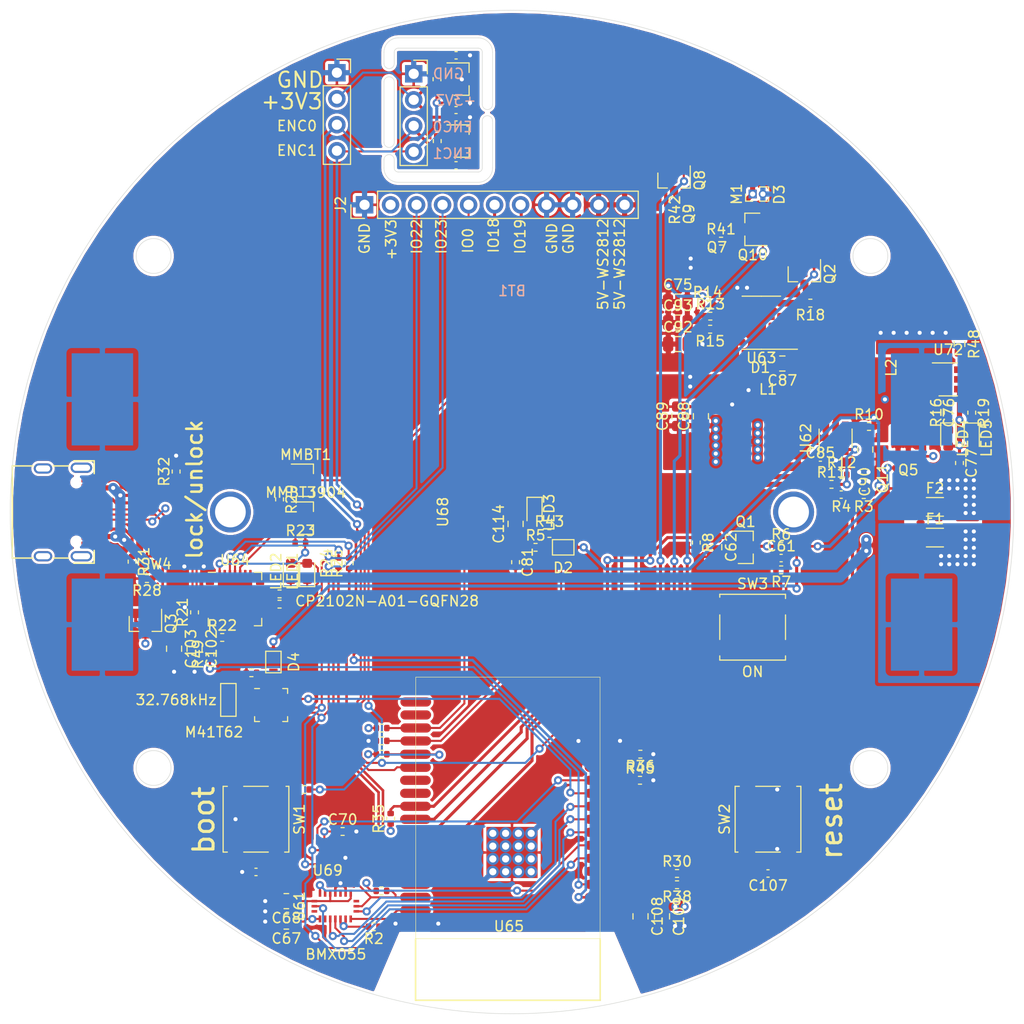
<source format=kicad_pcb>
(kicad_pcb (version 20171130) (host pcbnew 5.1.8-db9833491~88~ubuntu20.04.1)
  (layers (0 F.Cu signal) (1 In1.Cu signal) (2 In2.Cu signal) (31 B.Cu signal) (34 B.Paste user) (35 F.Paste user) (36 B.SilkS user) (37 F.SilkS user) (38 B.Mask user) (39 F.Mask user) (44 Edge.Cuts user))
  (net 0 "")
  (net 1 GND)
  (net 2 /ESP3200/IO19)
  (net 3 /ESP3200/IO21)
  (net 4 +3V3)
  (net 5 VCC)
  (net 6 +5V)
  (net 7 "Net-(C85-Pad2)")
  (net 8 "Net-(C85-Pad1)")
  (net 9 "Net-(C102-Pad1)")
  (net 10 "Net-(C104-Pad2)")
  (net 11 /ESP3200/5V_USB)
  (net 12 "Net-(C107-Pad2)")
  (net 13 "Net-(C114-Pad1)")
  (net 14 /expanz00/ENC_OUT_0)
  (net 15 /expanz00/ENC_OUT_1)
  (net 16 LX)
  (net 17 "Net-(D3-Pad1)")
  (net 18 /ESP3200/IO2-down)
  (net 19 /ESP3200/IO15-up)
  (net 20 /ESP3200/IO23)
  (net 21 /ESP3200/IO22)
  (net 22 /expanz00/5V-WS2812)
  (net 23 "Net-(J5-PadB8)")
  (net 24 /ESP3200/D-)
  (net 25 /ESP3200/D+)
  (net 26 "Net-(J5-PadB5)")
  (net 27 "Net-(J5-PadA8)")
  (net 28 "Net-(J5-PadA5)")
  (net 29 "Net-(LED3-Pad2)")
  (net 30 "Net-(Q2-Pad3)")
  (net 31 /ESP3200/RTS)
  (net 32 /ESP3200/EN)
  (net 33 /ESP3200/DTR)
  (net 34 "Net-(Q10-Pad3)")
  (net 35 /ESP3200/IO34)
  (net 36 "Net-(R11-Pad2)")
  (net 37 "Net-(R22-Pad2)")
  (net 38 "Net-(R24-Pad2)")
  (net 39 /ESP3200/TX-esp)
  (net 40 "Net-(R25-Pad2)")
  (net 41 /ESP3200/RX-esp)
  (net 42 /ESP3200/IO12-down)
  (net 43 /ESP3200/IO18)
  (net 44 /ESP3200/IO26)
  (net 45 /ESP3200/IO33)
  (net 46 "Net-(U64-Pad27)")
  (net 47 "Net-(U64-Pad23)")
  (net 48 "Net-(U64-Pad22)")
  (net 49 "Net-(U64-Pad21)")
  (net 50 "Net-(U64-Pad20)")
  (net 51 "Net-(U64-Pad17)")
  (net 52 "Net-(U64-Pad16)")
  (net 53 "Net-(U64-Pad15)")
  (net 54 "Net-(U64-Pad14)")
  (net 55 "Net-(U64-Pad13)")
  (net 56 "Net-(U64-Pad12)")
  (net 57 "Net-(U64-Pad11)")
  (net 58 "Net-(U64-Pad10)")
  (net 59 "Net-(U64-Pad2)")
  (net 60 "Net-(U64-Pad1)")
  (net 61 "Net-(U69-Pad2)")
  (net 62 /ESP3200/IO39)
  (net 63 /ESP3200/IO35)
  (net 64 "Net-(U65-Pad17)")
  (net 65 "Net-(U65-Pad18)")
  (net 66 "Net-(U65-Pad19)")
  (net 67 "Net-(U65-Pad20)")
  (net 68 "Net-(U65-Pad21)")
  (net 69 "Net-(U65-Pad22)")
  (net 70 /ESP3200/IO5-up)
  (net 71 "Net-(C61-Pad2)")
  (net 72 "Net-(C61-Pad1)")
  (net 73 "Net-(C69-Pad1)")
  (net 74 "Net-(LED4-Pad1)")
  (net 75 "Net-(LED5-Pad1)")
  (net 76 "Net-(MMBT1-Pad2)")
  (net 77 "Net-(MMBT3904-Pad2)")
  (net 78 /ESP3200/IO14)
  (net 79 "Net-(Q8-Pad3)")
  (net 80 "Net-(R10-Pad1)")
  (net 81 "Net-(R13-Pad2)")
  (net 82 "Net-(R15-Pad1)")
  (net 83 "Net-(R16-Pad2)")
  (net 84 "Net-(R19-Pad1)")
  (net 85 "Net-(R26-Pad2)")
  (net 86 "Net-(R27-Pad2)")
  (net 87 /ESP3200/IO27)
  (net 88 "Net-(R48-Pad2)")
  (net 89 /ESP3200/IO36)
  (net 90 /ESP3200/IO25)
  (net 91 "Net-(U61-Pad16)")
  (net 92 /ESP3200/IO32)
  (net 93 "Net-(U61-Pad5)")
  (net 94 "Net-(U61-Pad2)")
  (net 95 "Net-(U67-Pad4)")
  (net 96 "Net-(U67-Pad2)")
  (net 97 "Net-(U67-Pad1)")
  (net 98 "Net-(SW4-Pad4)")
  (net 99 "Net-(SW4-Pad1)")
  (net 100 "Net-(BT1-Pad1)")
  (net 101 "Net-(BT1-Pad3)")
  (net 102 "Net-(F1-Pad1)")
  (net 103 "Net-(J5-PadS1)")
  (net 104 "Net-(LED1-Pad1)")
  (net 105 "Net-(LED2-Pad1)")
  (net 106 /ESP3200/IO0-up)
  (net 107 "Net-(D2-Pad1)")
  (net 108 /BAT+)
  (net 109 "Net-(Q3-Pad1)")
  (module BB:DO-214AC (layer F.Cu) (at 228.3 69 270)
    (fp_text reference D3 (at 0 2.2 90) (layer F.SilkS))
    (fp_text value SS54)
    (pad 2 smd rect (at 2.77 0 270) (size 1.9 1.4) (layers F.Cu F.Paste F.Mask) (net 1 GND))
    (pad 1 smd rect (at -2.77 0 270) (size 1.9 1.4) (layers F.Cu F.Paste F.Mask) (net 17 "Net-(D3-Pad1)"))
  )
  (module BB:SMD-4_4.0x5.0x2.54P (layer F.Cu) (at 197.5 100 270)
    (fp_text reference U68 (at 0 4.25 270) (layer F.SilkS))
    (fp_text value IRM-H936)
    (pad 4 smd rect (at 3.15 -0.39 270) (size 1.5 1.1) (layers F.Cu F.Paste F.Mask) (net 13 "Net-(C114-Pad1)"))
    (pad 3 smd rect (at 3.15 2.15 270) (size 1.5 1.1) (layers F.Cu F.Paste F.Mask) (net 19 /ESP3200/IO15-up))
    (pad 2 smd rect (at -3.15 2.15 270) (size 1.5 1.1) (layers F.Cu F.Paste F.Mask) (net 1 GND))
    (pad 1 smd rect (at -3.15 -0.39 270) (size 1.5 1.1) (layers F.Cu F.Paste F.Mask) (net 1 GND))
  )
  (module BB:SW-SMD-4 (layer F.Cu) (at 165.25 100)
    (fp_text reference SW4 (at 0 5.08) (layer F.SilkS))
    (fp_text value SW_DIP_x02)
    (pad 3 smd rect (at 0.635 3.81) (size 0.76 1.27) (layers F.Cu F.Paste F.Mask) (net 109 "Net-(Q3-Pad1)"))
    (pad 4 smd rect (at -0.635 3.81) (size 0.76 1.27) (layers F.Cu F.Paste F.Mask) (net 98 "Net-(SW4-Pad4)"))
    (pad 2 smd rect (at 0.635 -3.81) (size 0.76 1.27) (layers F.Cu F.Paste F.Mask) (net 11 /ESP3200/5V_USB))
    (pad 1 smd rect (at -0.635 -3.81) (size 0.76 1.27) (layers F.Cu F.Paste F.Mask) (net 99 "Net-(SW4-Pad1)"))
  )
  (module BB:SMD-3215_2P (layer F.Cu) (at 172.3 118.35 270)
    (fp_text reference Y1 hide)
    (fp_text value 32.768kHz (at 0 5.1) (layer F.SilkS))
    (pad 2 smd rect (at 1.25 0) (size 1.8 1) (layers F.Cu F.Paste F.Mask) (net 96 "Net-(U67-Pad2)"))
    (pad 1 smd rect (at -1.25 0) (size 1.8 1) (layers F.Cu F.Paste F.Mask) (net 97 "Net-(U67-Pad1)"))
  )
  (module BB:LGA_4.5x3 (layer F.Cu) (at 182.75 138.5 90)
    (fp_text reference U61 (at 0 -3.5 90) (layer F.SilkS))
    (fp_text value BMX055 (at -4.7 0.05) (layer F.SilkS))
    (pad 18 smd rect (at -0.5 -2.05 180) (size 0.55 0.25) (layers F.Cu F.Paste F.Mask))
    (pad 19 smd rect (at 0 -2.05 180) (size 0.55 0.25) (layers F.Cu F.Paste F.Mask) (net 35 /ESP3200/IO34))
    (pad 20 smd rect (at 0.5 -2.05 180) (size 0.55 0.25) (layers F.Cu F.Paste F.Mask) (net 4 +3V3))
    (pad 10 smd rect (at -0.5 2.05 180) (size 0.55 0.25) (layers F.Cu F.Paste F.Mask) (net 90 /ESP3200/IO25))
    (pad 8 smd rect (at 0.5 2.05 180) (size 0.55 0.25) (layers F.Cu F.Paste F.Mask))
    (pad 9 smd rect (at 0 2.05 180) (size 0.55 0.25) (layers F.Cu F.Paste F.Mask) (net 21 /ESP3200/IO22))
    (pad 16 smd rect (at -1.2375 -1 90) (size 0.675 0.25) (layers F.Cu F.Paste F.Mask) (net 91 "Net-(U61-Pad16)"))
    (pad 12 smd rect (at -1.2375 1 90) (size 0.675 0.25) (layers F.Cu F.Paste F.Mask) (net 4 +3V3))
    (pad 14 smd rect (at -1.2375 0 90) (size 0.675 0.25) (layers F.Cu F.Paste F.Mask) (net 92 /ESP3200/IO32))
    (pad 11 smd rect (at -1.2375 1.5 90) (size 0.675 0.25) (layers F.Cu F.Paste F.Mask) (net 20 /ESP3200/IO23))
    (pad 15 smd rect (at -1.2375 -0.5 90) (size 0.675 0.25) (layers F.Cu F.Paste F.Mask) (net 45 /ESP3200/IO33))
    (pad 13 smd rect (at -1.2375 0.5 90) (size 0.675 0.25) (layers F.Cu F.Paste F.Mask) (net 4 +3V3))
    (pad 17 smd rect (at -1.2375 -1.5 90) (size 0.675 0.25) (layers F.Cu F.Paste F.Mask) (net 4 +3V3))
    (pad 7 smd rect (at 1.2625 1.5 90) (size 0.675 0.25) (layers F.Cu F.Paste F.Mask) (net 4 +3V3))
    (pad 6 smd rect (at 1.2625 1 90) (size 0.675 0.25) (layers F.Cu F.Paste F.Mask) (net 1 GND))
    (pad 5 smd rect (at 1.2625 0.5 90) (size 0.675 0.25) (layers F.Cu F.Paste F.Mask) (net 93 "Net-(U61-Pad5)"))
    (pad 4 smd rect (at 1.2625 0 90) (size 0.675 0.25) (layers F.Cu F.Paste F.Mask) (net 1 GND))
    (pad 3 smd rect (at 1.2625 -0.5 90) (size 0.675 0.25) (layers F.Cu F.Paste F.Mask) (net 4 +3V3))
    (pad 2 smd rect (at 1.2625 -1 90) (size 0.675 0.25) (layers F.Cu F.Paste F.Mask) (net 94 "Net-(U61-Pad2)"))
    (pad 1 smd rect (at 1.2625 -1.5 90) (size 0.675 0.25) (layers F.Cu F.Paste F.Mask) (net 63 /ESP3200/IO35))
  )
  (module BB:SMD-8_2x2.5x0.65P (layer F.Cu) (at 182 133)
    (fp_text reference U69 (at 0 2) (layer F.SilkS))
    (fp_text value SPL06)
    (pad 2 smd rect (at 0.325 0.725) (size 0.35 0.35) (layers F.Cu F.Paste F.Mask) (net 61 "Net-(U69-Pad2)"))
    (pad 8 smd rect (at 0.975 -0.725) (size 0.35 0.35) (layers F.Cu F.Paste F.Mask) (net 4 +3V3))
    (pad 7 smd rect (at 0.325 -0.725) (size 0.35 0.35) (layers F.Cu F.Paste F.Mask) (net 1 GND))
    (pad 6 smd rect (at -0.325 -0.725) (size 0.35 0.35) (layers F.Cu F.Paste F.Mask) (net 4 +3V3))
    (pad 5 smd rect (at -0.975 -0.725) (size 0.35 0.35) (layers F.Cu F.Paste F.Mask) (net 87 /ESP3200/IO27))
    (pad 4 smd rect (at -0.975 0.725) (size 0.35 0.35) (layers F.Cu F.Paste F.Mask) (net 21 /ESP3200/IO22))
    (pad 3 smd rect (at -0.325 0.725) (size 0.35 0.35) (layers F.Cu F.Paste F.Mask) (net 20 /ESP3200/IO23))
    (pad 1 smd rect (at 0.975 0.725) (size 0.35 0.35) (layers F.Cu F.Paste F.Mask) (net 1 GND))
  )
  (module BB:18650-holder (layer B.Cu) (at 200 100)
    (fp_text reference BT1 (at 0 -21.59) (layer B.SilkS) (effects (justify mirror)))
    (fp_text value Battery_Cell)
    (pad -1 thru_hole circle (at 27.5 0) (size 4 4) (drill 3) (layers *.Cu *.Mask))
    (pad -1 thru_hole circle (at -27.5 0) (size 4 4) (drill 3) (layers *.Cu *.Mask))
    (pad 2 smd rect (at -40 -11) (size 6 9) (layers B.Cu B.Paste B.Mask) (net 1 GND))
    (pad 4 smd rect (at -40 11) (size 6 9) (layers B.Cu B.Paste B.Mask) (net 1 GND))
    (pad 3 smd rect (at 40 11) (size 6 9) (layers B.Cu B.Paste B.Mask) (net 101 "Net-(BT1-Pad3)"))
    (pad 1 smd rect (at 40 -11) (size 6 9) (layers B.Cu B.Paste B.Mask) (net 100 "Net-(BT1-Pad1)"))
  )
  (module Connector_PinHeader_2.54mm:PinHeader_1x11_P2.54mm_Vertical (layer F.Cu) (at 185.6 70 90)
    (fp_text reference J2 (at 0 -2.33 90) (layer F.SilkS))
    (fp_text value Conn_01x11)
    (pad 11 thru_hole oval (at 0 25.4 90) (size 1.7 1.7) (drill 1) (layers *.Cu *.Mask) (net 22 /expanz00/5V-WS2812))
    (pad 10 thru_hole oval (at 0 22.86 90) (size 1.7 1.7) (drill 1) (layers *.Cu *.Mask) (net 22 /expanz00/5V-WS2812))
    (pad 9 thru_hole oval (at 0 20.32 90) (size 1.7 1.7) (drill 1) (layers *.Cu *.Mask) (net 1 GND))
    (pad 8 thru_hole oval (at 0 17.78 90) (size 1.7 1.7) (drill 1) (layers *.Cu *.Mask) (net 1 GND))
    (pad 7 thru_hole oval (at 0 15.24 90) (size 1.7 1.7) (drill 1) (layers *.Cu *.Mask) (net 2 /ESP3200/IO19))
    (pad 6 thru_hole oval (at 0 12.7 90) (size 1.7 1.7) (drill 1) (layers *.Cu *.Mask) (net 43 /ESP3200/IO18))
    (pad 5 thru_hole oval (at 0 10.16 90) (size 1.7 1.7) (drill 1) (layers *.Cu *.Mask) (net 106 /ESP3200/IO0-up))
    (pad 4 thru_hole oval (at 0 7.62 90) (size 1.7 1.7) (drill 1) (layers *.Cu *.Mask) (net 20 /ESP3200/IO23))
    (pad 3 thru_hole oval (at 0 5.08 90) (size 1.7 1.7) (drill 1) (layers *.Cu *.Mask) (net 21 /ESP3200/IO22))
    (pad 2 thru_hole oval (at 0 2.54 90) (size 1.7 1.7) (drill 1) (layers *.Cu *.Mask) (net 4 +3V3))
    (pad 1 thru_hole rect (at 0 0 90) (size 1.7 1.7) (drill 1) (layers *.Cu *.Mask) (net 1 GND))
  )
  (module Connector_PinSocket_2.54mm:PinSocket_1x04_P2.54mm_Vertical (layer F.Cu) (at 190.4 57.21)
    (fp_text reference J4 hide)
    (fp_text value Conn_01x04)
    (pad 4 thru_hole oval (at 0 7.62) (size 1.7 1.7) (drill 1) (layers *.Cu *.Mask) (net 15 /expanz00/ENC_OUT_1))
    (pad 3 thru_hole oval (at 0 5.08) (size 1.7 1.7) (drill 1) (layers *.Cu *.Mask) (net 14 /expanz00/ENC_OUT_0))
    (pad 2 thru_hole oval (at 0 2.54) (size 1.7 1.7) (drill 1) (layers *.Cu *.Mask) (net 4 +3V3))
    (pad 1 thru_hole rect (at 0 0) (size 1.7 1.7) (drill 1) (layers *.Cu *.Mask) (net 1 GND))
  )
  (module Connector_PinSocket_2.54mm:PinSocket_1x04_P2.54mm_Vertical (layer F.Cu) (at 182.9 57.1)
    (fp_text reference J1 hide)
    (fp_text value Conn_01x04)
    (pad 4 thru_hole oval (at 0 7.62) (size 1.7 1.7) (drill 1) (layers *.Cu *.Mask) (net 15 /expanz00/ENC_OUT_1))
    (pad 3 thru_hole oval (at 0 5.08) (size 1.7 1.7) (drill 1) (layers *.Cu *.Mask) (net 14 /expanz00/ENC_OUT_0))
    (pad 2 thru_hole oval (at 0 2.54) (size 1.7 1.7) (drill 1) (layers *.Cu *.Mask) (net 4 +3V3))
    (pad 1 thru_hole rect (at 0 0) (size 1.7 1.7) (drill 1) (layers *.Cu *.Mask) (net 1 GND))
  )
  (module Package_TO_SOT_SMD:SOT-23 (layer F.Cu) (at 164.2 110.9 270)
    (fp_text reference Q3 (at 0 -2.5 270) (layer F.SilkS))
    (fp_text value AO3400A)
    (pad 3 smd rect (at 1 0 270) (size 0.9 0.8) (layers F.Cu F.Paste F.Mask) (net 4 +3V3))
    (pad 2 smd rect (at -1 0.95 270) (size 0.9 0.8) (layers F.Cu F.Paste F.Mask) (net 9 "Net-(C102-Pad1)"))
    (pad 1 smd rect (at -1 -0.95 270) (size 0.9 0.8) (layers F.Cu F.Paste F.Mask) (net 109 "Net-(Q3-Pad1)"))
  )
  (module Capacitor_SMD:C_0805_2012Metric (layer F.Cu) (at 226.4 85.5 180)
    (fp_text reference C87 (at 0 -1.65 180) (layer F.SilkS))
    (fp_text value 4.7uf)
    (pad 2 smd roundrect (at 0.95 0 180) (size 1 1.45) (layers F.Cu F.Paste F.Mask) (net 1 GND))
    (pad 1 smd roundrect (at -0.95 0 180) (size 1 1.45) (layers F.Cu F.Paste F.Mask) (net 5 VCC))
  )
  (module Resistor_SMD:R_0402_1005Metric (layer F.Cu) (at 202.3 103.45)
    (fp_text reference R5 (at 0 -1.17) (layer F.SilkS))
    (fp_text value 470)
    (pad 2 smd roundrect (at 0.51 0) (size 0.54 0.64) (layers F.Cu F.Paste F.Mask) (net 107 "Net-(D2-Pad1)"))
    (pad 1 smd roundrect (at -0.51 0) (size 0.54 0.64) (layers F.Cu F.Paste F.Mask) (net 13 "Net-(C114-Pad1)"))
  )
  (module Resistor_SMD:R_0603_1608Metric (layer F.Cu) (at 243.7 83.6 270)
    (fp_text reference R48 (at 0 -1.43 270) (layer F.SilkS))
    (fp_text value 1.5k)
    (pad 2 smd roundrect (at 0.825 0 270) (size 0.8 0.95) (layers F.Cu F.Paste F.Mask) (net 88 "Net-(R48-Pad2)"))
    (pad 1 smd roundrect (at -0.825 0 270) (size 0.8 0.95) (layers F.Cu F.Paste F.Mask) (net 1 GND))
  )
  (module Resistor_SMD:R_0402_1005Metric (layer F.Cu) (at 200.35 104.9 270)
    (fp_text reference C81 (at 0 -1.17 270) (layer F.SilkS))
    (fp_text value 0.1uf)
    (pad 2 smd roundrect (at 0.51 0 270) (size 0.54 0.64) (layers F.Cu F.Paste F.Mask) (net 1 GND))
    (pad 1 smd roundrect (at -0.51 0 270) (size 0.54 0.64) (layers F.Cu F.Paste F.Mask) (net 13 "Net-(C114-Pad1)"))
  )
  (module Inductor_SMD:L_1206_3216Metric (layer F.Cu) (at 241.3 99.5)
    (fp_text reference F2 (at 0 -1.82) (layer F.SilkS))
    (fp_text value Polyfuse)
    (pad 2 smd roundrect (at 1.575 0) (size 1.05 1.9) (layers F.Cu F.Paste F.Mask) (roundrect_rratio 0.238095) (net 100 "Net-(BT1-Pad1)"))
    (pad 1 smd roundrect (at -1.575 0) (size 1.05 1.9) (layers F.Cu F.Paste F.Mask) (roundrect_rratio 0.238095) (net 102 "Net-(F1-Pad1)"))
  )
  (module Inductor_SMD:L_1206_3216Metric (layer F.Cu) (at 241.3 102.5)
    (fp_text reference F1 (at 0 -1.82) (layer F.SilkS))
    (fp_text value Polyfuse)
    (pad 2 smd roundrect (at 1.575 0) (size 1.05 1.9) (layers F.Cu F.Paste F.Mask) (roundrect_rratio 0.238095) (net 101 "Net-(BT1-Pad3)"))
    (pad 1 smd roundrect (at -1.575 0) (size 1.05 1.9) (layers F.Cu F.Paste F.Mask) (roundrect_rratio 0.238095) (net 102 "Net-(F1-Pad1)"))
  )
  (module Package_TO_SOT_SMD:SOT-23-6 (layer F.Cu) (at 242.6 87.05)
    (fp_text reference U72 (at 0 -2.9) (layer F.SilkS))
    (fp_text value SE9017)
    (pad 5 smd rect (at 1.1 0) (size 1.06 0.65) (layers F.Cu F.Paste F.Mask) (net 84 "Net-(R19-Pad1)"))
    (pad 6 smd rect (at 1.1 -0.95) (size 1.06 0.65) (layers F.Cu F.Paste F.Mask) (net 88 "Net-(R48-Pad2)"))
    (pad 4 smd rect (at 1.1 0.95) (size 1.06 0.65) (layers F.Cu F.Paste F.Mask) (net 11 /ESP3200/5V_USB))
    (pad 3 smd rect (at -1.1 0.95) (size 1.06 0.65) (layers F.Cu F.Paste F.Mask) (net 5 VCC))
    (pad 2 smd rect (at -1.1 0) (size 1.06 0.65) (layers F.Cu F.Paste F.Mask) (net 1 GND))
    (pad 1 smd rect (at -1.1 -0.95) (size 1.06 0.65) (layers F.Cu F.Paste F.Mask) (net 83 "Net-(R16-Pad2)"))
  )
  (module Package_TO_SOT_SMD:SOT-23 (layer F.Cu) (at 195.05 57.725)
    (fp_text reference U71 hide)
    (fp_text value MH253ESO)
    (pad 3 smd rect (at 1 0) (size 0.9 0.8) (layers F.Cu F.Paste F.Mask) (net 1 GND))
    (pad 2 smd rect (at -1 0.95) (size 0.9 0.8) (layers F.Cu F.Paste F.Mask) (net 15 /expanz00/ENC_OUT_1))
    (pad 1 smd rect (at -1 -0.95) (size 0.9 0.8) (layers F.Cu F.Paste F.Mask) (net 4 +3V3))
  )
  (module Package_TO_SOT_SMD:SOT-23 (layer F.Cu) (at 195.05 63.775)
    (fp_text reference U70 hide)
    (fp_text value MH253ESO)
    (pad 3 smd rect (at 1 0) (size 0.9 0.8) (layers F.Cu F.Paste F.Mask) (net 1 GND))
    (pad 2 smd rect (at -1 0.95) (size 0.9 0.8) (layers F.Cu F.Paste F.Mask) (net 14 /expanz00/ENC_OUT_0))
    (pad 1 smd rect (at -1 -0.95) (size 0.9 0.8) (layers F.Cu F.Paste F.Mask) (net 4 +3V3))
  )
  (module Package_DFN_QFN:QFN-16-1EP_3x3mm_P0.5mm_EP1.7x1.7mm (layer F.Cu) (at 176.475 118.85)
    (fp_text reference U67 hide)
    (fp_text value M41T62 (at -5.575 2.65) (layer F.SilkS))
    (pad 17 smd rect (at 0 0) (size 1.7 1.7) (layers F.Cu F.Mask))
    (pad 16 smd roundrect (at -0.75 -1.4625) (size 0.25 0.825) (layers F.Cu F.Paste F.Mask))
    (pad 15 smd roundrect (at -0.25 -1.4625) (size 0.25 0.825) (layers F.Cu F.Paste F.Mask))
    (pad 14 smd roundrect (at 0.25 -1.4625) (size 0.25 0.825) (layers F.Cu F.Paste F.Mask) (net 73 "Net-(C69-Pad1)"))
    (pad 13 smd roundrect (at 0.75 -1.4625) (size 0.25 0.825) (layers F.Cu F.Paste F.Mask))
    (pad 12 smd roundrect (at 1.4625 -0.75) (size 0.825 0.25) (layers F.Cu F.Paste F.Mask))
    (pad 11 smd roundrect (at 1.4625 -0.25) (size 0.825 0.25) (layers F.Cu F.Paste F.Mask) (net 44 /ESP3200/IO26))
    (pad 10 smd roundrect (at 1.4625 0.25) (size 0.825 0.25) (layers F.Cu F.Paste F.Mask) (net 21 /ESP3200/IO22))
    (pad 9 smd roundrect (at 1.4625 0.75) (size 0.825 0.25) (layers F.Cu F.Paste F.Mask) (net 20 /ESP3200/IO23))
    (pad 8 smd roundrect (at 0.75 1.4625) (size 0.25 0.825) (layers F.Cu F.Paste F.Mask))
    (pad 7 smd roundrect (at 0.25 1.4625) (size 0.25 0.825) (layers F.Cu F.Paste F.Mask))
    (pad 6 smd roundrect (at -0.25 1.4625) (size 0.25 0.825) (layers F.Cu F.Paste F.Mask))
    (pad 5 smd roundrect (at -0.75 1.4625) (size 0.25 0.825) (layers F.Cu F.Paste F.Mask) (net 1 GND))
    (pad 4 smd roundrect (at -1.4625 0.75) (size 0.825 0.25) (layers F.Cu F.Paste F.Mask) (net 95 "Net-(U67-Pad4)"))
    (pad 3 smd roundrect (at -1.4625 0.25) (size 0.825 0.25) (layers F.Cu F.Paste F.Mask) (net 1 GND))
    (pad 2 smd roundrect (at -1.4625 -0.25) (size 0.825 0.25) (layers F.Cu F.Paste F.Mask) (net 96 "Net-(U67-Pad2)"))
    (pad 1 smd roundrect (at -1.4625 -0.75) (size 0.825 0.25) (layers F.Cu F.Paste F.Mask) (net 97 "Net-(U67-Pad1)"))
  )
  (module Package_DFN_QFN:QFN-28-1EP_5x5mm_P0.5mm_EP3.35x3.35mm (layer F.Cu) (at 172.95 108.5)
    (fp_text reference U64 (at 0 -3.8) (layer F.SilkS))
    (fp_text value CP2102N-A01-GQFN28 (at 14.85 0.2) (layer F.SilkS))
    (pad 29 smd rect (at 0 0) (size 3.35 3.35) (layers F.Cu F.Mask) (net 1 GND))
    (pad 28 smd roundrect (at -1.5 -2.45) (size 0.25 0.8) (layers F.Cu F.Paste F.Mask) (net 33 /ESP3200/DTR))
    (pad 27 smd roundrect (at -1 -2.45) (size 0.25 0.8) (layers F.Cu F.Paste F.Mask) (net 46 "Net-(U64-Pad27)"))
    (pad 26 smd roundrect (at -0.5 -2.45) (size 0.25 0.8) (layers F.Cu F.Paste F.Mask) (net 40 "Net-(R25-Pad2)"))
    (pad 25 smd roundrect (at 0 -2.45) (size 0.25 0.8) (layers F.Cu F.Paste F.Mask) (net 38 "Net-(R24-Pad2)"))
    (pad 24 smd roundrect (at 0.5 -2.45) (size 0.25 0.8) (layers F.Cu F.Paste F.Mask) (net 31 /ESP3200/RTS))
    (pad 23 smd roundrect (at 1 -2.45) (size 0.25 0.8) (layers F.Cu F.Paste F.Mask) (net 47 "Net-(U64-Pad23)"))
    (pad 22 smd roundrect (at 1.5 -2.45) (size 0.25 0.8) (layers F.Cu F.Paste F.Mask) (net 48 "Net-(U64-Pad22)"))
    (pad 21 smd roundrect (at 2.45 -1.5) (size 0.8 0.25) (layers F.Cu F.Paste F.Mask) (net 49 "Net-(U64-Pad21)"))
    (pad 20 smd roundrect (at 2.45 -1) (size 0.8 0.25) (layers F.Cu F.Paste F.Mask) (net 50 "Net-(U64-Pad20)"))
    (pad 19 smd roundrect (at 2.45 -0.5) (size 0.8 0.25) (layers F.Cu F.Paste F.Mask) (net 86 "Net-(R27-Pad2)"))
    (pad 18 smd roundrect (at 2.45 0) (size 0.8 0.25) (layers F.Cu F.Paste F.Mask) (net 85 "Net-(R26-Pad2)"))
    (pad 17 smd roundrect (at 2.45 0.5) (size 0.8 0.25) (layers F.Cu F.Paste F.Mask) (net 51 "Net-(U64-Pad17)"))
    (pad 16 smd roundrect (at 2.45 1) (size 0.8 0.25) (layers F.Cu F.Paste F.Mask) (net 52 "Net-(U64-Pad16)"))
    (pad 15 smd roundrect (at 2.45 1.5) (size 0.8 0.25) (layers F.Cu F.Paste F.Mask) (net 53 "Net-(U64-Pad15)"))
    (pad 14 smd roundrect (at 1.5 2.45) (size 0.25 0.8) (layers F.Cu F.Paste F.Mask) (net 54 "Net-(U64-Pad14)"))
    (pad 13 smd roundrect (at 1 2.45) (size 0.25 0.8) (layers F.Cu F.Paste F.Mask) (net 55 "Net-(U64-Pad13)"))
    (pad 12 smd roundrect (at 0.5 2.45) (size 0.25 0.8) (layers F.Cu F.Paste F.Mask) (net 56 "Net-(U64-Pad12)"))
    (pad 11 smd roundrect (at 0 2.45) (size 0.25 0.8) (layers F.Cu F.Paste F.Mask) (net 57 "Net-(U64-Pad11)"))
    (pad 10 smd roundrect (at -0.5 2.45) (size 0.25 0.8) (layers F.Cu F.Paste F.Mask) (net 58 "Net-(U64-Pad10)"))
    (pad 9 smd roundrect (at -1 2.45) (size 0.25 0.8) (layers F.Cu F.Paste F.Mask) (net 37 "Net-(R22-Pad2)"))
    (pad 8 smd roundrect (at -1.5 2.45) (size 0.25 0.8) (layers F.Cu F.Paste F.Mask) (net 9 "Net-(C102-Pad1)"))
    (pad 7 smd roundrect (at -2.45 1.5) (size 0.8 0.25) (layers F.Cu F.Paste F.Mask) (net 9 "Net-(C102-Pad1)"))
    (pad 6 smd roundrect (at -2.45 1) (size 0.8 0.25) (layers F.Cu F.Paste F.Mask) (net 9 "Net-(C102-Pad1)"))
    (pad 5 smd roundrect (at -2.45 0.5) (size 0.8 0.25) (layers F.Cu F.Paste F.Mask) (net 24 /ESP3200/D-))
    (pad 4 smd roundrect (at -2.45 0) (size 0.8 0.25) (layers F.Cu F.Paste F.Mask) (net 25 /ESP3200/D+))
    (pad 3 smd roundrect (at -2.45 -0.5) (size 0.8 0.25) (layers F.Cu F.Paste F.Mask) (net 1 GND))
    (pad 2 smd roundrect (at -2.45 -1) (size 0.8 0.25) (layers F.Cu F.Paste F.Mask) (net 59 "Net-(U64-Pad2)"))
    (pad 1 smd roundrect (at -2.45 -1.5) (size 0.8 0.25) (layers F.Cu F.Paste F.Mask) (net 60 "Net-(U64-Pad1)"))
  )
  (module Package_SO:SOP-8_3.76x4.96mm_P1.27mm (layer F.Cu) (at 224.35 81.515 180)
    (fp_text reference U63 (at 0 -3.43 180) (layer F.SilkS))
    (fp_text value FP6276)
    (pad 8 smd roundrect (at 2.5375 -1.905 180) (size 1.975 0.65) (layers F.Cu F.Paste F.Mask) (net 6 +5V))
    (pad 7 smd roundrect (at 2.5375 -0.635 180) (size 1.975 0.65) (layers F.Cu F.Paste F.Mask) (net 82 "Net-(R15-Pad1)"))
    (pad 6 smd roundrect (at 2.5375 0.635 180) (size 1.975 0.65) (layers F.Cu F.Paste F.Mask) (net 81 "Net-(R13-Pad2)"))
    (pad 5 smd roundrect (at 2.5375 1.905 180) (size 1.975 0.65) (layers F.Cu F.Paste F.Mask) (net 1 GND))
    (pad 4 smd roundrect (at -2.5375 1.905 180) (size 1.975 0.65) (layers F.Cu F.Paste F.Mask) (net 30 "Net-(Q2-Pad3)"))
    (pad 3 smd roundrect (at -2.5375 0.635 180) (size 1.975 0.65) (layers F.Cu F.Paste F.Mask) (net 5 VCC))
    (pad 2 smd roundrect (at -2.5375 -0.635 180) (size 1.975 0.65) (layers F.Cu F.Paste F.Mask) (net 16 LX))
    (pad 1 smd roundrect (at -2.5375 -1.905 180) (size 1.975 0.65) (layers F.Cu F.Paste F.Mask) (net 16 LX))
  )
  (module Package_TO_SOT_SMD:SOT-23-6 (layer F.Cu) (at 231.6 92.8 90)
    (fp_text reference U62 (at 0 -2.9 90) (layer F.SilkS))
    (fp_text value AOZ1280)
    (pad 5 smd rect (at 1.1 0 90) (size 1.06 0.65) (layers F.Cu F.Paste F.Mask) (net 5 VCC))
    (pad 6 smd rect (at 1.1 -0.95 90) (size 1.06 0.65) (layers F.Cu F.Paste F.Mask) (net 8 "Net-(C85-Pad1)"))
    (pad 4 smd rect (at 1.1 0.95 90) (size 1.06 0.65) (layers F.Cu F.Paste F.Mask) (net 80 "Net-(R10-Pad1)"))
    (pad 3 smd rect (at -1.1 0.95 90) (size 1.06 0.65) (layers F.Cu F.Paste F.Mask) (net 36 "Net-(R11-Pad2)"))
    (pad 2 smd rect (at -1.1 0 90) (size 1.06 0.65) (layers F.Cu F.Paste F.Mask) (net 1 GND))
    (pad 1 smd rect (at -1.1 -0.95 90) (size 1.06 0.65) (layers F.Cu F.Paste F.Mask) (net 7 "Net-(C85-Pad2)"))
  )
  (module Button_Switch_SMD:SW_Push_1P1T_NO_CK_KSC6xxJ (layer F.Cu) (at 223.5 111.25 180)
    (fp_text reference SW3 (at 0 4.24 180) (layer F.SilkS))
    (fp_text value SW_DIP_x01)
    (pad 2 smd rect (at 2.9 2 180) (size 2.8 1) (layers F.Cu F.Paste F.Mask) (net 71 "Net-(C61-Pad2)"))
    (pad 2 smd rect (at -2.9 2 180) (size 2.8 1) (layers F.Cu F.Paste F.Mask) (net 71 "Net-(C61-Pad2)"))
    (pad 1 smd rect (at 2.9 -2 180) (size 2.8 1) (layers F.Cu F.Paste F.Mask) (net 1 GND))
    (pad 1 smd rect (at -2.9 -2 180) (size 2.8 1) (layers F.Cu F.Paste F.Mask) (net 1 GND))
  )
  (module Button_Switch_SMD:SW_Push_1P1T_NO_CK_KSC6xxJ (layer F.Cu) (at 225 130 270)
    (fp_text reference SW2 (at 0 4.24 270) (layer F.SilkS))
    (fp_text value SW_DIP_x01)
    (pad 2 smd rect (at 2.9 2 270) (size 2.8 1) (layers F.Cu F.Paste F.Mask) (net 12 "Net-(C107-Pad2)"))
    (pad 2 smd rect (at -2.9 2 270) (size 2.8 1) (layers F.Cu F.Paste F.Mask) (net 12 "Net-(C107-Pad2)"))
    (pad 1 smd rect (at 2.9 -2 270) (size 2.8 1) (layers F.Cu F.Paste F.Mask) (net 1 GND))
    (pad 1 smd rect (at -2.9 -2 270) (size 2.8 1) (layers F.Cu F.Paste F.Mask) (net 1 GND))
  )
  (module Button_Switch_SMD:SW_Push_1P1T_NO_CK_KSC6xxJ (layer F.Cu) (at 175 130 90)
    (fp_text reference SW1 (at 0 4.24 90) (layer F.SilkS))
    (fp_text value SW_DIP_x01)
    (pad 2 smd rect (at 2.9 2 90) (size 2.8 1) (layers F.Cu F.Paste F.Mask) (net 10 "Net-(C104-Pad2)"))
    (pad 2 smd rect (at -2.9 2 90) (size 2.8 1) (layers F.Cu F.Paste F.Mask) (net 10 "Net-(C104-Pad2)"))
    (pad 1 smd rect (at 2.9 -2 90) (size 2.8 1) (layers F.Cu F.Paste F.Mask) (net 1 GND))
    (pad 1 smd rect (at -2.9 -2 90) (size 2.8 1) (layers F.Cu F.Paste F.Mask) (net 1 GND))
  )
  (module Resistor_SMD:R_0402_1005Metric (layer F.Cu) (at 170.5 113.9 90)
    (fp_text reference R49 (at 0 -1.17 90) (layer F.SilkS))
    (fp_text value 220)
    (pad 2 smd roundrect (at 0.51 0 90) (size 0.54 0.64) (layers F.Cu F.Paste F.Mask) (net 9 "Net-(C102-Pad1)"))
    (pad 1 smd roundrect (at -0.51 0 90) (size 0.54 0.64) (layers F.Cu F.Paste F.Mask) (net 89 /ESP3200/IO36))
  )
  (module Resistor_SMD:R_0402_1005Metric (layer F.Cu) (at 192.675 57.735 270)
    (fp_text reference R47 hide)
    (fp_text value 47k)
    (pad 2 smd roundrect (at 0.51 0 270) (size 0.54 0.64) (layers F.Cu F.Paste F.Mask) (net 15 /expanz00/ENC_OUT_1))
    (pad 1 smd roundrect (at -0.51 0 270) (size 0.54 0.64) (layers F.Cu F.Paste F.Mask) (net 4 +3V3))
  )
  (module Resistor_SMD:R_0402_1005Metric (layer F.Cu) (at 192.7 63.775 270)
    (fp_text reference R46 hide)
    (fp_text value 47k)
    (pad 2 smd roundrect (at 0.51 0 270) (size 0.54 0.64) (layers F.Cu F.Paste F.Mask) (net 14 /expanz00/ENC_OUT_0))
    (pad 1 smd roundrect (at -0.51 0 270) (size 0.54 0.64) (layers F.Cu F.Paste F.Mask) (net 4 +3V3))
  )
  (module Resistor_SMD:R_0402_1005Metric (layer F.Cu) (at 212.5 126.2)
    (fp_text reference R45 (at 0 -1.17) (layer F.SilkS))
    (fp_text value 100k)
    (pad 2 smd roundrect (at 0.51 0) (size 0.54 0.64) (layers F.Cu F.Paste F.Mask) (net 1 GND))
    (pad 1 smd roundrect (at -0.51 0) (size 0.54 0.64) (layers F.Cu F.Paste F.Mask) (net 87 /ESP3200/IO27))
  )
  (module Resistor_SMD:R_0402_1005Metric (layer F.Cu) (at 203.65 102.1)
    (fp_text reference R43 (at 0 -1.17) (layer F.SilkS))
    (fp_text value 220)
    (pad 2 smd roundrect (at 0.51 0) (size 0.54 0.64) (layers F.Cu F.Paste F.Mask) (net 18 /ESP3200/IO2-down))
    (pad 1 smd roundrect (at -0.51 0) (size 0.54 0.64) (layers F.Cu F.Paste F.Mask) (net 29 "Net-(LED3-Pad2)"))
  )
  (module Resistor_SMD:R_0402_1005Metric (layer F.Cu) (at 217.075 70.485 90)
    (fp_text reference R42 (at 0 -1.17 90) (layer F.SilkS))
    (fp_text value 100k)
    (pad 2 smd roundrect (at 0.51 0 90) (size 0.54 0.64) (layers F.Cu F.Paste F.Mask) (net 79 "Net-(Q8-Pad3)"))
    (pad 1 smd roundrect (at -0.51 0 90) (size 0.54 0.64) (layers F.Cu F.Paste F.Mask) (net 6 +5V))
  )
  (module Resistor_SMD:R_0402_1005Metric (layer F.Cu) (at 220.415 73.55)
    (fp_text reference R41 (at 0 -1.17) (layer F.SilkS))
    (fp_text value 100k)
    (pad 2 smd roundrect (at 0.51 0) (size 0.54 0.64) (layers F.Cu F.Paste F.Mask) (net 34 "Net-(Q10-Pad3)"))
    (pad 1 smd roundrect (at -0.51 0) (size 0.54 0.64) (layers F.Cu F.Paste F.Mask) (net 6 +5V))
  )
  (module Resistor_SMD:R_0402_1005Metric (layer F.Cu) (at 216.115 136.4 180)
    (fp_text reference R38 (at 0 -1.17 180) (layer F.SilkS))
    (fp_text value 12k)
    (pad 2 smd roundrect (at 0.51 0 180) (size 0.54 0.64) (layers F.Cu F.Paste F.Mask) (net 32 /ESP3200/EN))
    (pad 1 smd roundrect (at -0.51 0 180) (size 0.54 0.64) (layers F.Cu F.Paste F.Mask) (net 4 +3V3))
  )
  (module Resistor_SMD:R_0402_1005Metric (layer F.Cu) (at 187.265 121.1)
    (fp_text reference R37 hide)
    (fp_text value 12k)
    (pad 2 smd roundrect (at 0.51 0) (size 0.54 0.64) (layers F.Cu F.Paste F.Mask) (net 19 /ESP3200/IO15-up))
    (pad 1 smd roundrect (at -0.51 0) (size 0.54 0.64) (layers F.Cu F.Paste F.Mask) (net 4 +3V3))
  )
  (module Resistor_SMD:R_0402_1005Metric (layer F.Cu) (at 212.535 123.65 180)
    (fp_text reference R36 (at 0 -1.17 180) (layer F.SilkS))
    (fp_text value 12k)
    (pad 2 smd roundrect (at 0.51 0 180) (size 0.54 0.64) (layers F.Cu F.Paste F.Mask) (net 42 /ESP3200/IO12-down))
    (pad 1 smd roundrect (at -0.51 0 180) (size 0.54 0.64) (layers F.Cu F.Paste F.Mask) (net 1 GND))
  )
  (module Resistor_SMD:R_0402_1005Metric (layer F.Cu) (at 188.15 129.95 90)
    (fp_text reference R35 (at 0 -1.17 90) (layer F.SilkS))
    (fp_text value 12k)
    (pad 2 smd roundrect (at 0.51 0 90) (size 0.54 0.64) (layers F.Cu F.Paste F.Mask) (net 70 /ESP3200/IO5-up))
    (pad 1 smd roundrect (at -0.51 0 90) (size 0.54 0.64) (layers F.Cu F.Paste F.Mask) (net 4 +3V3))
  )
  (module Resistor_SMD:R_0402_1005Metric (layer F.Cu) (at 187.265 122.35)
    (fp_text reference R34 hide)
    (fp_text value 12k)
    (pad 2 smd roundrect (at 0.51 0) (size 0.54 0.64) (layers F.Cu F.Paste F.Mask) (net 18 /ESP3200/IO2-down))
    (pad 1 smd roundrect (at -0.51 0) (size 0.54 0.64) (layers F.Cu F.Paste F.Mask) (net 1 GND))
  )
  (module Resistor_SMD:R_0402_1005Metric (layer F.Cu) (at 187.265 123.65)
    (fp_text reference R33 hide)
    (fp_text value 12k)
    (pad 2 smd roundrect (at 0.51 0) (size 0.54 0.64) (layers F.Cu F.Paste F.Mask) (net 106 /ESP3200/IO0-up))
    (pad 1 smd roundrect (at -0.51 0) (size 0.54 0.64) (layers F.Cu F.Paste F.Mask) (net 4 +3V3))
  )
  (module Resistor_SMD:R_0402_1005Metric (layer F.Cu) (at 167.2 96.05 90)
    (fp_text reference R32 (at 0 -1.17 90) (layer F.SilkS))
    (fp_text value 5.1k)
    (pad 2 smd roundrect (at 0.51 0 90) (size 0.54 0.64) (layers F.Cu F.Paste F.Mask) (net 1 GND))
    (pad 1 smd roundrect (at -0.51 0 90) (size 0.54 0.64) (layers F.Cu F.Paste F.Mask) (net 28 "Net-(J5-PadA5)"))
  )
  (module Resistor_SMD:R_0402_1005Metric (layer F.Cu) (at 162.9 104.85 270)
    (fp_text reference R31 (at 0 -1.17 270) (layer F.SilkS))
    (fp_text value 5.1k)
    (pad 2 smd roundrect (at 0.51 0 270) (size 0.54 0.64) (layers F.Cu F.Paste F.Mask) (net 1 GND))
    (pad 1 smd roundrect (at -0.51 0 270) (size 0.54 0.64) (layers F.Cu F.Paste F.Mask) (net 26 "Net-(J5-PadB5)"))
  )
  (module Resistor_SMD:R_0402_1005Metric (layer F.Cu) (at 216.115 135.3)
    (fp_text reference R30 (at 0 -1.17) (layer F.SilkS))
    (fp_text value 470)
    (pad 2 smd roundrect (at 0.51 0) (size 0.54 0.64) (layers F.Cu F.Paste F.Mask) (net 12 "Net-(C107-Pad2)"))
    (pad 1 smd roundrect (at -0.51 0) (size 0.54 0.64) (layers F.Cu F.Paste F.Mask) (net 32 /ESP3200/EN))
  )
  (module Resistor_SMD:R_0402_1005Metric (layer F.Cu) (at 177.3 98.765 270)
    (fp_text reference R29 (at 0 -1.17 270) (layer F.SilkS))
    (fp_text value 12k)
    (pad 2 smd roundrect (at 0.51 0 270) (size 0.54 0.64) (layers F.Cu F.Paste F.Mask) (net 31 /ESP3200/RTS))
    (pad 1 smd roundrect (at -0.51 0 270) (size 0.54 0.64) (layers F.Cu F.Paste F.Mask) (net 76 "Net-(MMBT1-Pad2)"))
  )
  (module Resistor_SMD:R_0402_1005Metric (layer F.Cu) (at 164.35 106.5 180)
    (fp_text reference R28 (at 0 -1.17 180) (layer F.SilkS))
    (fp_text value 1M)
    (pad 2 smd roundrect (at 0.51 0 180) (size 0.54 0.64) (layers F.Cu F.Paste F.Mask) (net 1 GND))
    (pad 1 smd roundrect (at -0.51 0 180) (size 0.54 0.64) (layers F.Cu F.Paste F.Mask) (net 109 "Net-(Q3-Pad1)"))
  )
  (module Resistor_SMD:R_0402_1005Metric (layer F.Cu) (at 177.3 108 180)
    (fp_text reference R27 hide)
    (fp_text value 220)
    (pad 2 smd roundrect (at 0.51 0 180) (size 0.54 0.64) (layers F.Cu F.Paste F.Mask) (net 86 "Net-(R27-Pad2)"))
    (pad 1 smd roundrect (at -0.51 0 180) (size 0.54 0.64) (layers F.Cu F.Paste F.Mask) (net 105 "Net-(LED2-Pad1)"))
  )
  (module Resistor_SMD:R_0402_1005Metric (layer F.Cu) (at 177.3 109 180)
    (fp_text reference R26 hide)
    (fp_text value 220)
    (pad 2 smd roundrect (at 0.51 0 180) (size 0.54 0.64) (layers F.Cu F.Paste F.Mask) (net 85 "Net-(R26-Pad2)"))
    (pad 1 smd roundrect (at -0.51 0 180) (size 0.54 0.64) (layers F.Cu F.Paste F.Mask) (net 104 "Net-(LED1-Pad1)"))
  )
  (module Resistor_SMD:R_0402_1005Metric (layer F.Cu) (at 184.1 105 90)
    (fp_text reference R25 (at 0 -1.17 90) (layer F.SilkS))
    (fp_text value 220)
    (pad 2 smd roundrect (at 0.51 0 90) (size 0.54 0.64) (layers F.Cu F.Paste F.Mask) (net 40 "Net-(R25-Pad2)"))
    (pad 1 smd roundrect (at -0.51 0 90) (size 0.54 0.64) (layers F.Cu F.Paste F.Mask) (net 41 /ESP3200/RX-esp))
  )
  (module Resistor_SMD:R_0402_1005Metric (layer F.Cu) (at 183.05 105 90)
    (fp_text reference R24 (at 0 -1.17 90) (layer F.SilkS))
    (fp_text value 220)
    (pad 2 smd roundrect (at 0.51 0 90) (size 0.54 0.64) (layers F.Cu F.Paste F.Mask) (net 38 "Net-(R24-Pad2)"))
    (pad 1 smd roundrect (at -0.51 0 90) (size 0.54 0.64) (layers F.Cu F.Paste F.Mask) (net 39 /ESP3200/TX-esp))
  )
  (module Resistor_SMD:R_0402_1005Metric (layer F.Cu) (at 179.335 103)
    (fp_text reference R23 (at 0 -1.17) (layer F.SilkS))
    (fp_text value 12k)
    (pad 2 smd roundrect (at 0.51 0) (size 0.54 0.64) (layers F.Cu F.Paste F.Mask) (net 33 /ESP3200/DTR))
    (pad 1 smd roundrect (at -0.51 0) (size 0.54 0.64) (layers F.Cu F.Paste F.Mask) (net 77 "Net-(MMBT3904-Pad2)"))
  )
  (module Resistor_SMD:R_0402_1005Metric (layer F.Cu) (at 171.7 112.25)
    (fp_text reference R22 (at 0 -1.17) (layer F.SilkS))
    (fp_text value 1K)
    (pad 2 smd roundrect (at 0.51 0) (size 0.54 0.64) (layers F.Cu F.Paste F.Mask) (net 37 "Net-(R22-Pad2)"))
    (pad 1 smd roundrect (at -0.51 0) (size 0.54 0.64) (layers F.Cu F.Paste F.Mask) (net 9 "Net-(C102-Pad1)"))
  )
  (module Resistor_SMD:R_0402_1005Metric (layer F.Cu) (at 169 109.8 90)
    (fp_text reference R21 (at 0 -1.17 90) (layer F.SilkS))
    (fp_text value 1M)
    (pad 2 smd roundrect (at 0.51 0 90) (size 0.54 0.64) (layers F.Cu F.Paste F.Mask) (net 1 GND))
    (pad 1 smd roundrect (at -0.51 0 90) (size 0.54 0.64) (layers F.Cu F.Paste F.Mask) (net 9 "Net-(C102-Pad1)"))
  )
  (module Resistor_SMD:R_0402_1005Metric (layer F.Cu) (at 179.685 127.1 180)
    (fp_text reference R20 hide)
    (fp_text value 470)
    (pad 2 smd roundrect (at 0.51 0 180) (size 0.54 0.64) (layers F.Cu F.Paste F.Mask) (net 10 "Net-(C104-Pad2)"))
    (pad 1 smd roundrect (at -0.51 0 180) (size 0.54 0.64) (layers F.Cu F.Paste F.Mask) (net 106 /ESP3200/IO0-up))
  )
  (module Resistor_SMD:R_0402_1005Metric (layer F.Cu) (at 244.9 90.3 270)
    (fp_text reference R19 (at 0 -1.17 270) (layer F.SilkS))
    (fp_text value 1k)
    (pad 2 smd roundrect (at 0.51 0 270) (size 0.54 0.64) (layers F.Cu F.Paste F.Mask) (net 75 "Net-(LED5-Pad1)"))
    (pad 1 smd roundrect (at -0.51 0 270) (size 0.54 0.64) (layers F.Cu F.Paste F.Mask) (net 84 "Net-(R19-Pad1)"))
  )
  (module Resistor_SMD:R_0402_1005Metric (layer F.Cu) (at 229.135 79.6 180)
    (fp_text reference R18 (at 0 -1.17 180) (layer F.SilkS))
    (fp_text value 100k)
    (pad 2 smd roundrect (at 0.51 0 180) (size 0.54 0.64) (layers F.Cu F.Paste F.Mask) (net 30 "Net-(Q2-Pad3)"))
    (pad 1 smd roundrect (at -0.51 0 180) (size 0.54 0.64) (layers F.Cu F.Paste F.Mask) (net 5 VCC))
  )
  (module Resistor_SMD:R_0402_1005Metric (layer F.Cu) (at 242.6 90.3 90)
    (fp_text reference R16 (at 0 -1.17 90) (layer F.SilkS))
    (fp_text value 1k)
    (pad 2 smd roundrect (at 0.51 0 90) (size 0.54 0.64) (layers F.Cu F.Paste F.Mask) (net 83 "Net-(R16-Pad2)"))
    (pad 1 smd roundrect (at -0.51 0 90) (size 0.54 0.64) (layers F.Cu F.Paste F.Mask) (net 74 "Net-(LED4-Pad1)"))
  )
  (module Resistor_SMD:R_0402_1005Metric (layer F.Cu) (at 219.35 82.15 180)
    (fp_text reference R15 (at 0 -1.17 180) (layer F.SilkS))
    (fp_text value 56k)
    (pad 2 smd roundrect (at 0.51 0 180) (size 0.54 0.64) (layers F.Cu F.Paste F.Mask) (net 1 GND))
    (pad 1 smd roundrect (at -0.51 0 180) (size 0.54 0.64) (layers F.Cu F.Paste F.Mask) (net 82 "Net-(R15-Pad1)"))
  )
  (module Resistor_SMD:R_0402_1005Metric (layer F.Cu) (at 219.1 79.7)
    (fp_text reference R14 (at 0 -1.17) (layer F.SilkS))
    (fp_text value 56k)
    (pad 2 smd roundrect (at 0.51 0) (size 0.54 0.64) (layers F.Cu F.Paste F.Mask) (net 81 "Net-(R13-Pad2)"))
    (pad 1 smd roundrect (at -0.51 0) (size 0.54 0.64) (layers F.Cu F.Paste F.Mask) (net 6 +5V))
  )
  (module Resistor_SMD:R_0402_1005Metric (layer F.Cu) (at 219.365 80.875)
    (fp_text reference R13 (at 0 -1.17) (layer F.SilkS))
    (fp_text value 7.5k)
    (pad 2 smd roundrect (at 0.51 0) (size 0.54 0.64) (layers F.Cu F.Paste F.Mask) (net 81 "Net-(R13-Pad2)"))
    (pad 1 smd roundrect (at -0.51 0) (size 0.54 0.64) (layers F.Cu F.Paste F.Mask) (net 1 GND))
  )
  (module Resistor_SMD:R_0402_1005Metric (layer F.Cu) (at 232.185 96.35)
    (fp_text reference R12 (at 0 -1.17) (layer F.SilkS))
    (fp_text value 15k)
    (pad 2 smd roundrect (at 0.51 0) (size 0.54 0.64) (layers F.Cu F.Paste F.Mask) (net 36 "Net-(R11-Pad2)"))
    (pad 1 smd roundrect (at -0.51 0) (size 0.54 0.64) (layers F.Cu F.Paste F.Mask) (net 1 GND))
  )
  (module Resistor_SMD:R_0402_1005Metric (layer F.Cu) (at 231.2 97.3)
    (fp_text reference R11 (at 0 -1.17) (layer F.SilkS))
    (fp_text value 47k)
    (pad 2 smd roundrect (at 0.51 0) (size 0.54 0.64) (layers F.Cu F.Paste F.Mask) (net 36 "Net-(R11-Pad2)"))
    (pad 1 smd roundrect (at -0.51 0) (size 0.54 0.64) (layers F.Cu F.Paste F.Mask) (net 4 +3V3))
  )
  (module Resistor_SMD:R_0402_1005Metric (layer F.Cu) (at 234.865 91.65)
    (fp_text reference R10 (at 0 -1.17) (layer F.SilkS))
    (fp_text value 100k)
    (pad 2 smd roundrect (at 0.51 0) (size 0.54 0.64) (layers F.Cu F.Paste F.Mask) (net 5 VCC))
    (pad 1 smd roundrect (at -0.51 0) (size 0.54 0.64) (layers F.Cu F.Paste F.Mask) (net 80 "Net-(R10-Pad1)"))
  )
  (module Resistor_SMD:R_0402_1005Metric (layer F.Cu) (at 218 102.985 270)
    (fp_text reference R8 (at 0 -1.17 270) (layer F.SilkS))
    (fp_text value 1M)
    (pad 2 smd roundrect (at 0.51 0 270) (size 0.54 0.64) (layers F.Cu F.Paste F.Mask) (net 1 GND))
    (pad 1 smd roundrect (at -0.51 0 270) (size 0.54 0.64) (layers F.Cu F.Paste F.Mask) (net 70 /ESP3200/IO5-up))
  )
  (module Resistor_SMD:R_0402_1005Metric (layer F.Cu) (at 226.285 105.65 180)
    (fp_text reference R7 (at 0 -1.17 180) (layer F.SilkS))
    (fp_text value 1M)
    (pad 2 smd roundrect (at 0.51 0 180) (size 0.54 0.64) (layers F.Cu F.Paste F.Mask) (net 72 "Net-(C61-Pad1)"))
    (pad 1 smd roundrect (at -0.51 0 180) (size 0.54 0.64) (layers F.Cu F.Paste F.Mask) (net 71 "Net-(C61-Pad2)"))
  )
  (module Resistor_SMD:R_0402_1005Metric (layer F.Cu) (at 226.285 103.35)
    (fp_text reference R6 (at 0 -1.17) (layer F.SilkS))
    (fp_text value 100k)
    (pad 2 smd roundrect (at 0.51 0) (size 0.54 0.64) (layers F.Cu F.Paste F.Mask) (net 108 /BAT+))
    (pad 1 smd roundrect (at -0.51 0) (size 0.54 0.64) (layers F.Cu F.Paste F.Mask) (net 72 "Net-(C61-Pad1)"))
  )
  (module Capacitor_SMD:C_0402_1005Metric (layer F.Cu) (at 232.15 98.3 180)
    (fp_text reference R4 (at 0 -1.17 180) (layer F.SilkS))
    (fp_text value 300k)
    (pad 2 smd roundrect (at 0.48 0 180) (size 0.56 0.62) (layers F.Cu F.Paste F.Mask) (net 1 GND))
    (pad 1 smd roundrect (at -0.48 0 180) (size 0.56 0.62) (layers F.Cu F.Paste F.Mask) (net 62 /ESP3200/IO39))
  )
  (module Resistor_SMD:R_0402_1005Metric (layer F.Cu) (at 234.35 98.3 180)
    (fp_text reference R3 (at 0 -1.17 180) (layer F.SilkS))
    (fp_text value 1M)
    (pad 2 smd roundrect (at 0.51 0 180) (size 0.54 0.64) (layers F.Cu F.Paste F.Mask) (net 62 /ESP3200/IO39))
    (pad 1 smd roundrect (at -0.51 0 180) (size 0.54 0.64) (layers F.Cu F.Paste F.Mask) (net 5 VCC))
  )
  (module Resistor_SMD:R_0402_1005Metric (layer F.Cu) (at 186.5 140.5 180)
    (fp_text reference R2 (at 0 -1.17 180) (layer F.SilkS))
    (fp_text value 7.5k)
    (pad 2 smd roundrect (at 0.51 0 180) (size 0.54 0.64) (layers F.Cu F.Paste F.Mask) (net 4 +3V3))
    (pad 1 smd roundrect (at -0.51 0 180) (size 0.54 0.64) (layers F.Cu F.Paste F.Mask) (net 20 /ESP3200/IO23))
  )
  (module Resistor_SMD:R_0402_1005Metric (layer F.Cu) (at 187.25 137 180)
    (fp_text reference R1 hide)
    (fp_text value 7.5k)
    (pad 2 smd roundrect (at 0.51 0 180) (size 0.54 0.64) (layers F.Cu F.Paste F.Mask) (net 4 +3V3))
    (pad 1 smd roundrect (at -0.51 0 180) (size 0.54 0.64) (layers F.Cu F.Paste F.Mask) (net 21 /ESP3200/IO22))
  )
  (module Package_TO_SOT_SMD:SOT-23 (layer F.Cu) (at 223.5 72.4 180)
    (fp_text reference Q10 (at 0 -2.5 180) (layer F.SilkS))
    (fp_text value 2N7002)
    (pad 3 smd rect (at 1 0 180) (size 0.9 0.8) (layers F.Cu F.Paste F.Mask) (net 34 "Net-(Q10-Pad3)"))
    (pad 2 smd rect (at -1 0.95 180) (size 0.9 0.8) (layers F.Cu F.Paste F.Mask) (net 1 GND))
    (pad 1 smd rect (at -1 -0.95 180) (size 0.9 0.8) (layers F.Cu F.Paste F.Mask) (net 42 /ESP3200/IO12-down))
  )
  (module Package_TO_SOT_SMD:SOT-23 (layer F.Cu) (at 215.825 67.6 270)
    (fp_text reference Q8 (at 0 -2.5 270) (layer F.SilkS))
    (fp_text value 2N7002)
    (pad 3 smd rect (at 1 0 270) (size 0.9 0.8) (layers F.Cu F.Paste F.Mask) (net 79 "Net-(Q8-Pad3)"))
    (pad 2 smd rect (at -1 0.95 270) (size 0.9 0.8) (layers F.Cu F.Paste F.Mask) (net 1 GND))
    (pad 1 smd rect (at -1 -0.95 270) (size 0.9 0.8) (layers F.Cu F.Paste F.Mask) (net 3 /ESP3200/IO21))
  )
  (module Package_TO_SOT_SMD:SOT-23 (layer F.Cu) (at 228.55 76.75 270)
    (fp_text reference Q2 (at 0 -2.5 270) (layer F.SilkS))
    (fp_text value 2N7002)
    (pad 3 smd rect (at 1 0 270) (size 0.9 0.8) (layers F.Cu F.Paste F.Mask) (net 30 "Net-(Q2-Pad3)"))
    (pad 2 smd rect (at -1 0.95 270) (size 0.9 0.8) (layers F.Cu F.Paste F.Mask) (net 1 GND))
    (pad 1 smd rect (at -1 -0.95 270) (size 0.9 0.8) (layers F.Cu F.Paste F.Mask) (net 78 /ESP3200/IO14))
  )
  (module Package_TO_SOT_SMD:SOT-23 (layer F.Cu) (at 222.8 103.45)
    (fp_text reference Q1 (at 0 -2.5) (layer F.SilkS))
    (fp_text value 2N7002)
    (pad 3 smd rect (at 1 0) (size 0.9 0.8) (layers F.Cu F.Paste F.Mask) (net 72 "Net-(C61-Pad1)"))
    (pad 2 smd rect (at -1 0.95) (size 0.9 0.8) (layers F.Cu F.Paste F.Mask) (net 1 GND))
    (pad 1 smd rect (at -1 -0.95) (size 0.9 0.8) (layers F.Cu F.Paste F.Mask) (net 70 /ESP3200/IO5-up))
  )
  (module Package_TO_SOT_SMD:SOT-23 (layer F.Cu) (at 179.85 100.6)
    (fp_text reference MMBT3904 (at 0 -2.5) (layer F.SilkS))
    (fp_text value Q_NPN_BCE)
    (pad 3 smd rect (at 1 0) (size 0.9 0.8) (layers F.Cu F.Paste F.Mask) (net 32 /ESP3200/EN))
    (pad 2 smd rect (at -1 0.95) (size 0.9 0.8) (layers F.Cu F.Paste F.Mask) (net 77 "Net-(MMBT3904-Pad2)"))
    (pad 1 smd rect (at -1 -0.95) (size 0.9 0.8) (layers F.Cu F.Paste F.Mask) (net 31 /ESP3200/RTS))
  )
  (module Package_TO_SOT_SMD:SOT-23 (layer F.Cu) (at 179.85 96.9)
    (fp_text reference MMBT1 (at 0 -2.5) (layer F.SilkS))
    (fp_text value Q_NPN_BCE)
    (pad 3 smd rect (at 1 0) (size 0.9 0.8) (layers F.Cu F.Paste F.Mask) (net 106 /ESP3200/IO0-up))
    (pad 2 smd rect (at -1 0.95) (size 0.9 0.8) (layers F.Cu F.Paste F.Mask) (net 76 "Net-(MMBT1-Pad2)"))
    (pad 1 smd rect (at -1 -0.95) (size 0.9 0.8) (layers F.Cu F.Paste F.Mask) (net 33 /ESP3200/DTR))
  )
  (module Connector_PinHeader_1.00mm:PinHeader_1x02_P1.00mm_Vertical (layer F.Cu) (at 223.5 68.95 90)
    (fp_text reference M1 (at 0 -1.56 90) (layer F.SilkS))
    (fp_text value Motor_DC)
    (pad 2 thru_hole oval (at 0 1 90) (size 0.8 0.8) (drill 0.5) (layers *.Cu *.Mask) (net 1 GND))
    (pad 1 thru_hole rect (at 0 0 90) (size 0.85 0.8) (drill 0.5) (layers *.Cu *.Mask) (net 17 "Net-(D3-Pad1)"))
  )
  (module LED_SMD:LED_0603_1608Metric (layer F.Cu) (at 244.9 92.8 270)
    (fp_text reference LED5 (at 0 -1.43 270) (layer F.SilkS))
    (fp_text value BLUE)
    (pad 2 smd roundrect (at 0.7875 0 270) (size 0.875 0.95) (layers F.Cu F.Paste F.Mask) (net 11 /ESP3200/5V_USB))
    (pad 1 smd roundrect (at -0.7875 0 270) (size 0.875 0.95) (layers F.Cu F.Paste F.Mask) (net 75 "Net-(LED5-Pad1)"))
  )
  (module LED_SMD:LED_0603_1608Metric (layer F.Cu) (at 242.6 92.7875 270)
    (fp_text reference LED4 (at 0 -1.43 270) (layer F.SilkS))
    (fp_text value RED)
    (pad 2 smd roundrect (at 0.7875 0 270) (size 0.875 0.95) (layers F.Cu F.Paste F.Mask) (net 11 /ESP3200/5V_USB))
    (pad 1 smd roundrect (at -0.7875 0 270) (size 0.875 0.95) (layers F.Cu F.Paste F.Mask) (net 74 "Net-(LED4-Pad1)"))
  )
  (module LED_SMD:LED_0603_1608Metric (layer F.Cu) (at 202.2 100.05 270)
    (fp_text reference LED3 (at 0 -1.43 270) (layer F.SilkS))
    (fp_text value IR)
    (pad 2 smd roundrect (at 0.7875 0 270) (size 0.875 0.95) (layers F.Cu F.Paste F.Mask) (net 29 "Net-(LED3-Pad2)"))
    (pad 1 smd roundrect (at -0.7875 0 270) (size 0.875 0.95) (layers F.Cu F.Paste F.Mask) (net 1 GND))
  )
  (module LED_SMD:LED_0603_1608Metric (layer F.Cu) (at 178.4 105.8 90)
    (fp_text reference LED2 (at 0 -1.43 90) (layer F.SilkS))
    (fp_text value RED)
    (pad 2 smd roundrect (at 0.7875 0 90) (size 0.875 0.95) (layers F.Cu F.Paste F.Mask) (net 9 "Net-(C102-Pad1)"))
    (pad 1 smd roundrect (at -0.7875 0 90) (size 0.875 0.95) (layers F.Cu F.Paste F.Mask) (net 105 "Net-(LED2-Pad1)"))
  )
  (module LED_SMD:LED_0603_1608Metric (layer F.Cu) (at 180 105.8 90)
    (fp_text reference LED1 (at 0 -1.43 90) (layer F.SilkS))
    (fp_text value RED)
    (pad 2 smd roundrect (at 0.7875 0 90) (size 0.875 0.95) (layers F.Cu F.Paste F.Mask) (net 9 "Net-(C102-Pad1)"))
    (pad 1 smd roundrect (at -0.7875 0 90) (size 0.875 0.95) (layers F.Cu F.Paste F.Mask) (net 104 "Net-(LED1-Pad1)"))
  )
  (module Capacitor_SMD:C_0805_2012Metric (layer F.Cu) (at 200.35 101.1625 90)
    (fp_text reference C114 (at 0 -1.65 90) (layer F.SilkS))
    (fp_text value 2.2uf)
    (pad 2 smd roundrect (at 0.95 0 90) (size 1 1.45) (layers F.Cu F.Paste F.Mask) (net 1 GND))
    (pad 1 smd roundrect (at -0.95 0 90) (size 1 1.45) (layers F.Cu F.Paste F.Mask) (net 13 "Net-(C114-Pad1)"))
  )
  (module Capacitor_SMD:C_0805_2012Metric (layer F.Cu) (at 214.65 139.4875 270)
    (fp_text reference C109 (at 0 -1.65 270) (layer F.SilkS))
    (fp_text value 10uf)
    (pad 2 smd roundrect (at 0.95 0 270) (size 1 1.45) (layers F.Cu F.Paste F.Mask) (net 1 GND))
    (pad 1 smd roundrect (at -0.95 0 270) (size 1 1.45) (layers F.Cu F.Paste F.Mask) (net 4 +3V3))
  )
  (module Capacitor_SMD:C_0805_2012Metric (layer F.Cu) (at 212.55 139.4875 270)
    (fp_text reference C108 (at 0 -1.65 270) (layer F.SilkS))
    (fp_text value 0.1uf)
    (pad 2 smd roundrect (at 0.95 0 270) (size 1 1.45) (layers F.Cu F.Paste F.Mask) (net 1 GND))
    (pad 1 smd roundrect (at -0.95 0 270) (size 1 1.45) (layers F.Cu F.Paste F.Mask) (net 4 +3V3))
  )
  (module Capacitor_SMD:C_0402_1005Metric (layer F.Cu) (at 225 135.3 180)
    (fp_text reference C107 (at 0 -1.17 180) (layer F.SilkS))
    (fp_text value 100nf)
    (pad 2 smd roundrect (at 0.48 0 180) (size 0.56 0.62) (layers F.Cu F.Paste F.Mask) (net 12 "Net-(C107-Pad2)"))
    (pad 1 smd roundrect (at -0.48 0 180) (size 0.56 0.62) (layers F.Cu F.Paste F.Mask) (net 1 GND))
  )
  (module Capacitor_SMD:C_0402_1005Metric (layer F.Cu) (at 175 135.15)
    (fp_text reference C104 hide)
    (fp_text value 100nf)
    (pad 2 smd roundrect (at 0.48 0) (size 0.56 0.62) (layers F.Cu F.Paste F.Mask) (net 10 "Net-(C104-Pad2)"))
    (pad 1 smd roundrect (at -0.48 0) (size 0.56 0.62) (layers F.Cu F.Paste F.Mask) (net 1 GND))
  )
  (module Capacitor_SMD:C_0805_2012Metric (layer F.Cu) (at 167 113.35 270)
    (fp_text reference C103 (at 0 -1.65 270) (layer F.SilkS))
    (fp_text value 10uf)
    (pad 2 smd roundrect (at 0.95 0 270) (size 1 1.45) (layers F.Cu F.Paste F.Mask) (net 1 GND))
    (pad 1 smd roundrect (at -0.95 0 270) (size 1 1.45) (layers F.Cu F.Paste F.Mask) (net 9 "Net-(C102-Pad1)"))
  )
  (module Capacitor_SMD:C_0805_2012Metric (layer F.Cu) (at 169 113.35 270)
    (fp_text reference C102 (at 0 -1.65 270) (layer F.SilkS))
    (fp_text value 0.1uf)
    (pad 2 smd roundrect (at 0.95 0 270) (size 1 1.45) (layers F.Cu F.Paste F.Mask) (net 1 GND))
    (pad 1 smd roundrect (at -0.95 0 270) (size 1 1.45) (layers F.Cu F.Paste F.Mask) (net 9 "Net-(C102-Pad1)"))
  )
  (module Capacitor_SMD:C_0805_2012Metric (layer F.Cu) (at 216.2 81.5)
    (fp_text reference C93 (at 0 -1.65) (layer F.SilkS))
    (fp_text value 22uf)
    (pad 2 smd roundrect (at 0.95 0) (size 1 1.45) (layers F.Cu F.Paste F.Mask) (net 1 GND))
    (pad 1 smd roundrect (at -0.95 0) (size 1 1.45) (layers F.Cu F.Paste F.Mask) (net 6 +5V))
  )
  (module Capacitor_SMD:C_0805_2012Metric (layer F.Cu) (at 216.2 83.6)
    (fp_text reference C92 (at 0 -1.65) (layer F.SilkS))
    (fp_text value 22uf)
    (pad 2 smd roundrect (at 0.95 0) (size 1 1.45) (layers F.Cu F.Paste F.Mask) (net 1 GND))
    (pad 1 smd roundrect (at -0.95 0) (size 1 1.45) (layers F.Cu F.Paste F.Mask) (net 6 +5V))
  )
  (module Capacitor_SMD:C_0805_2012Metric (layer F.Cu) (at 234.5 93.9 270)
    (fp_text reference C90 (at 3.15 0.05 270) (layer F.SilkS))
    (fp_text value 22uf)
    (pad 2 smd roundrect (at 0.95 0 270) (size 1 1.45) (layers F.Cu F.Paste F.Mask) (net 1 GND))
    (pad 1 smd roundrect (at -0.95 0 270) (size 1 1.45) (layers F.Cu F.Paste F.Mask) (net 5 VCC))
  )
  (module Capacitor_SMD:C_0805_2012Metric (layer F.Cu) (at 216.35 90.65 90)
    (fp_text reference C89 (at 0 -1.65 90) (layer F.SilkS))
    (fp_text value 2.2uf)
    (pad 2 smd roundrect (at 0.95 0 90) (size 1 1.45) (layers F.Cu F.Paste F.Mask) (net 1 GND))
    (pad 1 smd roundrect (at -0.95 0 90) (size 1 1.45) (layers F.Cu F.Paste F.Mask) (net 4 +3V3))
  )
  (module Capacitor_SMD:C_0805_2012Metric (layer F.Cu) (at 218.45 90.65 90)
    (fp_text reference C88 (at 0 -1.65 90) (layer F.SilkS))
    (fp_text value 10uf)
    (pad 2 smd roundrect (at 0.95 0 90) (size 1 1.45) (layers F.Cu F.Paste F.Mask) (net 1 GND))
    (pad 1 smd roundrect (at -0.95 0 90) (size 1 1.45) (layers F.Cu F.Paste F.Mask) (net 4 +3V3))
  )
  (module Capacitor_SMD:C_0402_1005Metric (layer F.Cu) (at 230.115 95.4)
    (fp_text reference C85 (at 0 -1.17) (layer F.SilkS))
    (fp_text value 10nf)
    (pad 2 smd roundrect (at 0.48 0) (size 0.56 0.62) (layers F.Cu F.Paste F.Mask) (net 7 "Net-(C85-Pad2)"))
    (pad 1 smd roundrect (at -0.48 0) (size 0.56 0.62) (layers F.Cu F.Paste F.Mask) (net 8 "Net-(C85-Pad1)"))
  )
  (module Resistor_SMD:R_0402_1005Metric (layer F.Cu) (at 243.7 95.215 270)
    (fp_text reference C77 (at 0 -1.17 270) (layer F.SilkS))
    (fp_text value 1uf)
    (pad 2 smd roundrect (at 0.51 0 270) (size 0.54 0.64) (layers F.Cu F.Paste F.Mask) (net 1 GND))
    (pad 1 smd roundrect (at -0.51 0 270) (size 0.54 0.64) (layers F.Cu F.Paste F.Mask) (net 11 /ESP3200/5V_USB))
  )
  (module Resistor_SMD:R_0402_1005Metric (layer F.Cu) (at 241.5 90.3 270)
    (fp_text reference C76 (at 0 -1.17 270) (layer F.SilkS))
    (fp_text value 1uf)
    (pad 2 smd roundrect (at 0.51 0 270) (size 0.54 0.64) (layers F.Cu F.Paste F.Mask) (net 1 GND))
    (pad 1 smd roundrect (at -0.51 0 270) (size 0.54 0.64) (layers F.Cu F.Paste F.Mask) (net 5 VCC))
  )
  (module Capacitor_SMD:C_0805_2012Metric (layer F.Cu) (at 216.1875 79.45)
    (fp_text reference C75 (at 0 -1.65) (layer F.SilkS))
    (fp_text value 22uf)
    (pad 2 smd roundrect (at 0.95 0) (size 1 1.45) (layers F.Cu F.Paste F.Mask) (net 1 GND))
    (pad 1 smd roundrect (at -0.95 0) (size 1 1.45) (layers F.Cu F.Paste F.Mask) (net 6 +5V))
  )
  (module Capacitor_SMD:C_0402_1005Metric (layer F.Cu) (at 194.535 60.05)
    (fp_text reference C74 hide)
    (fp_text value 18p/50V)
    (pad 2 smd roundrect (at 0.48 0) (size 0.56 0.62) (layers F.Cu F.Paste F.Mask) (net 1 GND))
    (pad 1 smd roundrect (at -0.48 0) (size 0.56 0.62) (layers F.Cu F.Paste F.Mask) (net 15 /expanz00/ENC_OUT_1))
  )
  (module Capacitor_SMD:C_0402_1005Metric (layer F.Cu) (at 194.54 55.4)
    (fp_text reference C73 hide)
    (fp_text value 22n)
    (pad 2 smd roundrect (at 0.48 0) (size 0.56 0.62) (layers F.Cu F.Paste F.Mask) (net 1 GND))
    (pad 1 smd roundrect (at -0.48 0) (size 0.56 0.62) (layers F.Cu F.Paste F.Mask) (net 4 +3V3))
  )
  (module Capacitor_SMD:C_0402_1005Metric (layer F.Cu) (at 194.535 66.15)
    (fp_text reference C72 hide)
    (fp_text value 18p/50V)
    (pad 2 smd roundrect (at 0.48 0) (size 0.56 0.62) (layers F.Cu F.Paste F.Mask) (net 1 GND))
    (pad 1 smd roundrect (at -0.48 0) (size 0.56 0.62) (layers F.Cu F.Paste F.Mask) (net 14 /expanz00/ENC_OUT_0))
  )
  (module Capacitor_SMD:C_0402_1005Metric (layer F.Cu) (at 194.535 61.45)
    (fp_text reference C71 hide)
    (fp_text value 22n)
    (pad 2 smd roundrect (at 0.48 0) (size 0.56 0.62) (layers F.Cu F.Paste F.Mask) (net 1 GND))
    (pad 1 smd roundrect (at -0.48 0) (size 0.56 0.62) (layers F.Cu F.Paste F.Mask) (net 4 +3V3))
  )
  (module Resistor_SMD:R_0402_1005Metric (layer F.Cu) (at 183.46 131.2)
    (fp_text reference C70 (at 0 -1.17) (layer F.SilkS))
    (fp_text value 1uf)
    (pad 2 smd roundrect (at 0.51 0) (size 0.54 0.64) (layers F.Cu F.Paste F.Mask) (net 1 GND))
    (pad 1 smd roundrect (at -0.51 0) (size 0.54 0.64) (layers F.Cu F.Paste F.Mask) (net 4 +3V3))
  )
  (module Resistor_SMD:R_0402_1005Metric (layer F.Cu) (at 174.55 115.7 180)
    (fp_text reference C69 hide)
    (fp_text value 1uf)
    (pad 2 smd roundrect (at 0.51 0 180) (size 0.54 0.64) (layers F.Cu F.Paste F.Mask) (net 1 GND))
    (pad 1 smd roundrect (at -0.51 0 180) (size 0.54 0.64) (layers F.Cu F.Paste F.Mask) (net 73 "Net-(C69-Pad1)"))
  )
  (module Resistor_SMD:R_0805_2012Metric (layer F.Cu) (at 177.9625 138 180)
    (fp_text reference C68 (at 0 -1.65 180) (layer F.SilkS))
    (fp_text value 0.1uf)
    (pad 2 smd roundrect (at 0.9125 0 180) (size 1.025 1.4) (layers F.Cu F.Paste F.Mask) (roundrect_rratio 0.243902) (net 1 GND))
    (pad 1 smd roundrect (at -0.9125 0 180) (size 1.025 1.4) (layers F.Cu F.Paste F.Mask) (roundrect_rratio 0.243902) (net 4 +3V3))
  )
  (module Resistor_SMD:R_0805_2012Metric (layer F.Cu) (at 177.9625 140 180)
    (fp_text reference C67 (at 0 -1.65 180) (layer F.SilkS))
    (fp_text value 10uf)
    (pad 2 smd roundrect (at 0.9125 0 180) (size 1.025 1.4) (layers F.Cu F.Paste F.Mask) (roundrect_rratio 0.243902) (net 1 GND))
    (pad 1 smd roundrect (at -0.9125 0 180) (size 1.025 1.4) (layers F.Cu F.Paste F.Mask) (roundrect_rratio 0.243902) (net 4 +3V3))
  )
  (module Capacitor_SMD:C_0805_2012Metric (layer F.Cu) (at 219.75 103.4375 270)
    (fp_text reference C62 (at 0 -1.65 270) (layer F.SilkS))
    (fp_text value 2.2uf)
    (pad 2 smd roundrect (at 0.95 0 270) (size 1 1.45) (layers F.Cu F.Paste F.Mask) (net 1 GND))
    (pad 1 smd roundrect (at -0.95 0 270) (size 1 1.45) (layers F.Cu F.Paste F.Mask) (net 70 /ESP3200/IO5-up))
  )
  (module Capacitor_SMD:C_0402_1005Metric (layer F.Cu) (at 226.285 104.5)
    (fp_text reference C61 (at 0 -1.17) (layer F.SilkS))
    (fp_text value 1uf)
    (pad 2 smd roundrect (at 0.48 0) (size 0.56 0.62) (layers F.Cu F.Paste F.Mask) (net 71 "Net-(C61-Pad2)"))
    (pad 1 smd roundrect (at -0.48 0) (size 0.56 0.62) (layers F.Cu F.Paste F.Mask) (net 72 "Net-(C61-Pad1)"))
  )
  (module BB:ESP32-WROVER (layer F.Cu) (at 199.6 141.08 180)
    (fp_text reference U65 (at -0.1 0.62 180) (layer F.SilkS))
    (fp_text value ESP32-WROVER hide)
    (pad 39 thru_hole circle (at 1.475 9.7 180) (size 1.2 1.2) (drill 0.7) (layers *.Cu *.Mask) (net 1 GND))
    (pad 39 thru_hole circle (at 0.225 9.7 180) (size 1.2 1.2) (drill 0.7) (layers *.Cu *.Mask) (net 1 GND))
    (pad 39 thru_hole circle (at -1.025 9.7 180) (size 1.2 1.2) (drill 0.7) (layers *.Cu *.Mask) (net 1 GND))
    (pad 39 thru_hole circle (at -2.275 9.7 180) (size 1.2 1.2) (drill 0.7) (layers *.Cu *.Mask) (net 1 GND))
    (pad 39 thru_hole circle (at 1.475 8.45 180) (size 1.2 1.2) (drill 0.7) (layers *.Cu *.Mask) (net 1 GND))
    (pad 39 thru_hole circle (at 0.225 8.45 180) (size 1.2 1.2) (drill 0.7) (layers *.Cu *.Mask) (net 1 GND))
    (pad 39 thru_hole circle (at -1.025 8.45 180) (size 1.2 1.2) (drill 0.7) (layers *.Cu *.Mask) (net 1 GND))
    (pad 39 thru_hole circle (at -2.275 8.45 180) (size 1.2 1.2) (drill 0.7) (layers *.Cu *.Mask) (net 1 GND))
    (pad 39 thru_hole circle (at 1.475 7.2 180) (size 1.2 1.2) (drill 0.7) (layers *.Cu *.Mask) (net 1 GND))
    (pad 39 thru_hole circle (at 0.225 7.2 180) (size 1.2 1.2) (drill 0.7) (layers *.Cu *.Mask) (net 1 GND))
    (pad 39 thru_hole circle (at -1.025 7.2 180) (size 1.2 1.2) (drill 0.7) (layers *.Cu *.Mask) (net 1 GND))
    (pad 39 thru_hole circle (at -2.275 7.2 180) (size 1.2 1.2) (drill 0.7) (layers *.Cu *.Mask) (net 1 GND))
    (pad 39 thru_hole circle (at 1.475 5.95 180) (size 1.2 1.2) (drill 0.7) (layers *.Cu *.Mask) (net 1 GND))
    (pad 39 thru_hole circle (at 0.225 5.95 180) (size 1.2 1.2) (drill 0.7) (layers *.Cu *.Mask) (net 1 GND))
    (pad 39 thru_hole circle (at -1.025 5.95 180) (size 1.2 1.2) (drill 0.7) (layers *.Cu *.Mask) (net 1 GND))
    (pad 39 thru_hole circle (at -2.275 5.95 180) (size 1.2 1.2) (drill 0.7) (layers *.Cu *.Mask) (net 1 GND))
    (pad 39 smd rect (at -0.4 7.83 180) (size 5 5) (layers F.Cu F.Paste F.Mask) (net 1 GND))
    (pad 1 smd oval (at -9 0.91 180) (size 3 0.9) (layers F.Cu F.Paste F.Mask) (net 1 GND))
    (pad 2 smd oval (at -9 2.18 180) (size 3 0.9) (layers F.Cu F.Paste F.Mask) (net 4 +3V3))
    (pad 3 smd oval (at -9 3.45 180) (size 3 0.9) (layers F.Cu F.Paste F.Mask) (net 32 /ESP3200/EN))
    (pad 4 smd oval (at -9 4.72 180) (size 3 0.9) (layers F.Cu F.Paste F.Mask) (net 89 /ESP3200/IO36))
    (pad 5 smd oval (at -9 5.99 180) (size 3 0.9) (layers F.Cu F.Paste F.Mask) (net 62 /ESP3200/IO39))
    (pad 6 smd oval (at -9 7.26 180) (size 3 0.9) (layers F.Cu F.Paste F.Mask) (net 35 /ESP3200/IO34))
    (pad 7 smd oval (at -9 8.53 180) (size 3 0.9) (layers F.Cu F.Paste F.Mask) (net 63 /ESP3200/IO35))
    (pad 8 smd oval (at -9 9.8 180) (size 3 0.9) (layers F.Cu F.Paste F.Mask) (net 92 /ESP3200/IO32))
    (pad 9 smd oval (at -9 11.07 180) (size 3 0.9) (layers F.Cu F.Paste F.Mask) (net 45 /ESP3200/IO33))
    (pad 10 smd oval (at -9 12.34 180) (size 3 0.9) (layers F.Cu F.Paste F.Mask) (net 90 /ESP3200/IO25))
    (pad 11 smd oval (at -9 13.61 180) (size 3 0.9) (layers F.Cu F.Paste F.Mask) (net 44 /ESP3200/IO26))
    (pad 12 smd oval (at -9 14.88 180) (size 3 0.9) (layers F.Cu F.Paste F.Mask) (net 87 /ESP3200/IO27))
    (pad 13 smd oval (at -9 16.15 180) (size 3 0.9) (layers F.Cu F.Paste F.Mask) (net 78 /ESP3200/IO14))
    (pad 14 smd oval (at -9 17.42 180) (size 3 0.9) (layers F.Cu F.Paste F.Mask) (net 42 /ESP3200/IO12-down))
    (pad 15 smd oval (at -9 18.72 180) (size 3 0.9) (layers F.Cu F.Paste F.Mask) (net 1 GND))
    (pad 16 smd oval (at -9 19.99 180) (size 3 0.9) (layers F.Cu F.Paste F.Mask) (net 15 /expanz00/ENC_OUT_1))
    (pad 17 smd oval (at -9 21.26 180) (size 3 0.9) (layers F.Cu F.Paste F.Mask) (net 64 "Net-(U65-Pad17)"))
    (pad 18 smd oval (at -9 22.53 180) (size 3 0.9) (layers F.Cu F.Paste F.Mask) (net 65 "Net-(U65-Pad18)"))
    (pad 19 smd oval (at -9 23.8 180) (size 3 0.9) (layers F.Cu F.Paste F.Mask) (net 66 "Net-(U65-Pad19)"))
    (pad 20 smd oval (at 9 23.8 180) (size 3 0.9) (layers F.Cu F.Paste F.Mask) (net 67 "Net-(U65-Pad20)"))
    (pad 21 smd oval (at 9 22.53 180) (size 3 0.9) (layers F.Cu F.Paste F.Mask) (net 68 "Net-(U65-Pad21)"))
    (pad 22 smd oval (at 9 21.26 180) (size 3 0.9) (layers F.Cu F.Paste F.Mask) (net 69 "Net-(U65-Pad22)"))
    (pad 23 smd oval (at 9 19.99 180) (size 3 0.9) (layers F.Cu F.Paste F.Mask) (net 19 /ESP3200/IO15-up))
    (pad 24 smd oval (at 9 18.72 180) (size 3 0.9) (layers F.Cu F.Paste F.Mask) (net 18 /ESP3200/IO2-down))
    (pad 25 smd oval (at 9.03 17.42 180) (size 3 0.9) (layers F.Cu F.Paste F.Mask) (net 106 /ESP3200/IO0-up))
    (pad 26 smd oval (at 9.03 16.15 180) (size 3 0.9) (layers F.Cu F.Paste F.Mask) (net 14 /expanz00/ENC_OUT_0))
    (pad 27 smd oval (at 9.03 14.88 180) (size 3 0.9) (layers F.Cu F.Paste F.Mask))
    (pad 28 smd oval (at 9.03 13.61 180) (size 3 0.9) (layers F.Cu F.Paste F.Mask))
    (pad 29 smd oval (at 9.03 12.34 180) (size 3 0.9) (layers F.Cu F.Paste F.Mask) (net 70 /ESP3200/IO5-up))
    (pad 30 smd oval (at 9.03 11.07 180) (size 3 0.9) (layers F.Cu F.Paste F.Mask) (net 43 /ESP3200/IO18))
    (pad 31 smd oval (at 9.03 9.8 180) (size 3 0.9) (layers F.Cu F.Paste F.Mask) (net 2 /ESP3200/IO19))
    (pad 32 smd oval (at 9.03 8.53 180) (size 3 0.9) (layers F.Cu F.Paste F.Mask))
    (pad 33 smd oval (at 9.03 7.26 180) (size 3 0.9) (layers F.Cu F.Paste F.Mask) (net 3 /ESP3200/IO21))
    (pad 34 smd oval (at 9.03 5.99 180) (size 3 0.9) (layers F.Cu F.Paste F.Mask) (net 41 /ESP3200/RX-esp))
    (pad 35 smd oval (at 9.03 4.72 180) (size 3 0.9) (layers F.Cu F.Paste F.Mask) (net 39 /ESP3200/TX-esp))
    (pad 36 smd oval (at 9.03 3.45 180) (size 3 0.9) (layers F.Cu F.Paste F.Mask) (net 21 /ESP3200/IO22))
    (pad 37 smd oval (at 9.03 2.18 180) (size 3 0.9) (layers F.Cu F.Paste F.Mask) (net 20 /ESP3200/IO23))
    (pad 38 smd oval (at 9.03 0.91 180) (size 3 0.9) (layers F.Cu F.Paste F.Mask) (net 1 GND))
  )
  (module BB:USB_C_Female-16Pin-HPJF (layer F.Cu) (at 158.95 100 270)
    (fp_text reference J5 hide)
    (fp_text value USB_C_Receptacle_USB2.0)
    (pad A12 smd rect (at 3.35 0 270) (size 0.3 2) (layers F.Cu F.Paste F.Mask) (net 1 GND))
    (pad B1 smd rect (at 3.05 0 270) (size 0.3 2) (layers F.Cu F.Paste F.Mask) (net 1 GND))
    (pad A9 smd rect (at 2.55 0 270) (size 0.3 2) (layers F.Cu F.Paste F.Mask) (net 11 /ESP3200/5V_USB))
    (pad B4 smd rect (at 2.25 0 270) (size 0.3 2) (layers F.Cu F.Paste F.Mask) (net 11 /ESP3200/5V_USB))
    (pad B9 smd rect (at -2.25 0 270) (size 0.3 2) (layers F.Cu F.Paste F.Mask) (net 11 /ESP3200/5V_USB))
    (pad A4 smd rect (at -2.55 0 270) (size 0.3 2) (layers F.Cu F.Paste F.Mask) (net 11 /ESP3200/5V_USB))
    (pad B12 smd rect (at -3.05 0 270) (size 0.3 2) (layers F.Cu F.Paste F.Mask) (net 1 GND))
    (pad A1 smd rect (at -3.35 0 270) (size 0.3 2) (layers F.Cu F.Paste F.Mask) (net 1 GND))
    (pad "" np_thru_hole circle (at 2.89 1.5) (size 0.7 0.7) (drill 0.7) (layers *.Cu *.Mask))
    (pad "" np_thru_hole circle (at -2.89 1.5) (size 0.7 0.7) (drill 0.7) (layers *.Cu *.Mask))
    (pad S1 thru_hole oval (at 4.32 4.75 270) (size 1 1.8) (drill oval 0.6 1.4) (layers *.Cu *.Mask) (net 103 "Net-(J5-PadS1)"))
    (pad S1 thru_hole oval (at -4.25 4.75 270) (size 1 1.8) (drill oval 0.6 1.4) (layers *.Cu *.Mask) (net 103 "Net-(J5-PadS1)"))
    (pad S1 thru_hole oval (at 4.32 1 270) (size 1 2.1) (drill oval 0.6 1.7) (layers *.Cu *.Mask) (net 103 "Net-(J5-PadS1)"))
    (pad S1 thru_hole oval (at -4.32 1 270) (size 1 2.1) (drill oval 0.6 1.7) (layers *.Cu *.Mask) (net 103 "Net-(J5-PadS1)"))
    (pad B5 smd rect (at 1.75 0 270) (size 0.3 2) (layers F.Cu F.Paste F.Mask) (net 26 "Net-(J5-PadB5)"))
    (pad B8 smd rect (at -1.75 0 270) (size 0.3 2) (layers F.Cu F.Paste F.Mask) (net 23 "Net-(J5-PadB8)"))
    (pad A8 smd rect (at 1.25 0 270) (size 0.3 2) (layers F.Cu F.Paste F.Mask) (net 27 "Net-(J5-PadA8)"))
    (pad A5 smd rect (at -1.25 0 270) (size 0.3 2) (layers F.Cu F.Paste F.Mask) (net 28 "Net-(J5-PadA5)"))
    (pad B6 smd rect (at 0.75 0 270) (size 0.3 2) (layers F.Cu F.Paste F.Mask) (net 25 /ESP3200/D+))
    (pad B7 smd rect (at -0.75 0 270) (size 0.3 2) (layers F.Cu F.Paste F.Mask) (net 24 /ESP3200/D-))
    (pad A7 smd rect (at 0.25 0 270) (size 0.3 2) (layers F.Cu F.Paste F.Mask) (net 24 /ESP3200/D-))
    (pad A6 smd rect (at -0.25 0 270) (size 0.3 2) (layers F.Cu F.Paste F.Mask) (net 25 /ESP3200/D+))
  )
  (module BB:SOD-323 (layer F.Cu) (at 205 103.45)
    (fp_text reference D2 (at 0 2) (layer F.SilkS))
    (fp_text value D)
    (pad 2 smd rect (at 1.05 0) (size 0.8 0.82) (layers F.Cu F.Paste F.Mask) (net 5 VCC))
    (pad 1 smd rect (at -1.05 0) (size 0.8 0.82) (layers F.Cu F.Paste F.Mask) (net 107 "Net-(D2-Pad1)"))
  )
  (module BB:TSOP-6_1.5x3.0x0.95P (layer F.Cu) (at 238.7 96.7 270)
    (fp_text reference Q11 (at 0 2.5 270) (layer F.SilkS))
    (fp_text value SI3447CDV)
    (pad 4 smd rect (at 1.009 -1.1625 270) (size 0.508 0.699) (layers F.Cu F.Paste F.Mask) (net 102 "Net-(F1-Pad1)"))
    (pad 5 smd rect (at 0 -1.1625 270) (size 0.508 0.699) (layers F.Cu F.Paste F.Mask) (net 108 /BAT+))
    (pad 6 smd rect (at -1.001 -1.1625 270) (size 0.508 0.699) (layers F.Cu F.Paste F.Mask) (net 108 /BAT+))
    (pad 3 smd rect (at 1.001 1.1625 270) (size 0.508 0.699) (layers F.Cu F.Paste F.Mask) (net 1 GND))
    (pad 1 smd rect (at -1.001 1.1625 270) (size 0.508 0.699) (layers F.Cu F.Paste F.Mask) (net 108 /BAT+))
    (pad 2 smd rect (at 0 1.1625 270) (size 0.508 0.699) (layers F.Cu F.Paste F.Mask) (net 108 /BAT+))
  )
  (module BB:TSOP-6_1.5x3.0x0.95P (layer F.Cu) (at 214.6875 70.999 90)
    (fp_text reference Q9 (at 0.1 2.6 90) (layer F.SilkS))
    (fp_text value SI3447CDV)
    (pad 4 smd rect (at 1.009 -1.1625 90) (size 0.508 0.699) (layers F.Cu F.Paste F.Mask) (net 22 /expanz00/5V-WS2812))
    (pad 5 smd rect (at 0 -1.1625 90) (size 0.508 0.699) (layers F.Cu F.Paste F.Mask) (net 6 +5V))
    (pad 6 smd rect (at -1.001 -1.1625 90) (size 0.508 0.699) (layers F.Cu F.Paste F.Mask) (net 6 +5V))
    (pad 3 smd rect (at 1.001 1.1625 90) (size 0.508 0.699) (layers F.Cu F.Paste F.Mask) (net 79 "Net-(Q8-Pad3)"))
    (pad 1 smd rect (at -1.001 1.1625 90) (size 0.508 0.699) (layers F.Cu F.Paste F.Mask) (net 6 +5V))
    (pad 2 smd rect (at 0 1.1625 90) (size 0.508 0.699) (layers F.Cu F.Paste F.Mask) (net 6 +5V))
  )
  (module BB:TSOP-6_1.5x3.0x0.95P (layer F.Cu) (at 219.9 71.25)
    (fp_text reference Q7 (at 0.1 2.9) (layer F.SilkS))
    (fp_text value SI3447CDV)
    (pad 4 smd rect (at 1.009 -1.1625) (size 0.508 0.699) (layers F.Cu F.Paste F.Mask) (net 17 "Net-(D3-Pad1)"))
    (pad 5 smd rect (at 0 -1.1625) (size 0.508 0.699) (layers F.Cu F.Paste F.Mask) (net 6 +5V))
    (pad 6 smd rect (at -1.001 -1.1625) (size 0.508 0.699) (layers F.Cu F.Paste F.Mask) (net 6 +5V))
    (pad 3 smd rect (at 1.001 1.1625) (size 0.508 0.699) (layers F.Cu F.Paste F.Mask) (net 34 "Net-(Q10-Pad3)"))
    (pad 1 smd rect (at -1.001 1.1625) (size 0.508 0.699) (layers F.Cu F.Paste F.Mask) (net 6 +5V))
    (pad 2 smd rect (at 0 1.1625) (size 0.508 0.699) (layers F.Cu F.Paste F.Mask) (net 6 +5V))
  )
  (module BB:TSOP-6_1.5x3.0x0.95P (layer F.Cu) (at 238.7 93.4)
    (fp_text reference Q5 (at 0 2.5) (layer F.SilkS))
    (fp_text value SI3447CDV)
    (pad 4 smd rect (at 1.009 -1.1625) (size 0.508 0.699) (layers F.Cu F.Paste F.Mask) (net 5 VCC))
    (pad 5 smd rect (at 0 -1.1625) (size 0.508 0.699) (layers F.Cu F.Paste F.Mask) (net 108 /BAT+))
    (pad 6 smd rect (at -1.001 -1.1625) (size 0.508 0.699) (layers F.Cu F.Paste F.Mask) (net 108 /BAT+))
    (pad 3 smd rect (at 1.001 1.1625) (size 0.508 0.699) (layers F.Cu F.Paste F.Mask) (net 72 "Net-(C61-Pad1)"))
    (pad 1 smd rect (at -1.001 1.1625) (size 0.508 0.699) (layers F.Cu F.Paste F.Mask) (net 108 /BAT+))
    (pad 2 smd rect (at 0 1.1625) (size 0.508 0.699) (layers F.Cu F.Paste F.Mask) (net 108 /BAT+))
  )
  (module BB:MWSA0603_6.6x7.1x3.0 (layer F.Cu) (at 231.95 85.9 90)
    (fp_text reference L2 (at 0 5.08 90) (layer F.SilkS))
    (fp_text value 2.2uH)
    (pad 2 smd rect (at 2.95 0 90) (size 2.2 3.5) (layers F.Cu F.Paste F.Mask) (net 16 LX))
    (pad 1 smd rect (at -2.95 0 90) (size 2.2 3.5) (layers F.Cu F.Paste F.Mask) (net 5 VCC))
  )
  (module BB:MWSA0603_6.6x7.1x3.0 (layer F.Cu) (at 225 93.1 180)
    (fp_text reference L1 (at 0 5.08 180) (layer F.SilkS))
    (fp_text value 2.2uH)
    (pad 2 smd rect (at 2.95 0 180) (size 2.2 3.5) (layers F.Cu F.Paste F.Mask) (net 4 +3V3))
    (pad 1 smd rect (at -2.95 0 180) (size 2.2 3.5) (layers F.Cu F.Paste F.Mask) (net 8 "Net-(C85-Pad1)"))
  )
  (module BB:SOD-323 (layer F.Cu) (at 176.7 114.65 90)
    (fp_text reference D4 (at 0 2 90) (layer F.SilkS))
    (fp_text value D)
    (pad 2 smd rect (at 1.05 0 90) (size 0.8 0.82) (layers F.Cu F.Paste F.Mask) (net 108 /BAT+))
    (pad 1 smd rect (at -1.05 0 90) (size 0.8 0.82) (layers F.Cu F.Paste F.Mask) (net 73 "Net-(C69-Pad1)"))
  )
  (module BB:DO-214AC (layer F.Cu) (at 224.25 88.1 180)
    (fp_text reference D1 (at 0 2.2 180) (layer F.SilkS))
    (fp_text value SS54)
    (pad 2 smd rect (at 2.77 0 180) (size 1.9 1.4) (layers F.Cu F.Paste F.Mask) (net 1 GND))
    (pad 1 smd rect (at -2.77 0 180) (size 1.9 1.4) (layers F.Cu F.Paste F.Mask) (net 8 "Net-(C85-Pad1)"))
  )
  (gr_text ON (at 223.5 115.6) (layer F.SilkS) (effects (font (size 1 1))))
  (gr_text lock/unlock (at 169 97.8 90) (layer F.SilkS) (effects (font (size 1.5 1.5) (thickness 0.25))))
  (gr_text boot (at 169.9 130.1 90) (layer F.SilkS) (effects (font (size 2 2) (thickness 0.3))))
  (gr_text reset (at 231.2 130.2 90) (layer F.SilkS) (effects (font (size 2 2) (thickness 0.3))))
  (gr_text GND (at 185.6 73.3 90) (layer F.SilkS) (effects (font (size 1 1))))
  (gr_text +3V3 (at 188.2 73.4 90) (layer F.SilkS) (effects (font (size 1 1))))
  (gr_text IO22 (at 190.7 73.1 90) (layer F.SilkS) (effects (font (size 1 1))))
  (gr_text IO23 (at 193.1 73.1 90) (layer F.SilkS) (effects (font (size 1 1))))
  (gr_text IO0 (at 195.7 73.5 90) (layer F.SilkS) (effects (font (size 1 1))))
  (gr_text IO18 (at 198.2 73 90) (layer F.SilkS) (effects (font (size 1 1))))
  (gr_text IO19 (at 200.8 73.1 90) (layer F.SilkS) (effects (font (size 1 1))))
  (gr_text "5V-WS2812\n5V-WS2812" (at 209.7 75.8 90) (layer F.SilkS) (effects (font (size 1 1))))
  (gr_text "GND\nGND" (at 204.7 73.3 90) (layer F.SilkS) (effects (font (size 1 1))))
  (gr_text GND (at 193.8 57.2) (layer B.SilkS) (effects (font (size 1 1)) (justify mirror)))
  (gr_text +3V3 (at 194.5 59.8) (layer B.SilkS) (effects (font (size 1 1)) (justify mirror)))
  (gr_text ENC0 (at 194.2 62.4) (layer B.SilkS) (effects (font (size 1 1)) (justify mirror)))
  (gr_text ENC1 (at 194.2 65) (layer B.SilkS) (effects (font (size 1 1)) (justify mirror)))
  (gr_text ENC1 (at 179 64.7) (layer F.SilkS) (effects (font (size 1 1))))
  (gr_text ENC0 (at 179 62.3) (layer F.SilkS) (effects (font (size 1 1))))
  (gr_text +3V3 (at 178.5 59.9) (layer F.SilkS) (effects (font (size 1.5 1.5) (thickness 0.2))))
  (gr_text GND (at 179.3 57.8) (layer F.SilkS) (effects (font (size 1.5 1.5) (thickness 0.2))))
  (gr_arc (start 188.9 55.1) (end 188.5 55.1) (angle 90) (layer Edge.Cuts) (width 0.05))
  (gr_arc (start 196.7 55.1) (end 196.7 54.7) (angle 90) (layer Edge.Cuts) (width 0.05))
  (gr_arc (start 197.6 60.2) (end 198.1 60.2) (angle 180) (layer Edge.Cuts) (width 0.05))
  (gr_line (start 188.9 54.7) (end 196.7 54.7) (layer Edge.Cuts) (width 0.05))
  (gr_line (start 196.7 53.7) (end 188.9 53.7) (layer Edge.Cuts) (width 0.05))
  (gr_line (start 188.5 55.1) (end 188.5 56.2) (layer Edge.Cuts) (width 0.05))
  (gr_line (start 187.5 55.1) (end 187.5 56.2) (layer Edge.Cuts) (width 0.05))
  (gr_arc (start 188.9 55.1) (end 187.5 55.1) (angle 90) (layer Edge.Cuts) (width 0.05))
  (gr_arc (start 188 56.2) (end 188.5 56.2) (angle 180) (layer Edge.Cuts) (width 0.05))
  (gr_arc (start 196.7 55.1) (end 196.7 53.7) (angle 90) (layer Edge.Cuts) (width 0.05))
  (gr_line (start 197.1 55.1) (end 197.1 60.2) (layer Edge.Cuts) (width 0.05))
  (gr_line (start 198.1 55.1) (end 198.1 60.2) (layer Edge.Cuts) (width 0.05))
  (gr_line (start 196.7 67.8) (end 188.9 67.8) (layer Edge.Cuts) (width 0.05))
  (gr_line (start 188.9 66.8) (end 196.7 66.8) (layer Edge.Cuts) (width 0.05))
  (gr_arc (start 188.9 66.4) (end 187.5 66.4) (angle -90) (layer Edge.Cuts) (width 0.05))
  (gr_arc (start 188.9 66.4) (end 188.5 66.4) (angle -90) (layer Edge.Cuts) (width 0.05))
  (gr_line (start 187.5 66.4) (end 187.5 65.6) (layer Edge.Cuts) (width 0.05))
  (gr_arc (start 188 65.6) (end 188.5 65.6) (angle -180) (layer Edge.Cuts) (width 0.05))
  (gr_line (start 188.5 66.4) (end 188.5 65.6) (layer Edge.Cuts) (width 0.05))
  (gr_line (start 187.5 63.9) (end 187.5 58) (layer Edge.Cuts) (width 0.05))
  (gr_arc (start 188 63.9) (end 187.5 63.9) (angle -180) (layer Edge.Cuts) (width 0.05))
  (gr_line (start 188.5 63.9) (end 188.5 58) (layer Edge.Cuts) (width 0.05))
  (gr_arc (start 188 58) (end 188.5 58) (angle -180) (layer Edge.Cuts) (width 0.05))
  (gr_arc (start 196.7 66.4) (end 196.7 67.8) (angle -90) (layer Edge.Cuts) (width 0.05))
  (gr_arc (start 196.7 66.4) (end 196.7 66.8) (angle -90) (layer Edge.Cuts) (width 0.05))
  (gr_line (start 197.1 66.4) (end 197.1 61.8) (layer Edge.Cuts) (width 0.05))
  (gr_arc (start 197.6 61.8) (end 198.1 61.8) (angle -180) (layer Edge.Cuts) (width 0.05))
  (gr_line (start 198.1 66.4) (end 198.1 61.8) (layer Edge.Cuts) (width 0.05))
  (gr_circle (center 235 75) (end 236.7 75) (layer Edge.Cuts) (width 0.05))
  (gr_circle (center 165 75) (end 166.7 75) (layer Edge.Cuts) (width 0.05))
  (gr_circle (center 235 125) (end 236.7 125) (layer Edge.Cuts) (width 0.05))
  (gr_circle (center 165 125) (end 166.7 125) (layer Edge.Cuts) (width 0.05))
  (gr_circle (center 200 100) (end 249 100) (layer Edge.Cuts) (width 0.05))
  (via (at 183.25 136.25) (size 0.8) (drill 0.4) (layers F.Cu B.Cu) (net 1))
  (segment (start 183.75 137.2375) (end 183.75 136.75) (width 0.2) (layer F.Cu) (net 1))
  (segment (start 183.75 136.75) (end 183.25 136.25) (width 0.2) (layer F.Cu) (net 1))
  (segment (start 182.75 136.75) (end 183.25 136.25) (width 0.2) (layer F.Cu) (net 1))
  (segment (start 182.75 137.2375) (end 182.75 136.75) (width 0.2) (layer F.Cu) (net 1))
  (via (at 175.9 140) (size 0.8) (drill 0.4) (layers F.Cu B.Cu) (net 1))
  (via (at 175.9 138) (size 0.8) (drill 0.4) (layers F.Cu B.Cu) (net 1))
  (via (at 175.9 139) (size 0.8) (drill 0.4) (layers F.Cu B.Cu) (net 1))
  (via (at 173.65 135.15) (size 0.8) (drill 0.4) (layers F.Cu B.Cu) (net 1))
  (via (at 173 130) (size 0.8) (drill 0.4) (layers F.Cu B.Cu) (net 1))
  (via (at 213.8 123.65) (size 0.8) (drill 0.4) (layers F.Cu B.Cu) (net 1))
  (segment (start 213.02 123.65) (end 213.8 123.65) (width 0.2) (layer F.Cu) (net 1))
  (via (at 213.8 126.2) (size 0.8) (drill 0.4) (layers F.Cu B.Cu) (net 1))
  (segment (start 212.985 126.2) (end 213.8 126.2) (width 0.2) (layer F.Cu) (net 1))
  (via (at 225.9 127.1) (size 0.8) (drill 0.4) (layers F.Cu B.Cu) (net 1))
  (segment (start 177.025 140) (end 175.9 140) (width 0.2) (layer F.Cu) (net 1))
  (segment (start 177.025 138) (end 175.9 138) (width 0.2) (layer F.Cu) (net 1))
  (segment (start 175.9 140) (end 175.9 139) (width 0.2) (layer F.Cu) (net 1))
  (segment (start 175.9 139) (end 175.9 138) (width 0.2) (layer F.Cu) (net 1))
  (segment (start 174.515 135.15) (end 173.65 135.15) (width 0.2) (layer F.Cu) (net 1))
  (segment (start 173 134.5) (end 173.65 135.15) (width 0.2) (layer F.Cu) (net 1))
  (segment (start 173 132.9) (end 173 134.5) (width 0.2) (layer F.Cu) (net 1))
  (segment (start 173 132.9) (end 173 130) (width 0.2) (layer F.Cu) (net 1))
  (segment (start 173 130) (end 173 127.1) (width 0.2) (layer F.Cu) (net 1))
  (via (at 192.8 140.2) (size 0.8) (drill 0.4) (layers F.Cu B.Cu) (net 1))
  (via (at 184.8 131.2) (size 0.8) (drill 0.4) (layers F.Cu B.Cu) (net 1))
  (segment (start 183.97 131.2) (end 184.8 131.2) (width 0.2) (layer F.Cu) (net 1))
  (segment (start 183 133.75) (end 183.710036 133.75) (width 0.2) (layer F.Cu) (net 1))
  (segment (start 183.710036 133.75) (end 183.730018 133.769982) (width 0.2) (layer F.Cu) (net 1))
  (via (at 183.730018 133.769982) (size 0.8) (drill 0.4) (layers F.Cu B.Cu) (net 1))
  (via (at 225.9 132.907892) (size 0.8) (drill 0.4) (layers F.Cu B.Cu) (net 1))
  (via (at 221.5 89.5) (size 0.8) (drill 0.4) (layers F.Cu B.Cu) (net 1))
  (via (at 223.1 88.1) (size 0.8) (drill 0.4) (layers F.Cu B.Cu) (net 1))
  (via (at 231.65 94.95) (size 0.8) (drill 0.4) (layers F.Cu B.Cu) (net 1))
  (via (at 206.49 122.36) (size 0.8) (drill 0.4) (layers F.Cu B.Cu) (net 1))
  (segment (start 208.6 122.36) (end 206.49 122.36) (width 0.2) (layer F.Cu) (net 1))
  (via (at 210.55 122.35) (size 0.8) (drill 0.4) (layers F.Cu B.Cu) (net 1))
  (segment (start 208.6 122.36) (end 210.54 122.36) (width 0.2) (layer F.Cu) (net 1))
  (segment (start 210.54 122.36) (end 210.55 122.35) (width 0.2) (layer F.Cu) (net 1))
  (segment (start 231.65 94.95) (end 231.65 93.9) (width 0.25) (layer F.Cu) (net 1))
  (via (at 167.2 94.5) (size 0.8) (drill 0.4) (layers F.Cu B.Cu) (net 1))
  (via (at 185.99003 122.35) (size 0.8) (drill 0.4) (layers F.Cu B.Cu) (net 1))
  (segment (start 186.78 122.35) (end 185.99003 122.35) (width 0.2) (layer F.Cu) (net 1))
  (via (at 168.05 109.3) (size 0.8) (drill 0.4) (layers F.Cu B.Cu) (net 1))
  (segment (start 172.45 108) (end 172.95 108.5) (width 0.2) (layer F.Cu) (net 1))
  (segment (start 170.5 108) (end 172.45 108) (width 0.2) (layer F.Cu) (net 1))
  (via (at 188.623768 140.197567) (size 0.8) (drill 0.4) (layers F.Cu B.Cu) (net 1))
  (via (at 168 105.31999) (size 0.8) (drill 0.4) (layers F.Cu B.Cu) (net 1))
  (via (at 169.9 105.31999) (size 0.8) (drill 0.4) (layers F.Cu B.Cu) (net 1))
  (segment (start 223.29 79.61) (end 221.8125 79.61) (width 0.3) (layer F.Cu) (net 1))
  (segment (start 225.4625 85.5) (end 224.6 85.5) (width 0.3) (layer F.Cu) (net 1))
  (segment (start 224.6 85.5) (end 223.9 84.8) (width 0.3) (layer F.Cu) (net 1))
  (segment (start 223.9 80.22) (end 223.29 79.61) (width 0.3) (layer F.Cu) (net 1))
  (segment (start 223.9 84.8) (end 223.9 80.22) (width 0.3) (layer F.Cu) (net 1))
  (via (at 233.9 96.1) (size 0.8) (drill 0.4) (layers F.Cu B.Cu) (net 1))
  (via (at 233.9 97) (size 0.8) (drill 0.4) (layers F.Cu B.Cu) (net 1))
  (segment (start 231.7 95) (end 231.65 94.95) (width 0.25) (layer F.Cu) (net 1))
  (segment (start 231.7 96.35) (end 231.7 95) (width 0.25) (layer F.Cu) (net 1))
  (via (at 222.95 78.1) (size 0.8) (drill 0.4) (layers F.Cu B.Cu) (net 1))
  (via (at 218.6 83.6) (size 0.8) (drill 0.4) (layers F.Cu B.Cu) (net 1))
  (segment (start 217.125 81.4875) (end 217.1375 81.5) (width 0.5) (layer F.Cu) (net 1))
  (segment (start 217.125 79.45) (end 217.125 81.4875) (width 0.5) (layer F.Cu) (net 1))
  (segment (start 217.1375 81.5) (end 217.1375 83.6) (width 0.5) (layer F.Cu) (net 1))
  (segment (start 217.1375 83.6) (end 218.6 83.6) (width 0.5) (layer F.Cu) (net 1))
  (segment (start 218.485 80.875) (end 218.15 81.21) (width 0.3) (layer F.Cu) (net 1))
  (segment (start 218.88 80.875) (end 218.485 80.875) (width 0.3) (layer F.Cu) (net 1))
  (segment (start 218.4 82.15) (end 218.865 82.15) (width 0.3) (layer F.Cu) (net 1))
  (segment (start 218.15 81.9) (end 218.4 82.15) (width 0.3) (layer F.Cu) (net 1))
  (segment (start 217.725 81.5) (end 218.15 81.5) (width 0.3) (layer F.Cu) (net 1))
  (segment (start 217.1375 81.5) (end 217.725 81.5) (width 0.3) (layer F.Cu) (net 1))
  (segment (start 218.15 81.21) (end 218.15 81.5) (width 0.3) (layer F.Cu) (net 1))
  (segment (start 218.15 81.5) (end 218.15 81.9) (width 0.3) (layer F.Cu) (net 1))
  (segment (start 217.125 78.425) (end 217.125 79.45) (width 0.5) (layer F.Cu) (net 1))
  (segment (start 222.95 78.1) (end 222 78.1) (width 0.5) (layer F.Cu) (net 1))
  (segment (start 217.45 78.1) (end 217.125 78.425) (width 0.5) (layer F.Cu) (net 1))
  (segment (start 222 78.1) (end 217.45 78.1) (width 0.5) (layer F.Cu) (net 1))
  (via (at 222 78.1) (size 0.8) (drill 0.4) (layers F.Cu B.Cu) (net 1))
  (via (at 217.45 75.25) (size 0.8) (drill 0.4) (layers F.Cu B.Cu) (net 1))
  (via (at 217.45 76.15) (size 0.8) (drill 0.4) (layers F.Cu B.Cu) (net 1))
  (segment (start 214.65 140.425) (end 212.55 140.425) (width 0.8) (layer F.Cu) (net 1))
  (segment (start 211.155 140.425) (end 212.55 140.425) (width 0.8) (layer F.Cu) (net 1))
  (segment (start 208.6 140.17) (end 210.9 140.17) (width 0.8) (layer F.Cu) (net 1))
  (segment (start 210.9 140.17) (end 211.155 140.425) (width 0.8) (layer F.Cu) (net 1))
  (segment (start 174.5 119.1) (end 173.65 119.95) (width 0.2) (layer F.Cu) (net 1))
  (segment (start 175.0125 119.1) (end 174.5 119.1) (width 0.2) (layer F.Cu) (net 1))
  (via (at 169 115.6) (size 0.8) (drill 0.4) (layers F.Cu B.Cu) (net 1))
  (via (at 167 115.6) (size 0.8) (drill 0.4) (layers F.Cu B.Cu) (net 1))
  (via (at 216.85 140.425) (size 0.8) (drill 0.4) (layers F.Cu B.Cu) (net 1))
  (segment (start 214.65 140.425) (end 215.925 140.425) (width 0.8) (layer F.Cu) (net 1))
  (segment (start 215.925 140.425) (end 216.85 140.425) (width 0.8) (layer F.Cu) (net 1))
  (via (at 215.925 140.425) (size 0.8) (drill 0.4) (layers F.Cu B.Cu) (net 1))
  (via (at 234.81999 97) (size 0.8) (drill 0.4) (layers F.Cu B.Cu) (net 1))
  (via (at 234.81999 96.1) (size 0.8) (drill 0.4) (layers F.Cu B.Cu) (net 1))
  (segment (start 169.9 106.35) (end 169.9 105.31999) (width 0.2) (layer F.Cu) (net 1))
  (segment (start 169.58001 106.66999) (end 169.9 106.35) (width 0.2) (layer F.Cu) (net 1))
  (segment (start 169.58001 107.58001) (end 169.58001 106.66999) (width 0.2) (layer F.Cu) (net 1))
  (segment (start 170.5 108) (end 170 108) (width 0.2) (layer F.Cu) (net 1))
  (segment (start 170 108) (end 169.58001 107.58001) (width 0.2) (layer F.Cu) (net 1))
  (via (at 217.4 86.8) (size 0.8) (drill 0.4) (layers F.Cu B.Cu) (net 1))
  (via (at 217.4 87.75) (size 0.8) (drill 0.4) (layers F.Cu B.Cu) (net 1))
  (via (at 236 82.5) (size 0.8) (drill 0.4) (layers F.Cu B.Cu) (net 1))
  (via (at 237.27 82.5) (size 0.8) (drill 0.4) (layers F.Cu B.Cu) (net 1))
  (via (at 238.54 82.5) (size 0.8) (drill 0.4) (layers F.Cu B.Cu) (net 1))
  (via (at 239.81 82.5) (size 0.8) (drill 0.4) (layers F.Cu B.Cu) (net 1))
  (via (at 241.08 82.5) (size 0.8) (drill 0.4) (layers F.Cu B.Cu) (net 1))
  (via (at 242.35 82.5) (size 0.8) (drill 0.4) (layers F.Cu B.Cu) (net 1))
  (via (at 195.9 61.45) (size 0.8) (drill 0.4) (layers F.Cu B.Cu) (net 1))
  (segment (start 195.02 61.45) (end 195.9 61.45) (width 0.2) (layer F.Cu) (net 1))
  (via (at 195.9 60.05) (size 0.8) (drill 0.4) (layers F.Cu B.Cu) (net 1))
  (segment (start 195.02 60.05) (end 195.9 60.05) (width 0.2) (layer F.Cu) (net 1))
  (via (at 195.1 57.75) (size 0.8) (drill 0.4) (layers F.Cu B.Cu) (net 1))
  (segment (start 194.56 57.21) (end 195.1 57.75) (width 0.3) (layer B.Cu) (net 1))
  (segment (start 190.4 57.21) (end 194.56 57.21) (width 0.3) (layer B.Cu) (net 1))
  (segment (start 195.9 60.05) (end 195.9 56.1) (width 0.3) (layer B.Cu) (net 1))
  (via (at 195.9 55.4) (size 0.8) (drill 0.4) (layers F.Cu B.Cu) (net 1))
  (segment (start 195.9 56.1) (end 195.9 55.4) (width 0.3) (layer B.Cu) (net 1))
  (segment (start 195.9 55.4) (end 195.025 55.4) (width 0.3) (layer F.Cu) (net 1))
  (segment (start 196.05 61.6) (end 195.9 61.45) (width 0.3) (layer F.Cu) (net 1))
  (segment (start 196.05 63.775) (end 196.05 61.6) (width 0.3) (layer F.Cu) (net 1))
  (segment (start 195.9 60.05) (end 195.9 61.45) (width 0.3) (layer B.Cu) (net 1))
  (segment (start 195.02 61.45) (end 195.02 60.05) (width 0.3) (layer F.Cu) (net 1))
  (segment (start 196.05 55.55) (end 195.9 55.4) (width 0.3) (layer F.Cu) (net 1))
  (segment (start 196.05 57.725) (end 196.05 55.55) (width 0.3) (layer F.Cu) (net 1))
  (segment (start 195.02 66.15) (end 195.65 66.15) (width 0.3) (layer F.Cu) (net 1))
  (segment (start 196.05 65.75) (end 196.05 63.775) (width 0.3) (layer F.Cu) (net 1))
  (segment (start 195.65 66.15) (end 196.05 65.75) (width 0.3) (layer F.Cu) (net 1))
  (segment (start 196.05 57.725) (end 195.125 57.725) (width 0.25) (layer F.Cu) (net 1))
  (segment (start 195.125 57.725) (end 195.1 57.75) (width 0.25) (layer F.Cu) (net 1))
  (segment (start 183.005481 56.994519) (end 182.9 57.1) (width 0.2) (layer F.Cu) (net 1))
  (segment (start 190.4 57.21) (end 190.184519 56.994519) (width 0.2) (layer F.Cu) (net 1))
  (segment (start 158.95 96.65) (end 160.55 96.65) (width 0.3) (layer F.Cu) (net 1))
  (segment (start 160.25 96.95) (end 158.95 96.95) (width 0.3) (layer F.Cu) (net 1))
  (segment (start 160.55 96.65) (end 160.25 96.95) (width 0.3) (layer F.Cu) (net 1))
  (segment (start 160.65 103.35) (end 158.95 103.35) (width 0.3) (layer F.Cu) (net 1))
  (segment (start 160.35 103.05) (end 160.65 103.35) (width 0.3) (layer F.Cu) (net 1))
  (segment (start 158.95 103.05) (end 160.35 103.05) (width 0.3) (layer F.Cu) (net 1))
  (segment (start 184.7 57.1) (end 182.9 57.1) (width 0.2) (layer F.Cu) (net 1))
  (segment (start 189 57.1) (end 184.7 57.1) (width 0.2) (layer F.Cu) (net 1))
  (segment (start 189.11 57.21) (end 189 57.1) (width 0.2) (layer F.Cu) (net 1))
  (segment (start 190.4 57.21) (end 189.11 57.21) (width 0.2) (layer F.Cu) (net 1))
  (segment (start 200.9 70.06) (end 200.84 70) (width 0.3) (layer F.Cu) (net 2))
  (segment (start 200.9 73.3) (end 200.9 70.06) (width 0.3) (layer F.Cu) (net 2))
  (segment (start 212.1 84.5) (end 200.9 73.3) (width 0.3) (layer F.Cu) (net 2))
  (segment (start 212.1 110.478746) (end 212.1 84.5) (width 0.3) (layer F.Cu) (net 2))
  (segment (start 201.476306 122.123694) (end 201.476306 121.10244) (width 0.3) (layer F.Cu) (net 2))
  (segment (start 192.32 131.28) (end 201.476306 122.123694) (width 0.3) (layer F.Cu) (net 2))
  (segment (start 201.476306 121.10244) (end 212.1 110.478746) (width 0.3) (layer F.Cu) (net 2))
  (segment (start 190.57 131.28) (end 192.32 131.28) (width 0.3) (layer F.Cu) (net 2))
  (via (at 216.8 67.7) (size 0.8) (drill 0.4) (layers F.Cu B.Cu) (net 3))
  (segment (start 216.775 66.6) (end 216.775 67.675) (width 0.2) (layer F.Cu) (net 3))
  (segment (start 216.775 67.675) (end 216.8 67.7) (width 0.2) (layer F.Cu) (net 3))
  (via (at 214.5 104.75) (size 0.8) (drill 0.4) (layers F.Cu B.Cu) (net 3))
  (segment (start 214.5 70) (end 214.5 104.184315) (width 0.3) (layer B.Cu) (net 3))
  (segment (start 214.5 104.184315) (end 214.5 104.75) (width 0.3) (layer B.Cu) (net 3))
  (segment (start 216.8 67.7) (end 214.5 70) (width 0.3) (layer B.Cu) (net 3))
  (segment (start 214.5 105.315685) (end 214.5 104.75) (width 0.3) (layer F.Cu) (net 3))
  (segment (start 214.5 108.757584) (end 214.5 105.315685) (width 0.3) (layer F.Cu) (net 3))
  (segment (start 201.956316 124.283684) (end 201.956316 121.301268) (width 0.3) (layer F.Cu) (net 3))
  (segment (start 201.956316 121.301268) (end 214.5 108.757584) (width 0.3) (layer F.Cu) (net 3))
  (segment (start 190.57 133.82) (end 192.42 133.82) (width 0.3) (layer F.Cu) (net 3))
  (segment (start 192.42 133.82) (end 201.956316 124.283684) (width 0.3) (layer F.Cu) (net 3))
  (via (at 180.5 139.75) (size 0.8) (drill 0.4) (layers F.Cu B.Cu) (net 4))
  (segment (start 181.25 139.7375) (end 180.7625 139.7375) (width 0.2) (layer F.Cu) (net 4))
  (segment (start 180.7625 139.7375) (end 180.75 139.75) (width 0.2) (layer F.Cu) (net 4))
  (segment (start 179.934315 139.75) (end 179.684315 140) (width 0.2) (layer F.Cu) (net 4))
  (segment (start 180.5 139.75) (end 179.934315 139.75) (width 0.2) (layer F.Cu) (net 4))
  (segment (start 179.684315 140) (end 178.9 140) (width 0.2) (layer F.Cu) (net 4))
  (segment (start 179.934315 138.065685) (end 180 138) (width 0.2) (layer F.Cu) (net 4))
  (segment (start 179.934315 139.75) (end 179.934315 138.065685) (width 0.2) (layer F.Cu) (net 4))
  (segment (start 180.7 138) (end 180 138) (width 0.2) (layer F.Cu) (net 4))
  (segment (start 180 138) (end 178.9 138) (width 0.2) (layer F.Cu) (net 4))
  (segment (start 184.25 137.75) (end 184.25 137.2375) (width 0.2) (layer F.Cu) (net 4))
  (segment (start 184 138) (end 184.25 137.75) (width 0.2) (layer F.Cu) (net 4))
  (segment (start 182.25 137.2375) (end 182.25 138) (width 0.2) (layer F.Cu) (net 4))
  (segment (start 180.7 138) (end 182.25 138) (width 0.2) (layer F.Cu) (net 4))
  (segment (start 182.25 138) (end 184 138) (width 0.2) (layer F.Cu) (net 4))
  (via (at 183.557926 140.44038) (size 0.8) (drill 0.4) (layers F.Cu B.Cu) (net 4))
  (segment (start 183.75 139.7375) (end 183.75 140.275) (width 0.2) (layer F.Cu) (net 4))
  (segment (start 183.75 140.275) (end 183.58462 140.44038) (width 0.2) (layer F.Cu) (net 4))
  (segment (start 183.25 139.7375) (end 183.25 140.275) (width 0.2) (layer F.Cu) (net 4))
  (segment (start 183.41538 140.44038) (end 183.557926 140.44038) (width 0.2) (layer F.Cu) (net 4))
  (segment (start 183.25 140.275) (end 183.41538 140.44038) (width 0.2) (layer F.Cu) (net 4))
  (segment (start 183.58462 140.44038) (end 183.557926 140.44038) (width 0.2) (layer F.Cu) (net 4))
  (segment (start 181.7 131.2) (end 181.7 131.2) (width 0.2) (layer F.Cu) (net 4))
  (via (at 219.9 95.1) (size 0.8) (drill 0.4) (layers F.Cu B.Cu) (net 4))
  (via (at 219.9 94.3) (size 0.8) (drill 0.4) (layers F.Cu B.Cu) (net 4))
  (via (at 219.9 93.5) (size 0.8) (drill 0.4) (layers F.Cu B.Cu) (net 4))
  (via (at 219.9 92.7) (size 0.8) (drill 0.4) (layers F.Cu B.Cu) (net 4))
  (via (at 219.9 91.9) (size 0.8) (drill 0.4) (layers F.Cu B.Cu) (net 4))
  (via (at 219.9 91.1) (size 0.8) (drill 0.4) (layers F.Cu B.Cu) (net 4))
  (via (at 224 91.5) (size 0.8) (drill 0.4) (layers F.Cu B.Cu) (net 4))
  (via (at 224 92.3) (size 0.8) (drill 0.4) (layers F.Cu B.Cu) (net 4))
  (via (at 224 94.7) (size 0.8) (drill 0.4) (layers F.Cu B.Cu) (net 4))
  (via (at 224 93.1) (size 0.8) (drill 0.4) (layers F.Cu B.Cu) (net 4))
  (via (at 224 93.9) (size 0.8) (drill 0.4) (layers F.Cu B.Cu) (net 4))
  (via (at 181.675 131.2) (size 0.8) (drill 0.4) (layers F.Cu B.Cu) (net 4))
  (segment (start 183 131.2) (end 181.675 131.2) (width 0.2) (layer F.Cu) (net 4))
  (segment (start 181.675 132.275) (end 181.675 131.2) (width 0.2) (layer F.Cu) (net 4))
  (segment (start 182.975 132.275) (end 182.975 131.2) (width 0.2) (layer F.Cu) (net 4))
  (segment (start 186.765 137) (end 186.25 137) (width 0.2) (layer F.Cu) (net 4))
  (via (at 185.780833 136.219167) (size 0.8) (drill 0.4) (layers F.Cu B.Cu) (net 4))
  (segment (start 186.25 137) (end 185.780833 136.530833) (width 0.2) (layer F.Cu) (net 4))
  (segment (start 185.780833 136.530833) (end 185.780833 136.219167) (width 0.2) (layer F.Cu) (net 4))
  (segment (start 183.617546 140.5) (end 183.557926 140.44038) (width 0.2) (layer F.Cu) (net 4))
  (segment (start 186.015 140.5) (end 183.617546 140.5) (width 0.2) (layer F.Cu) (net 4))
  (segment (start 186.78 121.1) (end 185.99003 121.1) (width 0.2) (layer F.Cu) (net 4))
  (via (at 185.99003 121.1) (size 0.8) (drill 0.4) (layers F.Cu B.Cu) (net 4))
  (segment (start 211.25 138.55) (end 212.55 138.55) (width 0.8) (layer F.Cu) (net 4))
  (segment (start 208.6 138.9) (end 210.9 138.9) (width 0.8) (layer F.Cu) (net 4))
  (segment (start 210.9 138.9) (end 211.25 138.55) (width 0.8) (layer F.Cu) (net 4))
  (segment (start 212.55 138.55) (end 214.65 138.55) (width 0.8) (layer F.Cu) (net 4))
  (via (at 215.95 138.55) (size 0.8) (drill 0.4) (layers F.Cu B.Cu) (net 4))
  (segment (start 214.65 138.55) (end 215.95 138.55) (width 0.8) (layer F.Cu) (net 4))
  (via (at 216.85 138.55) (size 0.8) (drill 0.4) (layers F.Cu B.Cu) (net 4))
  (segment (start 215.95 138.55) (end 216.85 138.55) (width 0.8) (layer F.Cu) (net 4))
  (via (at 164.2 112.85) (size 0.8) (drill 0.4) (layers F.Cu B.Cu) (net 4))
  (segment (start 164.2 111.9) (end 164.2 112.85) (width 0.2) (layer F.Cu) (net 4))
  (segment (start 216.6 138.3) (end 216.85 138.55) (width 0.3) (layer F.Cu) (net 4))
  (segment (start 216.6 136.4) (end 216.6 138.3) (width 0.3) (layer F.Cu) (net 4))
  (via (at 188.15 131.15) (size 0.8) (drill 0.4) (layers F.Cu B.Cu) (net 4))
  (segment (start 188.15 130.435) (end 188.15 131.15) (width 0.25) (layer F.Cu) (net 4))
  (segment (start 224 96.4) (end 224 94.7) (width 0.5) (layer F.Cu) (net 4))
  (segment (start 230.715 97.3) (end 224.9 97.3) (width 0.5) (layer F.Cu) (net 4))
  (segment (start 224.9 97.3) (end 224 96.4) (width 0.5) (layer F.Cu) (net 4))
  (segment (start 186.78 123.65) (end 185.960021 123.65) (width 0.2) (layer F.Cu) (net 4))
  (via (at 185.960021 123.65) (size 0.8) (drill 0.4) (layers F.Cu B.Cu) (net 4))
  (segment (start 194.05 61.45) (end 194.05 62.825) (width 0.3) (layer F.Cu) (net 4))
  (segment (start 193.12 63.29) (end 193.21 63.2) (width 0.3) (layer F.Cu) (net 4))
  (segment (start 192.7 63.29) (end 193.12 63.29) (width 0.3) (layer F.Cu) (net 4))
  (segment (start 193.3 62.825) (end 194.05 62.825) (width 0.3) (layer F.Cu) (net 4))
  (segment (start 193.21 62.915) (end 193.3 62.825) (width 0.3) (layer F.Cu) (net 4))
  (segment (start 193.21 63.2) (end 193.21 62.915) (width 0.3) (layer F.Cu) (net 4))
  (segment (start 192.1 61.45) (end 190.4 59.75) (width 0.3) (layer F.Cu) (net 4))
  (segment (start 194.05 61.45) (end 192.1 61.45) (width 0.3) (layer F.Cu) (net 4))
  (segment (start 190.4 59.75) (end 192.02499 58.12501) (width 0.3) (layer F.Cu) (net 4))
  (segment (start 194.055 55.4) (end 193.05 55.4) (width 0.3) (layer F.Cu) (net 4))
  (segment (start 193.095 57.25) (end 193.2 57.145) (width 0.3) (layer F.Cu) (net 4))
  (segment (start 192.675 57.25) (end 193.095 57.25) (width 0.3) (layer F.Cu) (net 4))
  (segment (start 193.3 56.775) (end 194.05 56.775) (width 0.3) (layer F.Cu) (net 4))
  (segment (start 193.2 56.875) (end 193.3 56.775) (width 0.3) (layer F.Cu) (net 4))
  (segment (start 193.2 57.145) (end 193.2 56.875) (width 0.3) (layer F.Cu) (net 4))
  (segment (start 192.05 57.25) (end 192.02499 57.22499) (width 0.3) (layer F.Cu) (net 4))
  (segment (start 192.675 57.25) (end 192.05 57.25) (width 0.3) (layer F.Cu) (net 4))
  (segment (start 192.02499 58.12501) (end 192.02499 57.22499) (width 0.3) (layer F.Cu) (net 4))
  (segment (start 192.02499 57.22499) (end 192.02499 57.07501) (width 0.3) (layer F.Cu) (net 4))
  (segment (start 192.02499 56.42501) (end 193.05 55.4) (width 0.3) (layer F.Cu) (net 4))
  (segment (start 192.02499 57.22499) (end 192.02499 56.42501) (width 0.3) (layer F.Cu) (net 4))
  (segment (start 182.954603 59.585397) (end 182.9 59.64) (width 0.2) (layer F.Cu) (net 4))
  (segment (start 190.4 59.75) (end 190.235397 59.585397) (width 0.2) (layer F.Cu) (net 4))
  (segment (start 189 58.35) (end 190.4 59.75) (width 0.2) (layer B.Cu) (net 4))
  (segment (start 188.277073 57.1) (end 189 57.822927) (width 0.2) (layer B.Cu) (net 4))
  (segment (start 185.44 57.1) (end 188.277073 57.1) (width 0.2) (layer B.Cu) (net 4))
  (segment (start 189 57.822927) (end 189 58.35) (width 0.2) (layer B.Cu) (net 4))
  (segment (start 182.9 59.64) (end 185.44 57.1) (width 0.2) (layer B.Cu) (net 4))
  (segment (start 228.92 80.88) (end 229.62 80.18) (width 0.3) (layer F.Cu) (net 5))
  (segment (start 226.8875 80.88) (end 228.92 80.88) (width 0.3) (layer F.Cu) (net 5))
  (segment (start 229.62 79.6) (end 229.62 80.18) (width 0.3) (layer F.Cu) (net 5))
  (segment (start 241.5 88) (end 241.5 89.05) (width 0.5) (layer F.Cu) (net 5))
  (segment (start 241.5 89.815) (end 241.5 89.05) (width 0.5) (layer F.Cu) (net 5))
  (segment (start 231.95 86.75) (end 231.95 88.85) (width 1) (layer F.Cu) (net 5))
  (segment (start 230.7 85.5) (end 231.95 86.75) (width 1) (layer F.Cu) (net 5))
  (segment (start 227.3375 85.5) (end 230.7 85.5) (width 1) (layer F.Cu) (net 5))
  (via (at 236.419988 89) (size 0.8) (drill 0.4) (layers F.Cu B.Cu) (net 5))
  (segment (start 233.35 79.6) (end 229.62 79.6) (width 0.3) (layer F.Cu) (net 5))
  (segment (start 235.15 81.4) (end 233.35 79.6) (width 0.3) (layer F.Cu) (net 5))
  (segment (start 235.15 85.25) (end 235.15 81.4) (width 0.3) (layer F.Cu) (net 5))
  (via (at 207 103.45) (size 0.8) (drill 0.4) (layers F.Cu B.Cu) (net 5))
  (segment (start 206.05 103.45) (end 207 103.45) (width 0.3) (layer F.Cu) (net 5))
  (segment (start 240.4 89.05) (end 241.5 89.05) (width 0.5) (layer F.Cu) (net 5))
  (segment (start 239.709 89.741) (end 240.4 89.05) (width 0.5) (layer F.Cu) (net 5))
  (segment (start 239.709 92.2375) (end 239.709 90.791) (width 0.5) (layer F.Cu) (net 5))
  (segment (start 239.709 90.791) (end 239.709 89.741) (width 0.5) (layer F.Cu) (net 5))
  (via (at 235.35 90.800028) (size 0.8) (drill 0.4) (layers F.Cu B.Cu) (net 5))
  (segment (start 207 103.45) (end 209.11999 105.56999) (width 0.3) (layer B.Cu) (net 5))
  (segment (start 217.33001 105.56999) (end 232.099972 90.800028) (width 0.3) (layer B.Cu) (net 5))
  (segment (start 239.709 90.791) (end 239.699972 90.800028) (width 0.3) (layer F.Cu) (net 5))
  (segment (start 239.699972 90.800028) (end 235.915685 90.800028) (width 0.3) (layer F.Cu) (net 5))
  (segment (start 235.915685 90.800028) (end 235.35 90.800028) (width 0.3) (layer F.Cu) (net 5))
  (segment (start 234.784315 90.800028) (end 235.35 90.800028) (width 0.3) (layer B.Cu) (net 5))
  (segment (start 232.099972 90.800028) (end 234.784315 90.800028) (width 0.3) (layer B.Cu) (net 5))
  (segment (start 209.11999 105.56999) (end 217.33001 105.56999) (width 0.3) (layer B.Cu) (net 5))
  (segment (start 235.8 91.250028) (end 235.8 97.4) (width 0.3) (layer B.Cu) (net 5))
  (segment (start 235.35 90.800028) (end 235.8 91.250028) (width 0.3) (layer B.Cu) (net 5))
  (via (at 235.8 97.4) (size 0.8) (drill 0.4) (layers F.Cu B.Cu) (net 5))
  (segment (start 235.8 97.865685) (end 235.8 97.4) (width 0.3) (layer F.Cu) (net 5))
  (segment (start 235.365685 98.3) (end 235.8 97.865685) (width 0.3) (layer F.Cu) (net 5))
  (segment (start 234.835 98.3) (end 235.365685 98.3) (width 0.3) (layer F.Cu) (net 5))
  (via (at 218.6 78.93) (size 0.8) (drill 0.4) (layers F.Cu B.Cu) (net 6))
  (segment (start 218.615 79.7) (end 218.615 78.945) (width 0.3) (layer F.Cu) (net 6))
  (segment (start 218.615 78.945) (end 218.6 78.93) (width 0.3) (layer F.Cu) (net 6))
  (via (at 215.25 77.9) (size 0.8) (drill 0.4) (layers F.Cu B.Cu) (net 6))
  (segment (start 218.6 78.93) (end 216.28 78.93) (width 0.3) (layer B.Cu) (net 6))
  (segment (start 216.28 78.93) (end 215.25 77.9) (width 0.3) (layer B.Cu) (net 6))
  (segment (start 230.6 95.4) (end 230.6 94.9) (width 0.3) (layer F.Cu) (net 7))
  (segment (start 230.65 94.85) (end 230.65 93.9) (width 0.3) (layer F.Cu) (net 7))
  (segment (start 230.6 94.9) (end 230.65 94.85) (width 0.3) (layer F.Cu) (net 7))
  (segment (start 229.95 91.7) (end 230.65 91.7) (width 0.5) (layer F.Cu) (net 8))
  (segment (start 229.946354 91.703646) (end 229.95 91.7) (width 0.5) (layer F.Cu) (net 8))
  (segment (start 227.02 89.32) (end 227.02 88.1) (width 0.5) (layer F.Cu) (net 8))
  (segment (start 229.55 93.1) (end 229.825763 92.824237) (width 0.5) (layer F.Cu) (net 8))
  (segment (start 229.825763 92.824237) (end 229.825763 90.475763) (width 0.5) (layer F.Cu) (net 8))
  (segment (start 229.825763 90.475763) (end 229.3 89.95) (width 0.5) (layer F.Cu) (net 8))
  (segment (start 229.3 89.95) (end 227.65 89.95) (width 0.5) (layer F.Cu) (net 8))
  (segment (start 227.95 93.1) (end 229.55 93.1) (width 0.5) (layer F.Cu) (net 8))
  (segment (start 227.65 89.95) (end 227.02 89.32) (width 0.5) (layer F.Cu) (net 8))
  (segment (start 227.95 93.75) (end 227.95 93.1) (width 0.3) (layer F.Cu) (net 8))
  (segment (start 229.63 95.4) (end 227.95 95.4) (width 0.3) (layer F.Cu) (net 8))
  (segment (start 227.95 95.4) (end 227.95 93.75) (width 0.3) (layer F.Cu) (net 8))
  (segment (start 170.5 109.5) (end 170.5 110) (width 0.25) (layer F.Cu) (net 9))
  (segment (start 179.1875 105.0125) (end 180 105.0125) (width 0.2) (layer F.Cu) (net 9))
  (segment (start 178.4 105.0125) (end 179.1875 105.0125) (width 0.2) (layer F.Cu) (net 9))
  (segment (start 170.5 110) (end 170.5 111) (width 0.25) (layer F.Cu) (net 9))
  (segment (start 170.5 113.415) (end 170.5 113.02) (width 0.25) (layer F.Cu) (net 9))
  (segment (start 170.5 112.5) (end 170.5 111) (width 0.25) (layer F.Cu) (net 9))
  (segment (start 171.45 110.95) (end 169 110.95) (width 0.25) (layer F.Cu) (net 9))
  (segment (start 170.5 112.25) (end 170.5 112.5) (width 0.25) (layer F.Cu) (net 9))
  (segment (start 171.215 112.25) (end 170.5 112.25) (width 0.25) (layer F.Cu) (net 9))
  (segment (start 171.215 111.635) (end 171.215 112.25) (width 0.25) (layer F.Cu) (net 9))
  (segment (start 171.45 110.95) (end 171.45 111.4) (width 0.25) (layer F.Cu) (net 9))
  (segment (start 171.45 111.4) (end 171.215 111.635) (width 0.25) (layer F.Cu) (net 9))
  (segment (start 180.575 105.0125) (end 181.03998 105.47748) (width 0.2) (layer F.Cu) (net 9))
  (segment (start 180 105.0125) (end 180.575 105.0125) (width 0.2) (layer F.Cu) (net 9))
  (segment (start 175.087414 112.9) (end 170.5 112.9) (width 0.2) (layer F.Cu) (net 9))
  (segment (start 181.03998 106.947434) (end 175.087414 112.9) (width 0.2) (layer F.Cu) (net 9))
  (segment (start 181.03998 105.47748) (end 181.03998 106.947434) (width 0.2) (layer F.Cu) (net 9))
  (segment (start 170.5 113.02) (end 170.5 112.9) (width 0.25) (layer F.Cu) (net 9))
  (segment (start 170.5 112.9) (end 170.5 112.5) (width 0.25) (layer F.Cu) (net 9))
  (segment (start 169 110.95) (end 169 112.4125) (width 0.3) (layer F.Cu) (net 9))
  (segment (start 167 112.4125) (end 167 111) (width 0.3) (layer F.Cu) (net 9))
  (segment (start 169 110.285) (end 169 110.95) (width 0.3) (layer F.Cu) (net 9))
  (segment (start 163.25 110.65) (end 163.25 109.9) (width 0.3) (layer F.Cu) (net 9))
  (segment (start 163.55 110.95) (end 163.25 110.65) (width 0.3) (layer F.Cu) (net 9))
  (segment (start 169 110.95) (end 163.55 110.95) (width 0.3) (layer F.Cu) (net 9))
  (segment (start 177 132) (end 177 127.1) (width 0.2) (layer F.Cu) (net 10))
  (segment (start 177 132.9) (end 177 132) (width 0.2) (layer F.Cu) (net 10))
  (segment (start 179.2 127.1) (end 177 127.1) (width 0.2) (layer F.Cu) (net 10))
  (segment (start 176.4 135.15) (end 175.485 135.15) (width 0.2) (layer F.Cu) (net 10))
  (segment (start 177 132.9) (end 177 134.55) (width 0.2) (layer F.Cu) (net 10))
  (segment (start 177 134.55) (end 176.4 135.15) (width 0.2) (layer F.Cu) (net 10))
  (via (at 243.7 93.5) (size 0.8) (drill 0.4) (layers F.Cu B.Cu) (net 11))
  (segment (start 243.625 93.575) (end 243.7 93.5) (width 0.3) (layer F.Cu) (net 11))
  (segment (start 242.6 93.575) (end 243.625 93.575) (width 0.3) (layer F.Cu) (net 11))
  (segment (start 243.7875 93.5875) (end 243.7 93.5) (width 0.3) (layer F.Cu) (net 11))
  (segment (start 244.9 93.5875) (end 243.7875 93.5875) (width 0.3) (layer F.Cu) (net 11))
  (segment (start 243.7 94.73) (end 243.7 93.5) (width 0.3) (layer F.Cu) (net 11))
  (via (at 243.7 90.999988) (size 0.8) (drill 0.4) (layers F.Cu B.Cu) (net 11))
  (segment (start 243.7 88) (end 243.7 90.999988) (width 0.5) (layer F.Cu) (net 11))
  (segment (start 243.7 92.1) (end 243.7 90.999988) (width 0.5) (layer F.Cu) (net 11))
  (segment (start 243.7 93.5) (end 243.7 92.1) (width 0.5) (layer F.Cu) (net 11))
  (via (at 161.25 102.4) (size 0.8) (drill 0.4) (layers F.Cu B.Cu) (net 11))
  (segment (start 161.799992 102.4) (end 161.25 102.4) (width 1) (layer B.Cu) (net 11))
  (segment (start 159.019999 102.4) (end 158.95 102.330001) (width 0.5) (layer F.Cu) (net 11))
  (segment (start 161.25 102.4) (end 159.019999 102.4) (width 0.5) (layer F.Cu) (net 11))
  (via (at 161.05 97.65) (size 0.8) (drill 0.4) (layers F.Cu B.Cu) (net 11))
  (segment (start 158.969999 97.65) (end 158.95 97.669999) (width 0.5) (layer F.Cu) (net 11))
  (segment (start 161.05 97.65) (end 158.969999 97.65) (width 0.5) (layer F.Cu) (net 11))
  (segment (start 159.069999 97.65) (end 158.95 97.530001) (width 0.5) (layer F.Cu) (net 11))
  (segment (start 161.05 97.65) (end 159.069999 97.65) (width 0.5) (layer F.Cu) (net 11))
  (segment (start 162.124996 102.725004) (end 161.799992 102.4) (width 1) (layer B.Cu) (net 11))
  (via (at 162.124996 102.725004) (size 0.8) (drill 0.4) (layers F.Cu B.Cu) (net 11))
  (segment (start 161.799992 102.4) (end 162.124996 102.725004) (width 0.5) (layer F.Cu) (net 11))
  (segment (start 161.25 102.4) (end 161.799992 102.4) (width 0.5) (layer F.Cu) (net 11))
  (segment (start 161.05 97.65) (end 161.750002 98.350002) (width 1) (layer B.Cu) (net 11))
  (segment (start 161.799992 102.4) (end 161.750002 102.35001) (width 1) (layer B.Cu) (net 11))
  (segment (start 161.750002 98.943222) (end 161.750002 98.377537) (width 1) (layer B.Cu) (net 11))
  (segment (start 161.750002 98.350002) (end 161.750002 98.377537) (width 0.5) (layer F.Cu) (net 11))
  (segment (start 161.750002 102.35001) (end 161.750002 98.943222) (width 1) (layer B.Cu) (net 11))
  (segment (start 161.05 97.65) (end 161.750002 98.350002) (width 0.5) (layer F.Cu) (net 11))
  (segment (start 161.750002 98.350002) (end 161.750002 98.377537) (width 1) (layer B.Cu) (net 11))
  (via (at 161.750002 98.377537) (size 0.8) (drill 0.4) (layers F.Cu B.Cu) (net 11))
  (segment (start 234.200001 104.199999) (end 234.6 103.8) (width 1) (layer B.Cu) (net 11))
  (via (at 234.6 103.8) (size 0.8) (drill 0.4) (layers F.Cu B.Cu) (net 11))
  (segment (start 162.124996 102.725004) (end 165.799992 106.4) (width 1) (layer B.Cu) (net 11))
  (segment (start 232 106.4) (end 234.200001 104.199999) (width 1) (layer B.Cu) (net 11))
  (segment (start 165.799992 106.4) (end 232 106.4) (width 1) (layer B.Cu) (net 11))
  (segment (start 234.6 103.8) (end 234.6 102.7) (width 1) (layer B.Cu) (net 11))
  (via (at 234.6 102.7) (size 0.8) (drill 0.4) (layers F.Cu B.Cu) (net 11))
  (segment (start 164.632463 98.377537) (end 161.750002 98.377537) (width 0.3) (layer F.Cu) (net 11))
  (segment (start 165.885 97.125) (end 164.632463 98.377537) (width 0.3) (layer F.Cu) (net 11))
  (segment (start 165.885 96.19) (end 165.885 97.125) (width 0.3) (layer F.Cu) (net 11))
  (segment (start 223 127.1) (end 223 132.9) (width 0.2) (layer F.Cu) (net 12))
  (segment (start 224.515 135.3) (end 224.12 135.3) (width 0.3) (layer F.Cu) (net 12))
  (segment (start 223 134.6) (end 223 135.3) (width 0.3) (layer F.Cu) (net 12))
  (segment (start 223 132.9) (end 223 134.6) (width 0.3) (layer F.Cu) (net 12))
  (segment (start 224.12 135.3) (end 223 135.3) (width 0.3) (layer F.Cu) (net 12))
  (segment (start 223 135.3) (end 216.6 135.3) (width 0.3) (layer F.Cu) (net 12))
  (segment (start 201.815 103.45) (end 200.35 103.45) (width 0.3) (layer F.Cu) (net 13))
  (segment (start 200.35 102.1) (end 200.35 103.45) (width 0.3) (layer F.Cu) (net 13))
  (segment (start 200.35 103.45) (end 200.35 104.415) (width 0.3) (layer F.Cu) (net 13))
  (segment (start 199.65 103.45) (end 200.35 103.45) (width 0.3) (layer F.Cu) (net 13))
  (segment (start 197.89 103.15) (end 199.35 103.15) (width 0.3) (layer F.Cu) (net 13))
  (segment (start 199.35 103.15) (end 199.65 103.45) (width 0.3) (layer F.Cu) (net 13))
  (via (at 184.869985 101.180007) (size 0.8) (drill 0.4) (layers F.Cu B.Cu) (net 14))
  (segment (start 184.469986 100.780008) (end 184.869985 101.180007) (width 0.25) (layer B.Cu) (net 14))
  (segment (start 181.744999 98.055021) (end 184.469986 100.780008) (width 0.25) (layer B.Cu) (net 14))
  (segment (start 181.744999 63.335001) (end 181.744999 98.055021) (width 0.25) (layer B.Cu) (net 14))
  (segment (start 182.9 62.18) (end 181.744999 63.335001) (width 0.25) (layer B.Cu) (net 14))
  (segment (start 185.230005 102.105712) (end 184.869985 101.745692) (width 0.2) (layer F.Cu) (net 14))
  (segment (start 184.869985 101.745692) (end 184.869985 101.180007) (width 0.2) (layer F.Cu) (net 14))
  (segment (start 185.230005 118.169995) (end 185.230005 102.105712) (width 0.2) (layer F.Cu) (net 14))
  (segment (start 184.9 124.1) (end 184.9 118.5) (width 0.2) (layer F.Cu) (net 14))
  (segment (start 188.506402 125.2) (end 186 125.2) (width 0.2) (layer F.Cu) (net 14))
  (segment (start 190.57 124.93) (end 188.776402 124.93) (width 0.2) (layer F.Cu) (net 14))
  (segment (start 184.9 118.5) (end 185.230005 118.169995) (width 0.2) (layer F.Cu) (net 14))
  (segment (start 186 125.2) (end 184.9 124.1) (width 0.2) (layer F.Cu) (net 14))
  (segment (start 188.776402 124.93) (end 188.506402 125.2) (width 0.2) (layer F.Cu) (net 14))
  (segment (start 193.12 64.26) (end 193.2 64.34) (width 0.3) (layer F.Cu) (net 14))
  (segment (start 192.7 64.26) (end 193.12 64.26) (width 0.3) (layer F.Cu) (net 14))
  (segment (start 193.3 64.725) (end 194.05 64.725) (width 0.3) (layer F.Cu) (net 14))
  (segment (start 193.2 64.625) (end 193.3 64.725) (width 0.3) (layer F.Cu) (net 14))
  (segment (start 193.2 64.34) (end 193.2 64.625) (width 0.3) (layer F.Cu) (net 14))
  (segment (start 192.06 64.26) (end 192.7 64.26) (width 0.3) (layer F.Cu) (net 14))
  (segment (start 190.4 62.29) (end 190.4 62.6) (width 0.3) (layer F.Cu) (net 14))
  (segment (start 190.4 62.6) (end 192.06 64.26) (width 0.3) (layer F.Cu) (net 14))
  (segment (start 194.05 66.15) (end 194.05 64.725) (width 0.3) (layer F.Cu) (net 14))
  (segment (start 182.995092 62.084908) (end 182.9 62.18) (width 0.2) (layer F.Cu) (net 14))
  (segment (start 190.4 62.29) (end 190.194908 62.084908) (width 0.2) (layer F.Cu) (net 14))
  (segment (start 185.515493 64.795493) (end 182.9 62.18) (width 0.2) (layer B.Cu) (net 14))
  (segment (start 188.253827 64.795493) (end 185.515493 64.795493) (width 0.2) (layer B.Cu) (net 14))
  (segment (start 190.4 62.64932) (end 188.253827 64.795493) (width 0.2) (layer B.Cu) (net 14))
  (segment (start 190.4 62.29) (end 190.4 62.64932) (width 0.2) (layer B.Cu) (net 14))
  (via (at 202.686317 123.113683) (size 0.8) (drill 0.4) (layers F.Cu B.Cu) (net 15))
  (segment (start 202.686317 123.113683) (end 204.7 121.1) (width 0.2) (layer F.Cu) (net 15))
  (segment (start 204.71 121.09) (end 204.7 121.1) (width 0.2) (layer F.Cu) (net 15))
  (segment (start 208.6 121.09) (end 204.71 121.09) (width 0.2) (layer F.Cu) (net 15))
  (via (at 184.864156 99.264157) (size 0.8) (drill 0.4) (layers F.Cu B.Cu) (net 15))
  (segment (start 182.9 97.300001) (end 182.9 64.72) (width 0.25) (layer B.Cu) (net 15))
  (segment (start 184.864156 99.264157) (end 182.9 97.300001) (width 0.25) (layer B.Cu) (net 15))
  (via (at 187.299996 124.5) (size 0.8) (drill 0.4) (layers F.Cu B.Cu) (net 15))
  (segment (start 202.686317 123.113683) (end 201.3 124.5) (width 0.2) (layer B.Cu) (net 15))
  (segment (start 201.3 124.5) (end 187.865681 124.5) (width 0.2) (layer B.Cu) (net 15))
  (segment (start 187.865681 124.5) (end 187.299996 124.5) (width 0.2) (layer B.Cu) (net 15))
  (segment (start 185.610016 100.010017) (end 185.610016 118.3274) (width 0.2) (layer F.Cu) (net 15))
  (segment (start 185.280011 123.942595) (end 185.837416 124.5) (width 0.2) (layer F.Cu) (net 15))
  (segment (start 186.734311 124.5) (end 187.299996 124.5) (width 0.2) (layer F.Cu) (net 15))
  (segment (start 185.280011 118.657405) (end 185.280011 123.942595) (width 0.2) (layer F.Cu) (net 15))
  (segment (start 185.837416 124.5) (end 186.734311 124.5) (width 0.2) (layer F.Cu) (net 15))
  (segment (start 185.610016 118.3274) (end 185.280011 118.657405) (width 0.2) (layer F.Cu) (net 15))
  (segment (start 184.864156 99.264157) (end 185.610016 100.010017) (width 0.2) (layer F.Cu) (net 15))
  (segment (start 192.7 58.245) (end 192.675 58.22) (width 0.25) (layer F.Cu) (net 15))
  (segment (start 193.095 58.22) (end 193.2 58.325) (width 0.3) (layer F.Cu) (net 15))
  (segment (start 192.675 58.22) (end 193.095 58.22) (width 0.3) (layer F.Cu) (net 15))
  (segment (start 193.3 58.675) (end 194.05 58.675) (width 0.3) (layer F.Cu) (net 15))
  (segment (start 193.2 58.575) (end 193.3 58.675) (width 0.3) (layer F.Cu) (net 15))
  (segment (start 193.2 58.325) (end 193.2 58.575) (width 0.3) (layer F.Cu) (net 15))
  (via (at 192.65 60.05) (size 0.8) (drill 0.4) (layers F.Cu B.Cu) (net 15))
  (segment (start 192.65 62.58) (end 192.65 60.615685) (width 0.3) (layer B.Cu) (net 15))
  (segment (start 192.65 60.615685) (end 192.65 60.05) (width 0.3) (layer B.Cu) (net 15))
  (segment (start 190.4 64.83) (end 192.65 62.58) (width 0.3) (layer B.Cu) (net 15))
  (segment (start 192.675 60.025) (end 192.65 60.05) (width 0.3) (layer F.Cu) (net 15))
  (segment (start 192.675 58.22) (end 192.675 60.025) (width 0.3) (layer F.Cu) (net 15))
  (segment (start 194.05 60.05) (end 192.65 60.05) (width 0.25) (layer F.Cu) (net 15))
  (segment (start 182.965397 64.785397) (end 182.9 64.72) (width 0.2) (layer F.Cu) (net 15))
  (segment (start 190.355397 64.785397) (end 182.965397 64.785397) (width 0.2) (layer F.Cu) (net 15))
  (segment (start 190.4 64.83) (end 190.355397 64.785397) (width 0.2) (layer F.Cu) (net 15))
  (segment (start 220.909 70.0875) (end 222.3625 70.0875) (width 0.5) (layer F.Cu) (net 17))
  (segment (start 223.5 68.95) (end 222.3625 70.0875) (width 0.5) (layer F.Cu) (net 17))
  (segment (start 223.5 68.95) (end 223.5 67.4) (width 0.5) (layer F.Cu) (net 17))
  (segment (start 224.67 66.23) (end 228.3 66.23) (width 0.5) (layer F.Cu) (net 17))
  (segment (start 223.5 67.4) (end 224.67 66.23) (width 0.5) (layer F.Cu) (net 17))
  (segment (start 204.502876 102.1) (end 204.135 102.1) (width 0.2) (layer F.Cu) (net 18))
  (segment (start 204.8 102.397124) (end 204.502876 102.1) (width 0.2) (layer F.Cu) (net 18))
  (segment (start 204.8 110.6) (end 204.8 102.397124) (width 0.2) (layer F.Cu) (net 18))
  (segment (start 193.05 122.35) (end 204.8 110.6) (width 0.2) (layer F.Cu) (net 18))
  (segment (start 190.6 122.36) (end 190.61 122.35) (width 0.2) (layer F.Cu) (net 18))
  (segment (start 190.61 122.35) (end 193.05 122.35) (width 0.2) (layer F.Cu) (net 18))
  (segment (start 187.75 122.35) (end 190.59 122.35) (width 0.2) (layer F.Cu) (net 18))
  (segment (start 190.59 122.35) (end 190.6 122.36) (width 0.2) (layer F.Cu) (net 18))
  (segment (start 190.59 121.1) (end 190.6 121.09) (width 0.2) (layer F.Cu) (net 19))
  (segment (start 187.75 121.1) (end 190.59 121.1) (width 0.2) (layer F.Cu) (net 19))
  (segment (start 195.35 104.1) (end 195.35 103.15) (width 0.2) (layer F.Cu) (net 19))
  (segment (start 195.35 118.7) (end 195.35 104.1) (width 0.2) (layer F.Cu) (net 19))
  (segment (start 190.6 121.09) (end 192.96 121.09) (width 0.2) (layer F.Cu) (net 19))
  (segment (start 192.96 121.09) (end 195.35 118.7) (width 0.2) (layer F.Cu) (net 19))
  (segment (start 180.5 134.35) (end 180.500004 134.349996) (width 0.2) (layer B.Cu) (net 20))
  (segment (start 181.675 133.35) (end 181.35 133.025) (width 0.2) (layer F.Cu) (net 20))
  (segment (start 181.35 133.025) (end 181.065611 133.025) (width 0.2) (layer F.Cu) (net 20))
  (via (at 180.499926 133.025) (size 0.8) (drill 0.4) (layers F.Cu B.Cu) (net 20))
  (segment (start 181.675 133.725) (end 181.675 133.35) (width 0.2) (layer F.Cu) (net 20))
  (segment (start 181.065611 133.025) (end 180.499926 133.025) (width 0.2) (layer F.Cu) (net 20))
  (segment (start 188.8 138.9) (end 190.57 138.9) (width 0.2) (layer F.Cu) (net 20))
  (segment (start 187.9625 139.7375) (end 188.8 138.9) (width 0.2) (layer F.Cu) (net 20))
  (segment (start 184.25 139.7375) (end 187.9625 139.7375) (width 0.2) (layer F.Cu) (net 20))
  (via (at 182.099992 105.31999) (size 0.8) (drill 0.4) (layers F.Cu B.Cu) (net 20))
  (segment (start 182.099992 105.885675) (end 182.099992 105.31999) (width 0.2) (layer F.Cu) (net 20))
  (segment (start 182.665677 105.31999) (end 182.099992 105.31999) (width 0.2) (layer B.Cu) (net 20))
  (segment (start 183.58001 105.31999) (end 182.665677 105.31999) (width 0.2) (layer B.Cu) (net 20))
  (segment (start 193.22 70) (end 193.22 95.68) (width 0.2) (layer B.Cu) (net 20))
  (segment (start 193.22 95.68) (end 183.58001 105.31999) (width 0.2) (layer B.Cu) (net 20))
  (segment (start 187.943758 139.756242) (end 188.8 138.9) (width 0.2) (layer F.Cu) (net 20))
  (segment (start 186.985 140.5) (end 187.943758 140.5) (width 0.2) (layer F.Cu) (net 20))
  (segment (start 187.943758 140.5) (end 187.943758 139.756242) (width 0.2) (layer F.Cu) (net 20))
  (segment (start 187.943758 140.5) (end 187.943758 140.756242) (width 0.2) (layer F.Cu) (net 20))
  (via (at 180.8 141.4) (size 0.8) (drill 0.4) (layers F.Cu B.Cu) (net 20))
  (segment (start 181.980003 142.580003) (end 180.8 141.4) (width 0.2) (layer F.Cu) (net 20))
  (segment (start 187.943758 140.756242) (end 186.119997 142.580003) (width 0.2) (layer F.Cu) (net 20))
  (segment (start 186.119997 142.580003) (end 181.980003 142.580003) (width 0.2) (layer F.Cu) (net 20))
  (segment (start 179.819999 140.419999) (end 180.8 141.4) (width 0.2) (layer B.Cu) (net 20))
  (segment (start 179.819999 136.286403) (end 179.819999 140.419999) (width 0.2) (layer B.Cu) (net 20))
  (segment (start 180.499926 133.025) (end 180.499926 135.606476) (width 0.2) (layer B.Cu) (net 20))
  (segment (start 180.499926 135.606476) (end 179.819999 136.286403) (width 0.2) (layer B.Cu) (net 20))
  (segment (start 180.499926 133.025) (end 180.499926 122.500074) (width 0.2) (layer B.Cu) (net 20))
  (via (at 181.39992 120.093673) (size 0.8) (drill 0.4) (layers F.Cu B.Cu) (net 20))
  (segment (start 180.499926 122.500074) (end 180.499926 120.993667) (width 0.2) (layer B.Cu) (net 20))
  (segment (start 180.499926 120.993667) (end 181.39992 120.093673) (width 0.2) (layer B.Cu) (net 20))
  (segment (start 182.099992 119.393601) (end 182.099992 119.100008) (width 0.2) (layer F.Cu) (net 20))
  (segment (start 181.39992 120.093673) (end 182.099992 119.393601) (width 0.2) (layer F.Cu) (net 20))
  (segment (start 182.099992 119.100008) (end 182.099992 105.885675) (width 0.2) (layer F.Cu) (net 20))
  (segment (start 178.65 119.6) (end 177.9375 119.6) (width 0.2) (layer F.Cu) (net 20))
  (segment (start 180.901652 119.6) (end 178.65 119.6) (width 0.2) (layer F.Cu) (net 20))
  (segment (start 181.395325 120.093673) (end 180.901652 119.6) (width 0.2) (layer F.Cu) (net 20))
  (segment (start 181.39992 120.093673) (end 181.395325 120.093673) (width 0.2) (layer F.Cu) (net 20))
  (segment (start 184.8 138.5) (end 185.347167 138.5) (width 0.2) (layer F.Cu) (net 21))
  (segment (start 185.347167 138.5) (end 186.217167 137.63) (width 0.2) (layer F.Cu) (net 21))
  (segment (start 190.57 137.63) (end 188.87 137.63) (width 0.2) (layer F.Cu) (net 21))
  (segment (start 188.63 137.38) (end 188.63 137.63) (width 0.2) (layer F.Cu) (net 21))
  (segment (start 188.25 137) (end 188.63 137.38) (width 0.2) (layer F.Cu) (net 21))
  (segment (start 187.735 137) (end 188.25 137) (width 0.2) (layer F.Cu) (net 21))
  (segment (start 186.217167 137.63) (end 188.63 137.63) (width 0.2) (layer F.Cu) (net 21))
  (segment (start 188.63 137.63) (end 188.87 137.63) (width 0.2) (layer F.Cu) (net 21))
  (via (at 181.41999 119.111936) (size 0.8) (drill 0.4) (layers F.Cu B.Cu) (net 21))
  (segment (start 180.57 119.1) (end 181.408054 119.1) (width 0.2) (layer F.Cu) (net 21))
  (segment (start 181.408054 119.1) (end 181.41999 119.111936) (width 0.2) (layer F.Cu) (net 21))
  (segment (start 180.57 119.1) (end 179.45 119.1) (width 0.2) (layer F.Cu) (net 21))
  (segment (start 179.6 119.1) (end 179.45 119.1) (width 0.2) (layer F.Cu) (net 21))
  (segment (start 179.45 119.1) (end 177.9375 119.1) (width 0.2) (layer F.Cu) (net 21))
  (via (at 182.1 104.339979) (size 0.8) (drill 0.4) (layers F.Cu B.Cu) (net 21))
  (segment (start 182.1 104.4) (end 182.1 104.339979) (width 0.2) (layer F.Cu) (net 21))
  (segment (start 182.05 104.4) (end 182.1 104.4) (width 0.2) (layer F.Cu) (net 21))
  (segment (start 181.41999 119.111936) (end 181.41999 105.03001) (width 0.2) (layer F.Cu) (net 21))
  (segment (start 181.41999 105.03001) (end 182.05 104.4) (width 0.2) (layer F.Cu) (net 21))
  (segment (start 182.260021 104.5) (end 182.1 104.339979) (width 0.2) (layer B.Cu) (net 21))
  (segment (start 183.862584 104.5) (end 182.260021 104.5) (width 0.2) (layer B.Cu) (net 21))
  (segment (start 190.68 70) (end 190.68 97.682584) (width 0.2) (layer B.Cu) (net 21))
  (segment (start 190.68 97.682584) (end 183.862584 104.5) (width 0.2) (layer B.Cu) (net 21))
  (via (at 179.8 134.4) (size 0.8) (drill 0.4) (layers F.Cu B.Cu) (net 21))
  (segment (start 179.8 120.731926) (end 179.8 133.834315) (width 0.2) (layer B.Cu) (net 21))
  (segment (start 179.8 133.834315) (end 179.8 134.4) (width 0.2) (layer B.Cu) (net 21))
  (segment (start 181.41999 119.111936) (end 179.8 120.731926) (width 0.2) (layer B.Cu) (net 21))
  (segment (start 181.016332 133.733668) (end 181.025 133.725) (width 0.2) (layer F.Cu) (net 21))
  (segment (start 186.217167 137.617167) (end 186.217167 137.63) (width 0.2) (layer F.Cu) (net 21))
  (segment (start 183 134.4) (end 186.217167 137.617167) (width 0.2) (layer F.Cu) (net 21))
  (segment (start 181.025 134.375) (end 181 134.4) (width 0.2) (layer F.Cu) (net 21))
  (segment (start 181.025 133.725) (end 181.025 134.375) (width 0.2) (layer F.Cu) (net 21))
  (segment (start 179.8 134.4) (end 181 134.4) (width 0.2) (layer F.Cu) (net 21))
  (segment (start 181 134.4) (end 183 134.4) (width 0.2) (layer F.Cu) (net 21))
  (segment (start 165.160186 100.25) (end 158.95 100.25) (width 0.2) (layer F.Cu) (net 24))
  (segment (start 168.8 103.889814) (end 165.160186 100.25) (width 0.2) (layer F.Cu) (net 24))
  (segment (start 168.8 107.9) (end 168.8 103.889814) (width 0.2) (layer F.Cu) (net 24))
  (segment (start 170.5 109) (end 169.9 109) (width 0.2) (layer F.Cu) (net 24))
  (segment (start 169.9 109) (end 168.8 107.9) (width 0.2) (layer F.Cu) (net 24))
  (segment (start 157.75 99.25) (end 157.669999 99.330001) (width 0.2) (layer F.Cu) (net 24))
  (segment (start 158.95 99.25) (end 157.75 99.25) (width 0.2) (layer F.Cu) (net 24))
  (segment (start 157.669999 99.330001) (end 157.669999 100.169999) (width 0.2) (layer F.Cu) (net 24))
  (segment (start 157.669999 100.169999) (end 157.75 100.25) (width 0.2) (layer F.Cu) (net 24))
  (segment (start 157.75 100.25) (end 158.95 100.25) (width 0.2) (layer F.Cu) (net 24))
  (segment (start 170 108.5) (end 170.5 108.5) (width 0.2) (layer F.Cu) (net 25))
  (segment (start 169.962585 108.5) (end 170 108.5) (width 0.2) (layer F.Cu) (net 25))
  (segment (start 169.2 107.737415) (end 169.962585 108.5) (width 0.2) (layer F.Cu) (net 25))
  (segment (start 169.2 103.512419) (end 169.2 107.737415) (width 0.2) (layer F.Cu) (net 25))
  (segment (start 158.95 99.75) (end 165.437581 99.75) (width 0.2) (layer F.Cu) (net 25))
  (via (at 164.87426 100.93) (size 0.8) (drill 0.4) (layers F.Cu B.Cu) (net 25))
  (segment (start 158.95 100.75) (end 164.69426 100.75) (width 0.2) (layer F.Cu) (net 25))
  (segment (start 164.69426 100.75) (end 164.87426 100.93) (width 0.2) (layer F.Cu) (net 25))
  (via (at 166.15 99.65) (size 0.8) (drill 0.4) (layers F.Cu B.Cu) (net 25))
  (segment (start 164.87426 100.93) (end 164.87426 100.92574) (width 0.2) (layer B.Cu) (net 25))
  (segment (start 164.87426 100.92574) (end 166.15 99.65) (width 0.2) (layer B.Cu) (net 25))
  (segment (start 165.750001 100.062419) (end 165.768791 100.081209) (width 0.2) (layer F.Cu) (net 25))
  (segment (start 165.750001 100.049999) (end 165.750001 100.062419) (width 0.2) (layer F.Cu) (net 25))
  (segment (start 166.15 99.65) (end 165.750001 100.049999) (width 0.2) (layer F.Cu) (net 25))
  (segment (start 165.437581 99.75) (end 165.768791 100.081209) (width 0.2) (layer F.Cu) (net 25))
  (segment (start 165.768791 100.081209) (end 169.2 103.512419) (width 0.2) (layer F.Cu) (net 25))
  (segment (start 160.25 101.75) (end 158.95 101.75) (width 0.3) (layer F.Cu) (net 26))
  (segment (start 160.85 101.75) (end 160.25 101.75) (width 0.3) (layer F.Cu) (net 26))
  (segment (start 162.150393 101.669999) (end 160.930001 101.669999) (width 0.3) (layer F.Cu) (net 26))
  (segment (start 160.930001 101.669999) (end 160.85 101.75) (width 0.3) (layer F.Cu) (net 26))
  (segment (start 162.9 102.419606) (end 162.150393 101.669999) (width 0.3) (layer F.Cu) (net 26))
  (segment (start 162.9 104.365) (end 162.9 102.419606) (width 0.3) (layer F.Cu) (net 26))
  (segment (start 167.2 97.05) (end 167.2 96.535) (width 0.3) (layer F.Cu) (net 28))
  (segment (start 167.2 97.137591) (end 167.2 97.05) (width 0.3) (layer F.Cu) (net 28))
  (segment (start 160.969596 98.75) (end 161.327143 99.107547) (width 0.3) (layer F.Cu) (net 28))
  (segment (start 158.95 98.75) (end 160.969596 98.75) (width 0.3) (layer F.Cu) (net 28))
  (segment (start 161.327143 99.107547) (end 165.230044 99.107547) (width 0.3) (layer F.Cu) (net 28))
  (segment (start 165.230044 99.107547) (end 167.2 97.137591) (width 0.3) (layer F.Cu) (net 28))
  (segment (start 202.7 102.1) (end 202.2 101.6) (width 0.2) (layer F.Cu) (net 29))
  (segment (start 203.165 102.1) (end 202.7 102.1) (width 0.2) (layer F.Cu) (net 29))
  (segment (start 202.2 100.8375) (end 202.2 101.6) (width 0.2) (layer F.Cu) (net 29))
  (segment (start 228.55 77.75) (end 228.55 78.6) (width 0.3) (layer F.Cu) (net 30))
  (segment (start 228.65 78.7) (end 228.65 79.6) (width 0.3) (layer F.Cu) (net 30))
  (segment (start 228.55 78.6) (end 228.65 78.7) (width 0.3) (layer F.Cu) (net 30))
  (segment (start 226.8975 79.6) (end 226.8875 79.61) (width 0.3) (layer F.Cu) (net 30))
  (segment (start 228.65 79.6) (end 226.8975 79.6) (width 0.3) (layer F.Cu) (net 30))
  (segment (start 178.1 99.75) (end 177.3 99.75) (width 0.2) (layer F.Cu) (net 31))
  (segment (start 178.2 99.65) (end 178.1 99.75) (width 0.2) (layer F.Cu) (net 31))
  (segment (start 178.85 99.65) (end 178.2 99.65) (width 0.2) (layer F.Cu) (net 31))
  (segment (start 177.3 99.75) (end 177.3 99.25) (width 0.2) (layer F.Cu) (net 31))
  (segment (start 177.3 101.55) (end 177.3 99.75) (width 0.2) (layer F.Cu) (net 31))
  (segment (start 173.45 106.05) (end 173.45 105.4) (width 0.2) (layer F.Cu) (net 31))
  (segment (start 173.45 105.4) (end 177.3 101.55) (width 0.2) (layer F.Cu) (net 31))
  (segment (start 215.63 135.3) (end 215.63 136.4) (width 0.3) (layer F.Cu) (net 32))
  (segment (start 208.6 137.63) (end 215.07 137.63) (width 0.3) (layer F.Cu) (net 32))
  (segment (start 215.63 137.07) (end 215.07 137.63) (width 0.3) (layer F.Cu) (net 32))
  (segment (start 215.63 136.4) (end 215.63 137.07) (width 0.3) (layer F.Cu) (net 32))
  (via (at 206.5 137.6) (size 0.8) (drill 0.4) (layers F.Cu B.Cu) (net 32))
  (segment (start 208.6 137.63) (end 206.53 137.63) (width 0.25) (layer F.Cu) (net 32))
  (segment (start 206.53 137.63) (end 206.5 137.6) (width 0.25) (layer F.Cu) (net 32))
  (via (at 184.549995 114.47) (size 0.8) (drill 0.4) (layers F.Cu B.Cu) (net 32))
  (segment (start 184.759968 102.971864) (end 184.759968 113.694342) (width 0.25) (layer F.Cu) (net 32))
  (segment (start 184.759968 113.694342) (end 184.549995 113.904315) (width 0.25) (layer F.Cu) (net 32))
  (segment (start 184.549995 113.904315) (end 184.549995 114.47) (width 0.25) (layer F.Cu) (net 32))
  (segment (start 206.5 137.6) (end 207.204991 136.895009) (width 0.25) (layer B.Cu) (net 32))
  (segment (start 207.204991 136.895009) (end 207.204991 125.532221) (width 0.25) (layer B.Cu) (net 32))
  (segment (start 185.11568 114.47) (end 184.549995 114.47) (width 0.25) (layer B.Cu) (net 32))
  (segment (start 207.204991 125.532221) (end 196.14277 114.47) (width 0.25) (layer B.Cu) (net 32))
  (segment (start 182.388104 100.6) (end 184.759968 102.971864) (width 0.25) (layer F.Cu) (net 32))
  (segment (start 180.85 100.6) (end 182.388104 100.6) (width 0.25) (layer F.Cu) (net 32))
  (segment (start 196.14277 114.47) (end 185.11568 114.47) (width 0.25) (layer B.Cu) (net 32))
  (segment (start 179.82 102.58) (end 179.82 103) (width 0.2) (layer F.Cu) (net 33))
  (segment (start 179.6 102.36) (end 179.82 102.58) (width 0.2) (layer F.Cu) (net 33))
  (segment (start 179.6 96.15) (end 179.6 102.36) (width 0.2) (layer F.Cu) (net 33))
  (segment (start 178.85 95.95) (end 179.4 95.95) (width 0.2) (layer F.Cu) (net 33))
  (segment (start 179.4 95.95) (end 179.6 96.15) (width 0.2) (layer F.Cu) (net 33))
  (via (at 171.45 105.05) (size 0.8) (drill 0.4) (layers F.Cu B.Cu) (net 33))
  (segment (start 171.45 106.05) (end 171.45 105.05) (width 0.2) (layer F.Cu) (net 33))
  (via (at 179.8 103.960017) (size 0.8) (drill 0.4) (layers F.Cu B.Cu) (net 33))
  (segment (start 179.8 103.02) (end 179.82 103) (width 0.2) (layer F.Cu) (net 33))
  (segment (start 179.8 103.960017) (end 179.8 103.02) (width 0.2) (layer F.Cu) (net 33))
  (segment (start 178.710017 105.05) (end 179.8 103.960017) (width 0.2) (layer B.Cu) (net 33))
  (segment (start 171.45 105.05) (end 178.710017 105.05) (width 0.2) (layer B.Cu) (net 33))
  (segment (start 220.9 72.4135) (end 220.901 72.4125) (width 0.2) (layer F.Cu) (net 34))
  (segment (start 220.9 73.55) (end 220.9 72.4135) (width 0.2) (layer F.Cu) (net 34))
  (segment (start 222.4875 72.4125) (end 222.5 72.4) (width 0.2) (layer F.Cu) (net 34))
  (segment (start 220.901 72.4125) (end 222.4875 72.4125) (width 0.2) (layer F.Cu) (net 34))
  (via (at 181.548913 138.7) (size 0.8) (drill 0.4) (layers F.Cu B.Cu) (net 35))
  (segment (start 180.7 138.5) (end 181.348913 138.5) (width 0.2) (layer F.Cu) (net 35))
  (segment (start 181.348913 138.5) (end 181.548913 138.7) (width 0.2) (layer F.Cu) (net 35))
  (via (at 205.75 134.450004) (size 0.8) (drill 0.4) (layers F.Cu B.Cu) (net 35))
  (segment (start 206.149999 134.050005) (end 205.75 134.450004) (width 0.2) (layer F.Cu) (net 35))
  (segment (start 208.6 133.82) (end 206.380004 133.82) (width 0.2) (layer F.Cu) (net 35))
  (segment (start 206.380004 133.82) (end 206.149999 134.050005) (width 0.2) (layer F.Cu) (net 35))
  (segment (start 201.4 138.8) (end 205.749996 134.450004) (width 0.2) (layer B.Cu) (net 35))
  (segment (start 188.05 138.8) (end 201.4 138.8) (width 0.2) (layer B.Cu) (net 35))
  (segment (start 184.249998 142.600002) (end 188.05 138.8) (width 0.2) (layer B.Cu) (net 35))
  (segment (start 182.701704 142.600002) (end 184.249998 142.600002) (width 0.2) (layer B.Cu) (net 35))
  (segment (start 205.749996 134.450004) (end 205.75 134.450004) (width 0.2) (layer B.Cu) (net 35))
  (segment (start 181.548913 141.447211) (end 182.701704 142.600002) (width 0.2) (layer B.Cu) (net 35))
  (segment (start 181.548913 138.7) (end 181.548913 141.447211) (width 0.2) (layer B.Cu) (net 35))
  (segment (start 232.685 96.365) (end 232.67 96.35) (width 0.25) (layer F.Cu) (net 36))
  (via (at 233.5 93.9) (size 0.8) (drill 0.4) (layers F.Cu B.Cu) (net 36))
  (segment (start 232.852483 94.547517) (end 233.5 93.9) (width 0.3) (layer B.Cu) (net 36))
  (segment (start 233.5 93.9) (end 232.55 93.9) (width 0.3) (layer F.Cu) (net 36))
  (via (at 232.7 97.3) (size 0.8) (drill 0.4) (layers F.Cu B.Cu) (net 36))
  (segment (start 231.685 97.3) (end 232.7 97.3) (width 0.3) (layer F.Cu) (net 36))
  (segment (start 232.7 94.7) (end 232.852483 94.547517) (width 0.3) (layer B.Cu) (net 36))
  (segment (start 232.7 97.3) (end 232.7 94.7) (width 0.3) (layer B.Cu) (net 36))
  (segment (start 232.67 97.27) (end 232.7 97.3) (width 0.3) (layer F.Cu) (net 36))
  (segment (start 232.67 96.35) (end 232.67 97.27) (width 0.3) (layer F.Cu) (net 36))
  (segment (start 172.185 111.685) (end 172.185 112.25) (width 0.25) (layer F.Cu) (net 37))
  (segment (start 171.95 110.95) (end 171.95 111.45) (width 0.25) (layer F.Cu) (net 37))
  (segment (start 171.95 111.45) (end 172.185 111.685) (width 0.25) (layer F.Cu) (net 37))
  (segment (start 183.05 104.515) (end 183.05 103.781863) (width 0.2) (layer F.Cu) (net 38))
  (via (at 183.064352 103.680016) (size 0.8) (drill 0.4) (layers F.Cu B.Cu) (net 38))
  (segment (start 183.05 103.781863) (end 183.05 103.694368) (width 0.2) (layer F.Cu) (net 38))
  (segment (start 183.05 103.694368) (end 183.064352 103.680016) (width 0.2) (layer F.Cu) (net 38))
  (segment (start 172.95 104.930494) (end 173.110505 104.769989) (width 0.2) (layer F.Cu) (net 38))
  (segment (start 173.110505 104.769989) (end 173.510504 104.36999) (width 0.2) (layer F.Cu) (net 38))
  (via (at 173.510504 104.36999) (size 0.8) (drill 0.4) (layers F.Cu B.Cu) (net 38))
  (segment (start 172.95 106.05) (end 172.95 104.930494) (width 0.2) (layer F.Cu) (net 38))
  (segment (start 173.910503 103.969991) (end 173.510504 104.36999) (width 0.2) (layer B.Cu) (net 38))
  (segment (start 174.600477 103.280017) (end 173.910503 103.969991) (width 0.2) (layer B.Cu) (net 38))
  (segment (start 183.064352 103.680016) (end 182.664353 103.280017) (width 0.2) (layer B.Cu) (net 38))
  (segment (start 182.664353 103.280017) (end 174.600477 103.280017) (width 0.2) (layer B.Cu) (net 38))
  (segment (start 183.05 105.88) (end 183.05 105.485) (width 0.25) (layer F.Cu) (net 39))
  (segment (start 183.05 123.45) (end 183.05 105.88) (width 0.25) (layer F.Cu) (net 39))
  (segment (start 186.96999 127.36999) (end 183.05 123.45) (width 0.25) (layer F.Cu) (net 39))
  (segment (start 186.96999 134.66999) (end 186.96999 127.36999) (width 0.25) (layer F.Cu) (net 39))
  (segment (start 190.57 136.36) (end 188.66 136.36) (width 0.25) (layer F.Cu) (net 39))
  (segment (start 188.66 136.36) (end 186.96999 134.66999) (width 0.25) (layer F.Cu) (net 39))
  (segment (start 184.05 104.5) (end 184.05 103.285016) (width 0.2) (layer F.Cu) (net 40))
  (via (at 184.039873 103.295171) (size 0.8) (drill 0.4) (layers F.Cu B.Cu) (net 40))
  (segment (start 172.900001 103.969991) (end 172.500002 104.36999) (width 0.2) (layer B.Cu) (net 40))
  (segment (start 184.039873 103.295171) (end 183.639874 102.895172) (width 0.2) (layer B.Cu) (net 40))
  (segment (start 183.639874 102.895172) (end 173.97482 102.895172) (width 0.2) (layer B.Cu) (net 40))
  (segment (start 173.97482 102.895172) (end 172.900001 103.969991) (width 0.2) (layer B.Cu) (net 40))
  (segment (start 172.45 104.419992) (end 172.500002 104.36999) (width 0.2) (layer F.Cu) (net 40))
  (segment (start 172.45 106.05) (end 172.45 104.419992) (width 0.2) (layer F.Cu) (net 40))
  (via (at 172.500002 104.36999) (size 0.8) (drill 0.4) (layers F.Cu B.Cu) (net 40))
  (segment (start 184.1 105.88) (end 184.1 105.485) (width 0.25) (layer F.Cu) (net 41))
  (segment (start 184.1 113.876593) (end 184.1 105.88) (width 0.25) (layer F.Cu) (net 41))
  (segment (start 188.69 135.09) (end 187.400001 133.800001) (width 0.25) (layer F.Cu) (net 41))
  (segment (start 190.57 135.09) (end 188.69 135.09) (width 0.25) (layer F.Cu) (net 41))
  (segment (start 187.400001 127.191874) (end 183.844994 123.636868) (width 0.25) (layer F.Cu) (net 41))
  (segment (start 183.844994 123.636868) (end 183.844994 114.131599) (width 0.25) (layer F.Cu) (net 41))
  (segment (start 187.400001 133.800001) (end 187.400001 127.191874) (width 0.25) (layer F.Cu) (net 41))
  (segment (start 183.844994 114.131599) (end 184.1 113.876593) (width 0.25) (layer F.Cu) (net 41))
  (segment (start 210.89 123.66) (end 212.04 123.66) (width 0.2) (layer F.Cu) (net 42))
  (segment (start 208.6 123.66) (end 210.89 123.66) (width 0.2) (layer F.Cu) (net 42))
  (via (at 224.5 74.55) (size 0.8) (drill 0.4) (layers F.Cu B.Cu) (net 42))
  (segment (start 224.5 74.55) (end 224.5 73.35) (width 0.2) (layer F.Cu) (net 42))
  (segment (start 212.04 123.66) (end 212.05 123.65) (width 0.3) (layer F.Cu) (net 42))
  (segment (start 208.6 123.66) (end 212.04 123.66) (width 0.3) (layer F.Cu) (net 42))
  (segment (start 210.89 123.66) (end 215.85 118.7) (width 0.3) (layer F.Cu) (net 42))
  (segment (start 215.85 118.7) (end 215.85 105.365685) (width 0.3) (layer F.Cu) (net 42))
  (segment (start 224.5 74.55) (end 216.399999 82.650001) (width 0.3) (layer B.Cu) (net 42))
  (segment (start 215.85 105.365685) (end 215.85 104.8) (width 0.3) (layer F.Cu) (net 42))
  (via (at 215.85 104.8) (size 0.8) (drill 0.4) (layers F.Cu B.Cu) (net 42))
  (segment (start 216.399999 94.480403) (end 216.399999 82.650001) (width 0.3) (layer B.Cu) (net 42))
  (segment (start 215.85 95.030402) (end 216.399999 94.480403) (width 0.3) (layer B.Cu) (net 42))
  (segment (start 215.85 104.8) (end 215.85 95.030402) (width 0.3) (layer B.Cu) (net 42))
  (segment (start 198.3 71.378838) (end 198.3 70) (width 0.3) (layer F.Cu) (net 43))
  (segment (start 210.7 83.778838) (end 198.3 71.378838) (width 0.3) (layer F.Cu) (net 43))
  (segment (start 200.9 121.5) (end 200.9 120.999908) (width 0.3) (layer F.Cu) (net 43))
  (segment (start 200.9 120.999908) (end 210.7 111.199908) (width 0.3) (layer F.Cu) (net 43))
  (segment (start 192.39 130.01) (end 200.9 121.5) (width 0.3) (layer F.Cu) (net 43))
  (segment (start 210.7 111.199908) (end 210.7 83.778838) (width 0.3) (layer F.Cu) (net 43))
  (segment (start 190.57 130.01) (end 192.39 130.01) (width 0.3) (layer F.Cu) (net 43))
  (via (at 205.700006 127.4) (size 0.8) (drill 0.4) (layers F.Cu B.Cu) (net 44))
  (segment (start 205.770006 127.47) (end 205.700006 127.4) (width 0.2) (layer F.Cu) (net 44))
  (segment (start 208.6 127.47) (end 205.770006 127.47) (width 0.2) (layer F.Cu) (net 44))
  (via (at 180.1 118.25) (size 0.8) (drill 0.4) (layers F.Cu B.Cu) (net 44))
  (segment (start 177.9375 118.6) (end 179.147124 118.6) (width 0.2) (layer F.Cu) (net 44))
  (segment (start 179.534315 118.25) (end 180.1 118.25) (width 0.2) (layer F.Cu) (net 44))
  (segment (start 179.497124 118.25) (end 179.534315 118.25) (width 0.2) (layer F.Cu) (net 44))
  (segment (start 179.147124 118.6) (end 179.497124 118.25) (width 0.2) (layer F.Cu) (net 44))
  (segment (start 198.7843 118.25) (end 180.665685 118.25) (width 0.2) (layer B.Cu) (net 44))
  (segment (start 205.700006 127.4) (end 205.700006 125.165706) (width 0.2) (layer B.Cu) (net 44))
  (segment (start 180.665685 118.25) (end 180.1 118.25) (width 0.2) (layer B.Cu) (net 44))
  (segment (start 205.700006 125.165706) (end 198.7843 118.25) (width 0.2) (layer B.Cu) (net 44))
  (via (at 182.501577 141.40991) (size 0.8) (drill 0.4) (layers F.Cu B.Cu) (net 45))
  (segment (start 182.25 139.7375) (end 182.25 141.158333) (width 0.2) (layer F.Cu) (net 45))
  (segment (start 182.25 141.158333) (end 182.501577 141.40991) (width 0.2) (layer F.Cu) (net 45))
  (via (at 205.7 130) (size 0.8) (drill 0.4) (layers F.Cu B.Cu) (net 45))
  (segment (start 205.71 130.01) (end 205.7 130) (width 0.2) (layer F.Cu) (net 45))
  (segment (start 208.6 130.01) (end 205.71 130.01) (width 0.2) (layer F.Cu) (net 45))
  (segment (start 187.73519 138.039978) (end 201.08519 138.039978) (width 0.2) (layer B.Cu) (net 45))
  (segment (start 201.08519 138.039978) (end 204.630011 134.495157) (width 0.2) (layer B.Cu) (net 45))
  (segment (start 204.630011 134.495157) (end 204.630011 131.069989) (width 0.2) (layer B.Cu) (net 45))
  (segment (start 184.575167 141.200001) (end 187.73519 138.039978) (width 0.2) (layer B.Cu) (net 45))
  (segment (start 183.277171 141.200001) (end 184.575167 141.200001) (width 0.2) (layer B.Cu) (net 45))
  (segment (start 183.067262 141.40991) (end 183.277171 141.200001) (width 0.2) (layer B.Cu) (net 45))
  (segment (start 204.630011 131.069989) (end 205.300001 130.399999) (width 0.2) (layer B.Cu) (net 45))
  (segment (start 205.300001 130.399999) (end 205.7 130) (width 0.2) (layer B.Cu) (net 45))
  (segment (start 182.501577 141.40991) (end 183.067262 141.40991) (width 0.2) (layer B.Cu) (net 45))
  (segment (start 208.6 135.09) (end 209.65 135.09) (width 0.25) (layer F.Cu) (net 62))
  (segment (start 233.865 98.3) (end 233.25 98.3) (width 0.3) (layer F.Cu) (net 62))
  (segment (start 233.25 98.3) (end 232.635 98.3) (width 0.3) (layer F.Cu) (net 62))
  (segment (start 210.4 135.09) (end 208.6 135.09) (width 0.3) (layer F.Cu) (net 62))
  (segment (start 210.86 135.09) (end 210.4 135.09) (width 0.3) (layer F.Cu) (net 62))
  (segment (start 233.25 98.3) (end 233.25 112.7) (width 0.3) (layer F.Cu) (net 62))
  (segment (start 233.25 112.7) (end 210.86 135.09) (width 0.3) (layer F.Cu) (net 62))
  (via (at 181.240888 136.439066) (size 0.8) (drill 0.4) (layers F.Cu B.Cu) (net 63))
  (segment (start 181.25 137.2375) (end 181.25 136.448178) (width 0.2) (layer F.Cu) (net 63))
  (segment (start 181.25 136.448178) (end 181.240888 136.439066) (width 0.2) (layer F.Cu) (net 63))
  (segment (start 208.6 132.55) (end 206.55 132.55) (width 0.2) (layer F.Cu) (net 63))
  (segment (start 202.120043 136.979957) (end 201.065685 136.979957) (width 0.2) (layer F.Cu) (net 63))
  (segment (start 181.781779 136.979957) (end 199.934315 136.979957) (width 0.2) (layer B.Cu) (net 63))
  (via (at 200.5 136.979957) (size 0.8) (drill 0.4) (layers F.Cu B.Cu) (net 63))
  (segment (start 199.934315 136.979957) (end 200.5 136.979957) (width 0.2) (layer B.Cu) (net 63))
  (segment (start 201.065685 136.979957) (end 200.5 136.979957) (width 0.2) (layer F.Cu) (net 63))
  (segment (start 181.240888 136.439066) (end 181.781779 136.979957) (width 0.2) (layer B.Cu) (net 63))
  (segment (start 206.55 132.55) (end 202.120043 136.979957) (width 0.2) (layer F.Cu) (net 63))
  (segment (start 221.8 102.5) (end 219.75 102.5) (width 0.3) (layer F.Cu) (net 70))
  (segment (start 219.75 102.5) (end 218 102.5) (width 0.3) (layer F.Cu) (net 70))
  (via (at 213.5 104.75) (size 0.8) (drill 0.4) (layers F.Cu B.Cu) (net 70))
  (segment (start 218 102.5) (end 215.184315 102.5) (width 0.3) (layer F.Cu) (net 70))
  (segment (start 215.184315 102.5) (end 213.5 104.184315) (width 0.3) (layer F.Cu) (net 70))
  (segment (start 213.5 104.184315) (end 213.5 104.75) (width 0.3) (layer F.Cu) (net 70))
  (via (at 209.32 104.700078) (size 0.8) (drill 0.4) (layers F.Cu B.Cu) (net 70))
  (segment (start 213.5 104.75) (end 209.369922 104.75) (width 0.3) (layer B.Cu) (net 70))
  (segment (start 209.369922 104.75) (end 209.32 104.700078) (width 0.3) (layer B.Cu) (net 70))
  (segment (start 188.82 128.74) (end 190.57 128.74) (width 0.25) (layer F.Cu) (net 70))
  (segment (start 188.48 128.74) (end 188.82 128.74) (width 0.25) (layer F.Cu) (net 70))
  (segment (start 188.15 129.07) (end 188.48 128.74) (width 0.25) (layer F.Cu) (net 70))
  (segment (start 188.15 129.465) (end 188.15 129.07) (width 0.25) (layer F.Cu) (net 70))
  (segment (start 209.32 105.265763) (end 209.32 104.700078) (width 0.3) (layer F.Cu) (net 70))
  (segment (start 209.32 111.78) (end 209.32 105.265763) (width 0.3) (layer F.Cu) (net 70))
  (segment (start 190.57 128.74) (end 192.36 128.74) (width 0.3) (layer F.Cu) (net 70))
  (segment (start 192.36 128.74) (end 209.32 111.78) (width 0.3) (layer F.Cu) (net 70))
  (segment (start 226.77 104.5) (end 226.77 105.65) (width 0.3) (layer F.Cu) (net 71))
  (segment (start 226.75 105.67) (end 226.77 105.65) (width 0.3) (layer F.Cu) (net 71))
  (segment (start 220.6 109.25) (end 226.4 109.25) (width 0.25) (layer F.Cu) (net 71))
  (segment (start 226.77 105.65) (end 226.77 107.73) (width 0.25) (layer F.Cu) (net 71))
  (segment (start 226.4 108.1) (end 226.4 109.25) (width 0.25) (layer F.Cu) (net 71))
  (segment (start 226.77 107.73) (end 226.4 108.1) (width 0.25) (layer F.Cu) (net 71))
  (via (at 224.9 103.35) (size 0.8) (drill 0.4) (layers F.Cu B.Cu) (net 72))
  (segment (start 224.9 103.35) (end 223.8 103.35) (width 0.3) (layer F.Cu) (net 72))
  (segment (start 224.9 103.35) (end 225.8 103.35) (width 0.3) (layer F.Cu) (net 72))
  (segment (start 225.8 105.65) (end 225.8 104.5) (width 0.3) (layer F.Cu) (net 72))
  (segment (start 225.8 104.5) (end 225.8 103.35) (width 0.3) (layer F.Cu) (net 72))
  (segment (start 241.110134 94.5625) (end 241.136317 94.536317) (width 0.25) (layer F.Cu) (net 72))
  (segment (start 239.701 94.5625) (end 241.110134 94.5625) (width 0.25) (layer F.Cu) (net 72))
  (via (at 241.136317 94.536317) (size 0.8) (drill 0.4) (layers F.Cu B.Cu) (net 72))
  (segment (start 176.725 115.725) (end 176.7 115.7) (width 0.2) (layer F.Cu) (net 73))
  (segment (start 176.725 117.3875) (end 176.725 115.725) (width 0.2) (layer F.Cu) (net 73))
  (segment (start 176.69 115.7) (end 176.7 115.7) (width 0.2) (layer F.Cu) (net 73))
  (segment (start 175.035 115.7) (end 176.7 115.7) (width 0.3) (layer F.Cu) (net 73))
  (segment (start 242.6 92) (end 242.6 90.785) (width 0.3) (layer F.Cu) (net 74))
  (segment (start 244.9 92.0125) (end 244.9 90.785) (width 0.3) (layer F.Cu) (net 75))
  (segment (start 177.3 97.885) (end 177.435 97.75) (width 0.2) (layer F.Cu) (net 76))
  (segment (start 177.3 98.28) (end 177.3 97.885) (width 0.2) (layer F.Cu) (net 76))
  (segment (start 177.435 97.75) (end 177.9 97.75) (width 0.2) (layer F.Cu) (net 76))
  (segment (start 178 97.85) (end 178.85 97.85) (width 0.2) (layer F.Cu) (net 76))
  (segment (start 177.9 97.75) (end 178 97.85) (width 0.2) (layer F.Cu) (net 76))
  (segment (start 178.85 101.55) (end 178.85 103) (width 0.2) (layer F.Cu) (net 77))
  (via (at 229.5 76.8) (size 0.8) (drill 0.4) (layers F.Cu B.Cu) (net 78))
  (segment (start 229.5 76.8) (end 229.5 75.75) (width 0.25) (layer F.Cu) (net 78))
  (via (at 217.113817 104.753807) (size 0.8) (drill 0.4) (layers F.Cu B.Cu) (net 78))
  (segment (start 217.113817 121.416585) (end 217.113817 104.753807) (width 0.3) (layer F.Cu) (net 78))
  (segment (start 208.6 124.93) (end 213.600402 124.93) (width 0.3) (layer F.Cu) (net 78))
  (segment (start 213.600402 124.93) (end 217.113817 121.416585) (width 0.3) (layer F.Cu) (net 78))
  (segment (start 217.113817 89.186183) (end 229.5 76.8) (width 0.3) (layer B.Cu) (net 78))
  (segment (start 217.113817 104.753807) (end 217.113817 89.186183) (width 0.3) (layer B.Cu) (net 78))
  (segment (start 215.852 70) (end 215.85 69.998) (width 0.2) (layer F.Cu) (net 79))
  (segment (start 217.075 70) (end 215.852 70) (width 0.2) (layer F.Cu) (net 79))
  (segment (start 215.85 68.625) (end 215.825 68.6) (width 0.2) (layer F.Cu) (net 79))
  (segment (start 215.85 69.998) (end 215.85 68.625) (width 0.2) (layer F.Cu) (net 79))
  (segment (start 233.65 91.65) (end 234.38 91.65) (width 0.25) (layer F.Cu) (net 80))
  (segment (start 232.55 91.7) (end 233.6 91.7) (width 0.25) (layer F.Cu) (net 80))
  (segment (start 233.6 91.7) (end 233.65 91.65) (width 0.25) (layer F.Cu) (net 80))
  (segment (start 221.8075 80.875) (end 221.8125 80.88) (width 0.5) (layer F.Cu) (net 81))
  (segment (start 219.585 79.7) (end 220 79.7) (width 0.25) (layer F.Cu) (net 81))
  (segment (start 220.475 80.175) (end 220.475 80.875) (width 0.25) (layer F.Cu) (net 81))
  (segment (start 220 79.7) (end 220.475 80.175) (width 0.25) (layer F.Cu) (net 81))
  (segment (start 219.85 80.875) (end 220.475 80.875) (width 0.5) (layer F.Cu) (net 81))
  (segment (start 220.475 80.875) (end 221.8075 80.875) (width 0.5) (layer F.Cu) (net 81))
  (segment (start 219.835 82.15) (end 221.8125 82.15) (width 0.5) (layer F.Cu) (net 82))
  (segment (start 242.6 86.42) (end 242.6 89.815) (width 0.25) (layer F.Cu) (net 83))
  (segment (start 241.5 86.1) (end 242.28 86.1) (width 0.25) (layer F.Cu) (net 83))
  (segment (start 242.28 86.1) (end 242.6 86.42) (width 0.25) (layer F.Cu) (net 83))
  (segment (start 244.53 87.05) (end 244.9 87.42) (width 0.3) (layer F.Cu) (net 84))
  (segment (start 243.7 87.05) (end 244.53 87.05) (width 0.3) (layer F.Cu) (net 84))
  (segment (start 244.9 87.42) (end 244.9 89.815) (width 0.3) (layer F.Cu) (net 84))
  (segment (start 175.9 108.5) (end 175.4 108.5) (width 0.2) (layer F.Cu) (net 85))
  (segment (start 176.815 109) (end 176.4 109) (width 0.2) (layer F.Cu) (net 85))
  (segment (start 176.4 109) (end 175.9 108.5) (width 0.2) (layer F.Cu) (net 85))
  (segment (start 176.815 108) (end 175.4 108) (width 0.2) (layer F.Cu) (net 86))
  (via (at 204.500004 126.2) (size 0.8) (drill 0.4) (layers F.Cu B.Cu) (net 87))
  (segment (start 208.6 126.2) (end 204.500004 126.2) (width 0.2) (layer F.Cu) (net 87))
  (via (at 181.675 130.219997) (size 0.8) (drill 0.4) (layers F.Cu B.Cu) (net 87))
  (segment (start 200.480007 130.219997) (end 204.500004 126.2) (width 0.2) (layer B.Cu) (net 87))
  (segment (start 181.675 130.219997) (end 200.480007 130.219997) (width 0.2) (layer B.Cu) (net 87))
  (segment (start 181.648601 130.219997) (end 181.675 130.219997) (width 0.2) (layer F.Cu) (net 87))
  (segment (start 180.994999 130.873599) (end 181.648601 130.219997) (width 0.2) (layer F.Cu) (net 87))
  (segment (start 180.994999 131.869999) (end 180.994999 130.873599) (width 0.2) (layer F.Cu) (net 87))
  (segment (start 181.025 132.275) (end 181.025 131.9) (width 0.2) (layer F.Cu) (net 87))
  (segment (start 181.025 131.9) (end 180.994999 131.869999) (width 0.2) (layer F.Cu) (net 87))
  (segment (start 208.6 126.2) (end 212.015 126.2) (width 0.3) (layer F.Cu) (net 87))
  (segment (start 243.7 84.6) (end 243.7 86.1) (width 0.3) (layer F.Cu) (net 88))
  (segment (start 206.53999 136.36) (end 206.49999 136.4) (width 0.2) (layer F.Cu) (net 89))
  (segment (start 208.6 136.36) (end 206.53999 136.36) (width 0.2) (layer F.Cu) (net 89))
  (via (at 206.49999 136.4) (size 0.8) (drill 0.4) (layers F.Cu B.Cu) (net 89))
  (via (at 170.5 115.3) (size 0.8) (drill 0.4) (layers F.Cu B.Cu) (net 89))
  (segment (start 206.49999 136.4) (end 206.49999 125.39999) (width 0.2) (layer B.Cu) (net 89))
  (segment (start 206.49999 125.39999) (end 196.25 115.15) (width 0.2) (layer B.Cu) (net 89))
  (segment (start 196.25 115.15) (end 171.515685 115.15) (width 0.2) (layer B.Cu) (net 89))
  (segment (start 171.065685 115.3) (end 170.5 115.3) (width 0.2) (layer B.Cu) (net 89))
  (segment (start 171.365685 115.3) (end 171.065685 115.3) (width 0.2) (layer B.Cu) (net 89))
  (segment (start 171.515685 115.15) (end 171.365685 115.3) (width 0.2) (layer B.Cu) (net 89))
  (segment (start 170.5 115.3) (end 170.5 114.385) (width 0.2) (layer F.Cu) (net 89))
  (via (at 205.7 128.8) (size 0.8) (drill 0.4) (layers F.Cu B.Cu) (net 90))
  (segment (start 205.76 128.74) (end 205.7 128.8) (width 0.2) (layer F.Cu) (net 90))
  (segment (start 208.6 128.74) (end 205.76 128.74) (width 0.2) (layer F.Cu) (net 90))
  (via (at 185.805855 139.007633) (size 0.8) (drill 0.4) (layers F.Cu B.Cu) (net 90))
  (segment (start 187.153521 137.659967) (end 186.205854 138.607634) (width 0.2) (layer B.Cu) (net 90))
  (segment (start 184.8 139) (end 185.798222 139) (width 0.2) (layer F.Cu) (net 90))
  (segment (start 185.798222 139) (end 185.805855 139.007633) (width 0.2) (layer F.Cu) (net 90))
  (segment (start 204.25 130.25) (end 204.25 134.337752) (width 0.2) (layer B.Cu) (net 90))
  (segment (start 186.205854 138.607634) (end 185.805855 139.007633) (width 0.2) (layer B.Cu) (net 90))
  (segment (start 204.25 134.337752) (end 200.927785 137.659967) (width 0.2) (layer B.Cu) (net 90))
  (segment (start 205.7 128.8) (end 204.25 130.25) (width 0.2) (layer B.Cu) (net 90))
  (segment (start 200.927785 137.659967) (end 187.153521 137.659967) (width 0.2) (layer B.Cu) (net 90))
  (via (at 183.6 141.900002) (size 0.8) (drill 0.4) (layers F.Cu B.Cu) (net 92))
  (segment (start 182.75 139.7375) (end 182.75 140.622419) (width 0.2) (layer F.Cu) (net 92))
  (segment (start 183.6 141.472419) (end 183.6 141.900002) (width 0.2) (layer F.Cu) (net 92))
  (segment (start 182.75 140.622419) (end 183.6 141.472419) (width 0.2) (layer F.Cu) (net 92))
  (segment (start 205.719992 131.28) (end 205.699992 131.3) (width 0.2) (layer F.Cu) (net 92))
  (via (at 205.699992 131.3) (size 0.8) (drill 0.4) (layers F.Cu B.Cu) (net 92))
  (segment (start 208.6 131.28) (end 205.719992 131.28) (width 0.2) (layer F.Cu) (net 92))
  (segment (start 201.242595 138.419989) (end 205.010022 134.652562) (width 0.2) (layer B.Cu) (net 92))
  (segment (start 205.010022 134.652562) (end 205.010022 131.98997) (width 0.2) (layer B.Cu) (net 92))
  (segment (start 205.010022 131.98997) (end 205.299993 131.699999) (width 0.2) (layer B.Cu) (net 92))
  (segment (start 187.892595 138.419989) (end 201.242595 138.419989) (width 0.2) (layer B.Cu) (net 92))
  (segment (start 184.412582 141.900002) (end 187.892595 138.419989) (width 0.2) (layer B.Cu) (net 92))
  (segment (start 205.299993 131.699999) (end 205.699992 131.3) (width 0.2) (layer B.Cu) (net 92))
  (segment (start 183.6 141.900002) (end 184.412582 141.900002) (width 0.2) (layer B.Cu) (net 92))
  (segment (start 173.33077 119.6) (end 172.3 119.6) (width 0.2) (layer F.Cu) (net 96))
  (segment (start 175.0125 118.6) (end 174.33077 118.6) (width 0.2) (layer F.Cu) (net 96))
  (segment (start 174.33077 118.6) (end 173.33077 119.6) (width 0.2) (layer F.Cu) (net 96))
  (segment (start 174.4 118.1) (end 175.0125 118.1) (width 0.2) (layer F.Cu) (net 97))
  (segment (start 172.3 117.1) (end 173.4 117.1) (width 0.2) (layer F.Cu) (net 97))
  (segment (start 173.4 117.1) (end 174.4 118.1) (width 0.2) (layer F.Cu) (net 97))
  (via (at 243.5 97.7) (size 0.8) (drill 0.4) (layers F.Cu B.Cu) (net 100))
  (via (at 242.7 97.7) (size 0.8) (drill 0.4) (layers F.Cu B.Cu) (net 100))
  (via (at 241.9 97.7) (size 0.8) (drill 0.4) (layers F.Cu B.Cu) (net 100))
  (via (at 244.3 96.9) (size 0.8) (drill 0.4) (layers F.Cu B.Cu) (net 100))
  (via (at 243.5 96.9) (size 0.8) (drill 0.4) (layers F.Cu B.Cu) (net 100))
  (via (at 242.7 96.9) (size 0.8) (drill 0.4) (layers F.Cu B.Cu) (net 100))
  (via (at 241.9 96.9) (size 0.8) (drill 0.4) (layers F.Cu B.Cu) (net 100))
  (via (at 245.1 96.9) (size 0.8) (drill 0.4) (layers F.Cu B.Cu) (net 100))
  (via (at 244.3 97.7) (size 0.8) (drill 0.4) (layers F.Cu B.Cu) (net 100))
  (via (at 245.1 97.7) (size 0.8) (drill 0.4) (layers F.Cu B.Cu) (net 100))
  (via (at 244.3 98.5) (size 0.8) (drill 0.4) (layers F.Cu B.Cu) (net 100))
  (via (at 245.1 98.5) (size 0.8) (drill 0.4) (layers F.Cu B.Cu) (net 100))
  (via (at 244.3 99.3) (size 0.8) (drill 0.4) (layers F.Cu B.Cu) (net 100))
  (via (at 245.1 99.3) (size 0.8) (drill 0.4) (layers F.Cu B.Cu) (net 100))
  (via (at 244.3 100.1) (size 0.8) (drill 0.4) (layers F.Cu B.Cu) (net 100))
  (via (at 245.1 100.1) (size 0.8) (drill 0.4) (layers F.Cu B.Cu) (net 100))
  (via (at 243.5 104.3) (size 0.8) (drill 0.4) (layers F.Cu B.Cu) (net 101))
  (via (at 242.7 104.3) (size 0.8) (drill 0.4) (layers F.Cu B.Cu) (net 101))
  (via (at 241.9 104.3) (size 0.8) (drill 0.4) (layers F.Cu B.Cu) (net 101))
  (via (at 244.3 105.1) (size 0.8) (drill 0.4) (layers F.Cu B.Cu) (net 101))
  (via (at 243.5 105.1) (size 0.8) (drill 0.4) (layers F.Cu B.Cu) (net 101))
  (via (at 242.7 105.1) (size 0.8) (drill 0.4) (layers F.Cu B.Cu) (net 101))
  (via (at 241.9 105.1) (size 0.8) (drill 0.4) (layers F.Cu B.Cu) (net 101))
  (via (at 245.1 105.1) (size 0.8) (drill 0.4) (layers F.Cu B.Cu) (net 101))
  (via (at 244.3 104.3) (size 0.8) (drill 0.4) (layers F.Cu B.Cu) (net 101))
  (via (at 245.1 104.3) (size 0.8) (drill 0.4) (layers F.Cu B.Cu) (net 101))
  (via (at 244.3 103.5) (size 0.8) (drill 0.4) (layers F.Cu B.Cu) (net 101))
  (via (at 245.1 103.5) (size 0.8) (drill 0.4) (layers F.Cu B.Cu) (net 101))
  (via (at 244.3 102.7) (size 0.8) (drill 0.4) (layers F.Cu B.Cu) (net 101))
  (via (at 245.1 102.7) (size 0.8) (drill 0.4) (layers F.Cu B.Cu) (net 101))
  (via (at 244.3 101.9) (size 0.8) (drill 0.4) (layers F.Cu B.Cu) (net 101))
  (via (at 245.1 101.9) (size 0.8) (drill 0.4) (layers F.Cu B.Cu) (net 101))
  (segment (start 180 107.45) (end 180 106.5875) (width 0.2) (layer F.Cu) (net 104))
  (segment (start 177.785 109) (end 178.45 109) (width 0.2) (layer F.Cu) (net 104))
  (segment (start 178.45 109) (end 180 107.45) (width 0.2) (layer F.Cu) (net 104))
  (segment (start 177.785 108) (end 178.2 108) (width 0.2) (layer F.Cu) (net 105))
  (segment (start 178.4 107.8) (end 178.4 106.5875) (width 0.2) (layer F.Cu) (net 105))
  (segment (start 178.2 108) (end 178.4 107.8) (width 0.2) (layer F.Cu) (net 105))
  (via (at 181.23 127.1) (size 0.8) (drill 0.4) (layers F.Cu B.Cu) (net 106))
  (segment (start 180.17 127.1) (end 181.23 127.1) (width 0.2) (layer F.Cu) (net 106))
  (segment (start 195.76 71.202081) (end 195.76 70) (width 0.2) (layer F.Cu) (net 106))
  (segment (start 195.76 87.14) (end 195.76 71.202081) (width 0.2) (layer F.Cu) (net 106))
  (segment (start 180.85 96.9) (end 186 96.9) (width 0.2) (layer F.Cu) (net 106))
  (segment (start 186 96.9) (end 195.76 87.14) (width 0.2) (layer F.Cu) (net 106))
  (via (at 185.990027 118.93) (size 0.8) (drill 0.4) (layers F.Cu B.Cu) (net 106))
  (segment (start 187.293598 123.7) (end 187.293598 120.233571) (width 0.2) (layer B.Cu) (net 106))
  (segment (start 187.293598 120.233571) (end 185.990027 118.93) (width 0.2) (layer B.Cu) (net 106))
  (via (at 192.899968 123.7) (size 0.8) (drill 0.4) (layers F.Cu B.Cu) (net 106))
  (segment (start 190.57 123.66) (end 192.859968 123.66) (width 0.2) (layer F.Cu) (net 106))
  (segment (start 192.859968 123.66) (end 192.899968 123.7) (width 0.2) (layer F.Cu) (net 106))
  (segment (start 185.990027 96.909973) (end 186 96.9) (width 0.2) (layer F.Cu) (net 106))
  (segment (start 185.990027 118.93) (end 185.990027 96.909973) (width 0.2) (layer F.Cu) (net 106))
  (segment (start 187.293598 123.7) (end 192.899968 123.7) (width 0.2) (layer B.Cu) (net 106))
  (segment (start 187.75 123.65) (end 190.56 123.65) (width 0.2) (layer F.Cu) (net 106))
  (segment (start 190.56 123.65) (end 190.57 123.66) (width 0.2) (layer F.Cu) (net 106))
  (segment (start 181.23 127.1) (end 183.606403 127.1) (width 0.2) (layer B.Cu) (net 106))
  (segment (start 187.006403 123.7) (end 187.293598 123.7) (width 0.2) (layer B.Cu) (net 106))
  (segment (start 183.606403 127.1) (end 187.006403 123.7) (width 0.2) (layer B.Cu) (net 106))
  (segment (start 203.95 103.45) (end 202.785 103.45) (width 0.2) (layer F.Cu) (net 107))
  (via (at 227.8 104.969982) (size 0.8) (drill 0.4) (layers F.Cu B.Cu) (net 108))
  (segment (start 227.8 103.4) (end 227.85 103.35) (width 0.25) (layer F.Cu) (net 108))
  (segment (start 227.8 104.969982) (end 227.8 103.4) (width 0.25) (layer F.Cu) (net 108))
  (segment (start 226.77 103.35) (end 227.85 103.35) (width 0.25) (layer F.Cu) (net 108))
  (via (at 229.85 103.35) (size 0.8) (drill 0.4) (layers F.Cu B.Cu) (net 108))
  (segment (start 229.889129 103.35) (end 229.85 103.35) (width 0.25) (layer B.Cu) (net 108))
  (segment (start 227.85 103.35) (end 229.85 103.35) (width 0.25) (layer F.Cu) (net 108))
  (segment (start 237.5375 95.699) (end 236.698998 95.699) (width 0.3) (layer F.Cu) (net 108))
  (segment (start 236.701 95.701002) (end 236.698998 95.699) (width 0.25) (layer F.Cu) (net 108))
  (via (at 236.698998 95.699) (size 0.8) (drill 0.4) (layers F.Cu B.Cu) (net 108))
  (via (at 176.7 112.65) (size 0.8) (drill 0.4) (layers F.Cu B.Cu) (net 108))
  (segment (start 176.7 113.6) (end 176.7 112.65) (width 0.3) (layer F.Cu) (net 108))
  (segment (start 176.7 112.65) (end 182.11999 107.23001) (width 0.3) (layer B.Cu) (net 108))
  (via (at 227.8 107.48) (size 0.8) (drill 0.4) (layers F.Cu B.Cu) (net 108))
  (segment (start 182.11999 107.23001) (end 227.55001 107.23001) (width 0.3) (layer B.Cu) (net 108))
  (segment (start 227.55001 107.23001) (end 227.8 107.48) (width 0.3) (layer B.Cu) (net 108))
  (segment (start 227.8 107.48) (end 227.8 104.969982) (width 0.3) (layer F.Cu) (net 108))
  (segment (start 231.030402 103.35) (end 236.698998 97.681404) (width 0.3) (layer B.Cu) (net 108))
  (segment (start 236.698998 97.681404) (end 236.698998 95.699) (width 0.3) (layer B.Cu) (net 108))
  (segment (start 229.85 103.35) (end 231.030402 103.35) (width 0.3) (layer B.Cu) (net 108))
  (segment (start 165.885 103.81) (end 165.885 104.065) (width 0.2) (layer F.Cu) (net 109))
  (segment (start 165.885 104.695) (end 165.885 103.81) (width 0.25) (layer F.Cu) (net 109))
  (segment (start 165.15 109.2) (end 165.885 108.465) (width 0.25) (layer F.Cu) (net 109))
  (segment (start 165.15 109.9) (end 165.15 109.2) (width 0.25) (layer F.Cu) (net 109))
  (segment (start 165.87 106.5) (end 165.885 106.515) (width 0.25) (layer F.Cu) (net 109))
  (segment (start 164.835 106.5) (end 165.87 106.5) (width 0.25) (layer F.Cu) (net 109))
  (segment (start 165.885 108.465) (end 165.885 106.515) (width 0.25) (layer F.Cu) (net 109))
  (segment (start 165.885 106.515) (end 165.885 104.695) (width 0.25) (layer F.Cu) (net 109))
  (zone (net 1) (net_name GND) (layer B.Cu) (connect_pads (clearance 0.25)) (min_thickness 0.254) (fill yes (arc_segments 32) (thermal_gap 0.508) (thermal_bridge_width 0.508))
    (polygon (pts (xy 150 80) (xy 150 120) (xy 180 150) (xy 220 150) (xy 250 120) (xy 250 80) (xy 220 50) (xy 175 50)))
  )
  (zone (net 1) (net_name GND) (layer F.Cu) (connect_pads (clearance 0.25)) (min_thickness 0.2) (fill yes (arc_segments 32) (thermal_gap 0.3) (thermal_bridge_width 0.25))
    (polygon (pts (xy 150 120) (xy 180 150) (xy 220 150) (xy 250 120) (xy 250 80) (xy 220 50) (xy 175 50) (xy 150 80)))
  )
  (zone (net 16) (net_name LX) (layer F.Cu) (priority 2) (connect_pads (clearance 0.25)) (min_thickness 0.254) (fill yes (arc_segments 32) (thermal_gap 0.2) (thermal_bridge_width 0.508))
    (polygon (pts (xy 225.05 81.5) (xy 229.7 81.5) (xy 229.7 81.2) (xy 234.5 81.2) (xy 234.5 84.7) (xy 225.05 84.7)))
  )
  (zone (net 6) (net_name +5V) (layer F.Cu) (priority 1) (connect_pads (clearance 0.25)) (min_thickness 0.254) (fill yes (arc_segments 32) (thermal_gap 0.2) (thermal_bridge_width 0.508))
    (polygon (pts (xy 212.8 70.5) (xy 218.05 70.5) (xy 218.05 69.4) (xy 220.35 69.4) (xy 220.35 74.25) (xy 216.55 74.25) (xy 216.65 82.15) (xy 222.2 82.2) (xy 222.15 86.3) (xy 212.8 86.3) (xy 212.8 81.85) (xy 212.8 81.5)))
  )
  (zone (net 22) (net_name /expanz00/5V-WS2812) (layer F.Cu) (priority 2) (connect_pads (clearance 0.25)) (min_thickness 0.254) (fill yes (arc_segments 32) (thermal_gap 0.2) (thermal_bridge_width 0.508))
    (polygon (pts (xy 207 68) (xy 207 72) (xy 212.9 72) (xy 212.9 70.6) (xy 214.6 70.6) (xy 214.6 68)))
  )
  (zone (net 4) (net_name +3V3) (layer F.Cu) (priority 1) (connect_pads (clearance 0.3)) (min_thickness 0.254) (fill yes (arc_segments 32) (thermal_gap 0.3) (thermal_bridge_width 0.508))
    (polygon (pts (xy 214.75 90.5) (xy 214.75 95.9) (xy 224.5 95.9) (xy 224.5 90.5)))
  )
  (zone (net 5) (net_name VCC) (layer F.Cu) (priority 1) (connect_pads (clearance 0.3)) (min_thickness 0.254) (fill yes (arc_segments 32) (thermal_gap 0.3) (thermal_bridge_width 0.5))
    (polygon (pts (xy 238.75 84.9) (xy 228.2 84.9) (xy 228.2 89.3) (xy 231.3 89.3) (xy 231.3 93.2) (xy 240.490007 93.174985) (xy 240.5 87.75) (xy 238.755015 87.75)))
  )
  (zone (net 108) (net_name /BAT+) (layer F.Cu) (priority 2) (connect_pads (clearance 0.3)) (min_thickness 0.254) (fill yes (arc_segments 32) (thermal_gap 0.508) (thermal_bridge_width 0.508))
    (polygon (pts (xy 237.05 91.7) (xy 240.45 91.65) (xy 240.45 97.1) (xy 237.05 97.1)))
  )
  (zone (net 101) (net_name "Net-(BT1-Pad3)") (layer B.Cu) (priority 2) (connect_pads (clearance 0.3)) (min_thickness 0.254) (fill yes (arc_segments 32) (thermal_gap 0.508) (thermal_bridge_width 0.508))
    (polygon (pts (xy 235.75 116.7) (xy 249 116.7) (xy 249.025 101.1) (xy 235.775 101.1)))
  )
  (zone (net 102) (net_name "Net-(F1-Pad1)") (layer F.Cu) (priority 3) (connect_pads (clearance 0.3)) (min_thickness 0.254) (fill yes (arc_segments 32) (thermal_gap 0.508) (thermal_bridge_width 0.508))
    (polygon (pts (xy 241.1 97.15) (xy 241.1 104.1) (xy 238.6 104.1) (xy 238.6 97.15)))
  )
  (zone (net 101) (net_name "Net-(BT1-Pad3)") (layer F.Cu) (priority 2) (connect_pads (clearance 0.3)) (min_thickness 0.254) (fill yes (arc_segments 32) (thermal_gap 0.3) (thermal_bridge_width 0.508))
    (polygon (pts (xy 241.3 101) (xy 245.61 101) (xy 245.61 105.6) (xy 241.3 105.6)))
  )
  (zone (net 0) (net_name "") (layers F.Cu In1.Cu In2.Cu B.Cu) (connect_pads (clearance 0.3)) (min_thickness 0.254)
    (keepout (tracks not_allowed) (vias not_allowed) (copperpour not_allowed))
    (fill (arc_segments 32) (thermal_gap 0.508) (thermal_bridge_width 0.508))
    (polygon (pts (xy 189 141) (xy 186 148) (xy 200.05 150) (xy 213 148) (xy 210 141)))
  )
  (zone (net 100) (net_name "Net-(BT1-Pad1)") (layer B.Cu) (priority 1) (connect_pads (clearance 0.3)) (min_thickness 0.254) (fill yes (arc_segments 32) (thermal_gap 0.508) (thermal_bridge_width 0.508))
    (polygon (pts (xy 235.75 83.5) (xy 249 83.5) (xy 249 100.8) (xy 235.75 100.8)))
  )
  (zone (net 100) (net_name "Net-(BT1-Pad1)") (layer F.Cu) (priority 4) (connect_pads (clearance 0.3)) (min_thickness 0.254) (fill yes (arc_segments 32) (thermal_gap 0.3) (thermal_bridge_width 0.508))
    (polygon (pts (xy 245.61 100.9) (xy 241.3 100.9) (xy 241.3 96.4) (xy 245.61 96.4)))
  )
  (zone (net 0) (net_name "") (layer F.Cu) (connect_pads (clearance 0.3)) (min_thickness 0.254)
    (keepout (tracks not_allowed) (vias not_allowed) (copperpour not_allowed))
    (fill (arc_segments 32) (thermal_gap 0.508) (thermal_bridge_width 0.508))
    (polygon (pts (xy 231.4 90.25) (xy 232.5 90.25) (xy 232.5 90) (xy 231.4 90)))
  )
  (zone (net 8) (net_name "Net-(C85-Pad1)") (layer F.Cu) (priority 2) (connect_pads (clearance 0.3)) (min_thickness 0.254) (fill yes (arc_segments 32) (thermal_gap 0.3) (thermal_bridge_width 0.508))
    (polygon (pts (xy 225.5 87.75) (xy 225.5 96) (xy 228.5 96) (xy 228.5 93.45) (xy 231 93.45) (xy 231 90.2) (xy 229.95 90.2) (xy 229.95 89.35) (xy 228.15 89.35) (xy 228.15 87.75)))
  )
  (zone (net 0) (net_name "") (layers F.Cu In1.Cu In2.Cu B.Cu) (connect_pads (clearance 0.3)) (min_thickness 0.254)
    (keepout (tracks allowed) (vias allowed) (copperpour not_allowed))
    (fill (arc_segments 32) (thermal_gap 0.3) (thermal_bridge_width 0.508))
    (polygon (pts (xy 180.5 137) (xy 180.5 140) (xy 185 140) (xy 185 137)))
  )
)
</source>
